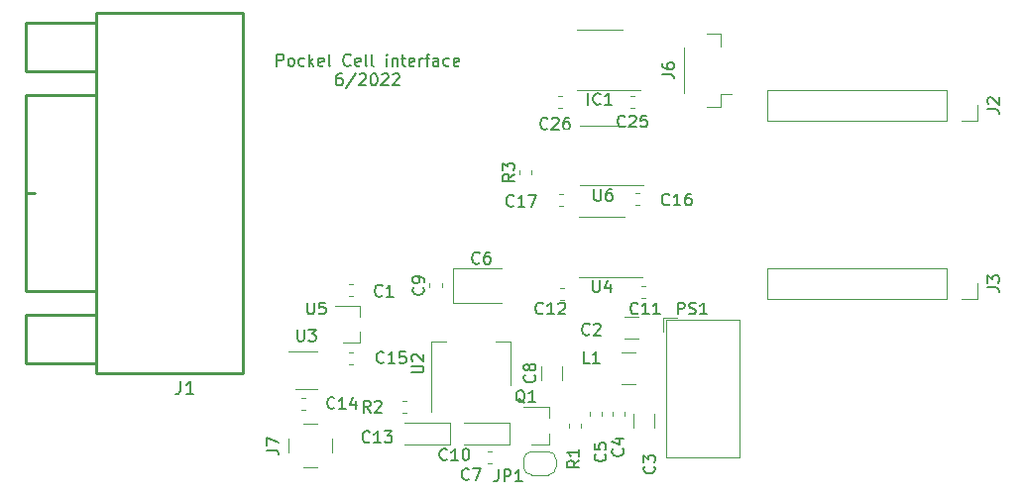
<source format=gto>
G04 #@! TF.GenerationSoftware,KiCad,Pcbnew,(5.1.5-0)*
G04 #@! TF.CreationDate,2022-06-25T14:07:13-06:00*
G04 #@! TF.ProjectId,DAC_pockel,4441435f-706f-4636-9b65-6c2e6b696361,rev?*
G04 #@! TF.SameCoordinates,Original*
G04 #@! TF.FileFunction,Legend,Top*
G04 #@! TF.FilePolarity,Positive*
%FSLAX46Y46*%
G04 Gerber Fmt 4.6, Leading zero omitted, Abs format (unit mm)*
G04 Created by KiCad (PCBNEW (5.1.5-0)) date 2022-06-25 14:07:13*
%MOMM*%
%LPD*%
G04 APERTURE LIST*
%ADD10C,0.150000*%
%ADD11C,0.254000*%
%ADD12C,0.120000*%
%ADD13C,0.152000*%
%ADD14C,5.102000*%
%ADD15C,1.677000*%
%ADD16R,1.677000X1.677000*%
%ADD17C,0.100000*%
%ADD18O,1.802000X1.802000*%
%ADD19R,1.802000X1.802000*%
%ADD20R,1.002000X0.902000*%
%ADD21R,1.162000X0.752000*%
%ADD22R,1.602000X2.102000*%
%ADD23R,3.902000X2.102000*%
%ADD24R,1.902000X1.502000*%
%ADD25O,1.902000X1.502000*%
%ADD26C,1.342000*%
G04 APERTURE END LIST*
D10*
X103538095Y-57627380D02*
X103538095Y-56627380D01*
X103919047Y-56627380D01*
X104014285Y-56675000D01*
X104061904Y-56722619D01*
X104109523Y-56817857D01*
X104109523Y-56960714D01*
X104061904Y-57055952D01*
X104014285Y-57103571D01*
X103919047Y-57151190D01*
X103538095Y-57151190D01*
X104680952Y-57627380D02*
X104585714Y-57579761D01*
X104538095Y-57532142D01*
X104490476Y-57436904D01*
X104490476Y-57151190D01*
X104538095Y-57055952D01*
X104585714Y-57008333D01*
X104680952Y-56960714D01*
X104823809Y-56960714D01*
X104919047Y-57008333D01*
X104966666Y-57055952D01*
X105014285Y-57151190D01*
X105014285Y-57436904D01*
X104966666Y-57532142D01*
X104919047Y-57579761D01*
X104823809Y-57627380D01*
X104680952Y-57627380D01*
X105871428Y-57579761D02*
X105776190Y-57627380D01*
X105585714Y-57627380D01*
X105490476Y-57579761D01*
X105442857Y-57532142D01*
X105395238Y-57436904D01*
X105395238Y-57151190D01*
X105442857Y-57055952D01*
X105490476Y-57008333D01*
X105585714Y-56960714D01*
X105776190Y-56960714D01*
X105871428Y-57008333D01*
X106300000Y-57627380D02*
X106300000Y-56627380D01*
X106395238Y-57246428D02*
X106680952Y-57627380D01*
X106680952Y-56960714D02*
X106300000Y-57341666D01*
X107490476Y-57579761D02*
X107395238Y-57627380D01*
X107204761Y-57627380D01*
X107109523Y-57579761D01*
X107061904Y-57484523D01*
X107061904Y-57103571D01*
X107109523Y-57008333D01*
X107204761Y-56960714D01*
X107395238Y-56960714D01*
X107490476Y-57008333D01*
X107538095Y-57103571D01*
X107538095Y-57198809D01*
X107061904Y-57294047D01*
X108109523Y-57627380D02*
X108014285Y-57579761D01*
X107966666Y-57484523D01*
X107966666Y-56627380D01*
X109823809Y-57532142D02*
X109776190Y-57579761D01*
X109633333Y-57627380D01*
X109538095Y-57627380D01*
X109395238Y-57579761D01*
X109300000Y-57484523D01*
X109252380Y-57389285D01*
X109204761Y-57198809D01*
X109204761Y-57055952D01*
X109252380Y-56865476D01*
X109300000Y-56770238D01*
X109395238Y-56675000D01*
X109538095Y-56627380D01*
X109633333Y-56627380D01*
X109776190Y-56675000D01*
X109823809Y-56722619D01*
X110633333Y-57579761D02*
X110538095Y-57627380D01*
X110347619Y-57627380D01*
X110252380Y-57579761D01*
X110204761Y-57484523D01*
X110204761Y-57103571D01*
X110252380Y-57008333D01*
X110347619Y-56960714D01*
X110538095Y-56960714D01*
X110633333Y-57008333D01*
X110680952Y-57103571D01*
X110680952Y-57198809D01*
X110204761Y-57294047D01*
X111252380Y-57627380D02*
X111157142Y-57579761D01*
X111109523Y-57484523D01*
X111109523Y-56627380D01*
X111776190Y-57627380D02*
X111680952Y-57579761D01*
X111633333Y-57484523D01*
X111633333Y-56627380D01*
X112919047Y-57627380D02*
X112919047Y-56960714D01*
X112919047Y-56627380D02*
X112871428Y-56675000D01*
X112919047Y-56722619D01*
X112966666Y-56675000D01*
X112919047Y-56627380D01*
X112919047Y-56722619D01*
X113395238Y-56960714D02*
X113395238Y-57627380D01*
X113395238Y-57055952D02*
X113442857Y-57008333D01*
X113538095Y-56960714D01*
X113680952Y-56960714D01*
X113776190Y-57008333D01*
X113823809Y-57103571D01*
X113823809Y-57627380D01*
X114157142Y-56960714D02*
X114538095Y-56960714D01*
X114300000Y-56627380D02*
X114300000Y-57484523D01*
X114347619Y-57579761D01*
X114442857Y-57627380D01*
X114538095Y-57627380D01*
X115252380Y-57579761D02*
X115157142Y-57627380D01*
X114966666Y-57627380D01*
X114871428Y-57579761D01*
X114823809Y-57484523D01*
X114823809Y-57103571D01*
X114871428Y-57008333D01*
X114966666Y-56960714D01*
X115157142Y-56960714D01*
X115252380Y-57008333D01*
X115300000Y-57103571D01*
X115300000Y-57198809D01*
X114823809Y-57294047D01*
X115728571Y-57627380D02*
X115728571Y-56960714D01*
X115728571Y-57151190D02*
X115776190Y-57055952D01*
X115823809Y-57008333D01*
X115919047Y-56960714D01*
X116014285Y-56960714D01*
X116204761Y-56960714D02*
X116585714Y-56960714D01*
X116347619Y-57627380D02*
X116347619Y-56770238D01*
X116395238Y-56675000D01*
X116490476Y-56627380D01*
X116585714Y-56627380D01*
X117347619Y-57627380D02*
X117347619Y-57103571D01*
X117300000Y-57008333D01*
X117204761Y-56960714D01*
X117014285Y-56960714D01*
X116919047Y-57008333D01*
X117347619Y-57579761D02*
X117252380Y-57627380D01*
X117014285Y-57627380D01*
X116919047Y-57579761D01*
X116871428Y-57484523D01*
X116871428Y-57389285D01*
X116919047Y-57294047D01*
X117014285Y-57246428D01*
X117252380Y-57246428D01*
X117347619Y-57198809D01*
X118252380Y-57579761D02*
X118157142Y-57627380D01*
X117966666Y-57627380D01*
X117871428Y-57579761D01*
X117823809Y-57532142D01*
X117776190Y-57436904D01*
X117776190Y-57151190D01*
X117823809Y-57055952D01*
X117871428Y-57008333D01*
X117966666Y-56960714D01*
X118157142Y-56960714D01*
X118252380Y-57008333D01*
X119061904Y-57579761D02*
X118966666Y-57627380D01*
X118776190Y-57627380D01*
X118680952Y-57579761D01*
X118633333Y-57484523D01*
X118633333Y-57103571D01*
X118680952Y-57008333D01*
X118776190Y-56960714D01*
X118966666Y-56960714D01*
X119061904Y-57008333D01*
X119109523Y-57103571D01*
X119109523Y-57198809D01*
X118633333Y-57294047D01*
X109061904Y-58277380D02*
X108871428Y-58277380D01*
X108776190Y-58325000D01*
X108728571Y-58372619D01*
X108633333Y-58515476D01*
X108585714Y-58705952D01*
X108585714Y-59086904D01*
X108633333Y-59182142D01*
X108680952Y-59229761D01*
X108776190Y-59277380D01*
X108966666Y-59277380D01*
X109061904Y-59229761D01*
X109109523Y-59182142D01*
X109157142Y-59086904D01*
X109157142Y-58848809D01*
X109109523Y-58753571D01*
X109061904Y-58705952D01*
X108966666Y-58658333D01*
X108776190Y-58658333D01*
X108680952Y-58705952D01*
X108633333Y-58753571D01*
X108585714Y-58848809D01*
X110300000Y-58229761D02*
X109442857Y-59515476D01*
X110585714Y-58372619D02*
X110633333Y-58325000D01*
X110728571Y-58277380D01*
X110966666Y-58277380D01*
X111061904Y-58325000D01*
X111109523Y-58372619D01*
X111157142Y-58467857D01*
X111157142Y-58563095D01*
X111109523Y-58705952D01*
X110538095Y-59277380D01*
X111157142Y-59277380D01*
X111776190Y-58277380D02*
X111871428Y-58277380D01*
X111966666Y-58325000D01*
X112014285Y-58372619D01*
X112061904Y-58467857D01*
X112109523Y-58658333D01*
X112109523Y-58896428D01*
X112061904Y-59086904D01*
X112014285Y-59182142D01*
X111966666Y-59229761D01*
X111871428Y-59277380D01*
X111776190Y-59277380D01*
X111680952Y-59229761D01*
X111633333Y-59182142D01*
X111585714Y-59086904D01*
X111538095Y-58896428D01*
X111538095Y-58658333D01*
X111585714Y-58467857D01*
X111633333Y-58372619D01*
X111680952Y-58325000D01*
X111776190Y-58277380D01*
X112490476Y-58372619D02*
X112538095Y-58325000D01*
X112633333Y-58277380D01*
X112871428Y-58277380D01*
X112966666Y-58325000D01*
X113014285Y-58372619D01*
X113061904Y-58467857D01*
X113061904Y-58563095D01*
X113014285Y-58705952D01*
X112442857Y-59277380D01*
X113061904Y-59277380D01*
X113442857Y-58372619D02*
X113490476Y-58325000D01*
X113585714Y-58277380D01*
X113823809Y-58277380D01*
X113919047Y-58325000D01*
X113966666Y-58372619D01*
X114014285Y-58467857D01*
X114014285Y-58563095D01*
X113966666Y-58705952D01*
X113395238Y-59277380D01*
X114014285Y-59277380D01*
D11*
X88100000Y-53930000D02*
X82100000Y-53930000D01*
X82100000Y-58070000D02*
X88100000Y-58070000D01*
X82100000Y-53960000D02*
X82100000Y-58070000D01*
X82100000Y-83070000D02*
X82100000Y-78960000D01*
X88100000Y-83070000D02*
X82100000Y-83070000D01*
X88100000Y-78930000D02*
X82100000Y-78930000D01*
X82100000Y-60120000D02*
X88100000Y-60120000D01*
X82100000Y-76870000D02*
X82100000Y-60120000D01*
X88100000Y-76870000D02*
X82100000Y-76870000D01*
X82820000Y-68495000D02*
X82120000Y-68495000D01*
X88100000Y-83900000D02*
X88100000Y-53100000D01*
X100600000Y-83900000D02*
X88100000Y-83900000D01*
X100600000Y-53100000D02*
X100600000Y-83900000D01*
X88100000Y-53100000D02*
X100600000Y-53100000D01*
D12*
X138290000Y-59940000D02*
X138290000Y-56060000D01*
X141410000Y-54890000D02*
X141410000Y-55940000D01*
X140260000Y-54890000D02*
X141410000Y-54890000D01*
X141410000Y-60060000D02*
X142400000Y-60060000D01*
X141410000Y-61110000D02*
X141410000Y-60060000D01*
X140260000Y-61110000D02*
X141410000Y-61110000D01*
X125310000Y-66871267D02*
X125310000Y-66528733D01*
X124290000Y-66871267D02*
X124290000Y-66528733D01*
X134128733Y-69510000D02*
X134471267Y-69510000D01*
X134128733Y-68490000D02*
X134471267Y-68490000D01*
X131400000Y-67860000D02*
X134850000Y-67860000D01*
X131400000Y-67860000D02*
X129450000Y-67860000D01*
X131400000Y-62740000D02*
X133350000Y-62740000D01*
X131400000Y-62740000D02*
X129450000Y-62740000D01*
X163330000Y-76220000D02*
X163330000Y-77550000D01*
X163330000Y-77550000D02*
X162000000Y-77550000D01*
X160730000Y-77550000D02*
X145430000Y-77550000D01*
X145430000Y-74890000D02*
X145430000Y-77550000D01*
X160730000Y-74890000D02*
X145430000Y-74890000D01*
X160730000Y-74890000D02*
X160730000Y-77550000D01*
X163330000Y-60980000D02*
X163330000Y-62310000D01*
X163330000Y-62310000D02*
X162000000Y-62310000D01*
X160730000Y-62310000D02*
X145430000Y-62310000D01*
X145430000Y-59650000D02*
X145430000Y-62310000D01*
X160730000Y-59650000D02*
X145430000Y-59650000D01*
X160730000Y-59650000D02*
X160730000Y-62310000D01*
X131100000Y-59660000D02*
X134550000Y-59660000D01*
X131100000Y-59660000D02*
X129150000Y-59660000D01*
X131100000Y-54540000D02*
X133050000Y-54540000D01*
X131100000Y-54540000D02*
X129150000Y-54540000D01*
X127628733Y-69610000D02*
X127971267Y-69610000D01*
X127628733Y-68590000D02*
X127971267Y-68590000D01*
X110660000Y-81280000D02*
X109200000Y-81280000D01*
X110660000Y-78120000D02*
X108500000Y-78120000D01*
X110660000Y-78120000D02*
X110660000Y-79050000D01*
X110660000Y-81280000D02*
X110660000Y-80350000D01*
X106950000Y-82010000D02*
X104500000Y-82010000D01*
X105150000Y-85230000D02*
X106950000Y-85230000D01*
X109728733Y-83110000D02*
X110071267Y-83110000D01*
X109728733Y-82090000D02*
X110071267Y-82090000D01*
X105628733Y-87010000D02*
X105971267Y-87010000D01*
X105628733Y-85990000D02*
X105971267Y-85990000D01*
X117610000Y-76571267D02*
X117610000Y-76228733D01*
X116590000Y-76571267D02*
X116590000Y-76228733D01*
X118540000Y-77910000D02*
X122750000Y-77910000D01*
X118540000Y-74890000D02*
X118540000Y-77910000D01*
X122750000Y-74890000D02*
X118540000Y-74890000D01*
X116690000Y-87200000D02*
X116690000Y-81190000D01*
X123510000Y-84950000D02*
X123510000Y-81190000D01*
X116690000Y-81190000D02*
X117950000Y-81190000D01*
X123510000Y-81190000D02*
X122250000Y-81190000D01*
X114571267Y-87310000D02*
X114228733Y-87310000D01*
X114571267Y-86290000D02*
X114228733Y-86290000D01*
X118310000Y-88165000D02*
X114400000Y-88165000D01*
X118310000Y-90035000D02*
X118310000Y-88165000D01*
X114400000Y-90035000D02*
X118310000Y-90035000D01*
X123410000Y-88165000D02*
X119500000Y-88165000D01*
X123410000Y-90035000D02*
X123410000Y-88165000D01*
X119500000Y-90035000D02*
X123410000Y-90035000D01*
X127910000Y-84502064D02*
X127910000Y-83297936D01*
X126090000Y-84502064D02*
X126090000Y-83297936D01*
X131300000Y-75660000D02*
X134750000Y-75660000D01*
X131300000Y-75660000D02*
X129350000Y-75660000D01*
X131300000Y-70540000D02*
X133250000Y-70540000D01*
X131300000Y-70540000D02*
X129350000Y-70540000D01*
X127728733Y-77610000D02*
X128071267Y-77610000D01*
X127728733Y-76590000D02*
X128071267Y-76590000D01*
X134628733Y-77510000D02*
X134971267Y-77510000D01*
X134628733Y-76490000D02*
X134971267Y-76490000D01*
X127528733Y-61210000D02*
X127871267Y-61210000D01*
X127528733Y-60190000D02*
X127871267Y-60190000D01*
X133728733Y-61210000D02*
X134071267Y-61210000D01*
X133728733Y-60190000D02*
X134071267Y-60190000D01*
X129510000Y-88571267D02*
X129510000Y-88228733D01*
X128490000Y-88571267D02*
X128490000Y-88228733D01*
X126760000Y-89980000D02*
X125300000Y-89980000D01*
X126760000Y-86820000D02*
X124600000Y-86820000D01*
X126760000Y-86820000D02*
X126760000Y-87750000D01*
X126760000Y-89980000D02*
X126760000Y-89050000D01*
X136550000Y-79130000D02*
X136550000Y-80330000D01*
X137750000Y-79130000D02*
X136550000Y-79130000D01*
X143090000Y-91100000D02*
X136750000Y-91100000D01*
X136750000Y-79330000D02*
X136750000Y-91100000D01*
X143090000Y-79330000D02*
X136750000Y-79330000D01*
X143090000Y-79330000D02*
X143090000Y-91100000D01*
X134202064Y-82140000D02*
X132997936Y-82140000D01*
X134202064Y-84860000D02*
X132997936Y-84860000D01*
X126700000Y-92600000D02*
X125300000Y-92600000D01*
X124600000Y-91900000D02*
X124600000Y-91300000D01*
X125300000Y-90600000D02*
X126700000Y-90600000D01*
X127400000Y-91300000D02*
X127400000Y-91900000D01*
X127400000Y-91900000D02*
G75*
G02X126700000Y-92600000I-700000J0D01*
G01*
X126700000Y-90600000D02*
G75*
G02X127400000Y-91300000I0J-700000D01*
G01*
X124600000Y-91300000D02*
G75*
G02X125300000Y-90600000I700000J0D01*
G01*
X125300000Y-92600000D02*
G75*
G02X124600000Y-91900000I0J700000D01*
G01*
X108270000Y-89480000D02*
X108270000Y-90720000D01*
X104530000Y-89480000D02*
X104530000Y-90720000D01*
X107020000Y-91970000D02*
X105780000Y-91970000D01*
X107020000Y-88230000D02*
X105780000Y-88230000D01*
X121871267Y-90590000D02*
X121528733Y-90590000D01*
X121871267Y-91610000D02*
X121528733Y-91610000D01*
X130290000Y-87203733D02*
X130290000Y-87546267D01*
X131310000Y-87203733D02*
X131310000Y-87546267D01*
X132190000Y-87228733D02*
X132190000Y-87571267D01*
X133210000Y-87228733D02*
X133210000Y-87571267D01*
X135810000Y-88602064D02*
X135810000Y-87397936D01*
X133990000Y-88602064D02*
X133990000Y-87397936D01*
X133197936Y-80910000D02*
X134402064Y-80910000D01*
X133197936Y-79090000D02*
X134402064Y-79090000D01*
X110071267Y-76290000D02*
X109728733Y-76290000D01*
X110071267Y-77310000D02*
X109728733Y-77310000D01*
D13*
X95297514Y-84574071D02*
X95297514Y-85390500D01*
X95243085Y-85553785D01*
X95134228Y-85662642D01*
X94970942Y-85717071D01*
X94862085Y-85717071D01*
X96440514Y-85717071D02*
X95787371Y-85717071D01*
X96113942Y-85717071D02*
X96113942Y-84574071D01*
X96005085Y-84737357D01*
X95896228Y-84846214D01*
X95787371Y-84900642D01*
D10*
X136452380Y-58333333D02*
X137166666Y-58333333D01*
X137309523Y-58380952D01*
X137404761Y-58476190D01*
X137452380Y-58619047D01*
X137452380Y-58714285D01*
X136452380Y-57428571D02*
X136452380Y-57619047D01*
X136500000Y-57714285D01*
X136547619Y-57761904D01*
X136690476Y-57857142D01*
X136880952Y-57904761D01*
X137261904Y-57904761D01*
X137357142Y-57857142D01*
X137404761Y-57809523D01*
X137452380Y-57714285D01*
X137452380Y-57523809D01*
X137404761Y-57428571D01*
X137357142Y-57380952D01*
X137261904Y-57333333D01*
X137023809Y-57333333D01*
X136928571Y-57380952D01*
X136880952Y-57428571D01*
X136833333Y-57523809D01*
X136833333Y-57714285D01*
X136880952Y-57809523D01*
X136928571Y-57857142D01*
X137023809Y-57904761D01*
X123822380Y-66866666D02*
X123346190Y-67200000D01*
X123822380Y-67438095D02*
X122822380Y-67438095D01*
X122822380Y-67057142D01*
X122870000Y-66961904D01*
X122917619Y-66914285D01*
X123012857Y-66866666D01*
X123155714Y-66866666D01*
X123250952Y-66914285D01*
X123298571Y-66961904D01*
X123346190Y-67057142D01*
X123346190Y-67438095D01*
X122822380Y-66533333D02*
X122822380Y-65914285D01*
X123203333Y-66247619D01*
X123203333Y-66104761D01*
X123250952Y-66009523D01*
X123298571Y-65961904D01*
X123393809Y-65914285D01*
X123631904Y-65914285D01*
X123727142Y-65961904D01*
X123774761Y-66009523D01*
X123822380Y-66104761D01*
X123822380Y-66390476D01*
X123774761Y-66485714D01*
X123727142Y-66533333D01*
X137057142Y-69457142D02*
X137009523Y-69504761D01*
X136866666Y-69552380D01*
X136771428Y-69552380D01*
X136628571Y-69504761D01*
X136533333Y-69409523D01*
X136485714Y-69314285D01*
X136438095Y-69123809D01*
X136438095Y-68980952D01*
X136485714Y-68790476D01*
X136533333Y-68695238D01*
X136628571Y-68600000D01*
X136771428Y-68552380D01*
X136866666Y-68552380D01*
X137009523Y-68600000D01*
X137057142Y-68647619D01*
X138009523Y-69552380D02*
X137438095Y-69552380D01*
X137723809Y-69552380D02*
X137723809Y-68552380D01*
X137628571Y-68695238D01*
X137533333Y-68790476D01*
X137438095Y-68838095D01*
X138866666Y-68552380D02*
X138676190Y-68552380D01*
X138580952Y-68600000D01*
X138533333Y-68647619D01*
X138438095Y-68790476D01*
X138390476Y-68980952D01*
X138390476Y-69361904D01*
X138438095Y-69457142D01*
X138485714Y-69504761D01*
X138580952Y-69552380D01*
X138771428Y-69552380D01*
X138866666Y-69504761D01*
X138914285Y-69457142D01*
X138961904Y-69361904D01*
X138961904Y-69123809D01*
X138914285Y-69028571D01*
X138866666Y-68980952D01*
X138771428Y-68933333D01*
X138580952Y-68933333D01*
X138485714Y-68980952D01*
X138438095Y-69028571D01*
X138390476Y-69123809D01*
X130638095Y-68152380D02*
X130638095Y-68961904D01*
X130685714Y-69057142D01*
X130733333Y-69104761D01*
X130828571Y-69152380D01*
X131019047Y-69152380D01*
X131114285Y-69104761D01*
X131161904Y-69057142D01*
X131209523Y-68961904D01*
X131209523Y-68152380D01*
X132114285Y-68152380D02*
X131923809Y-68152380D01*
X131828571Y-68200000D01*
X131780952Y-68247619D01*
X131685714Y-68390476D01*
X131638095Y-68580952D01*
X131638095Y-68961904D01*
X131685714Y-69057142D01*
X131733333Y-69104761D01*
X131828571Y-69152380D01*
X132019047Y-69152380D01*
X132114285Y-69104761D01*
X132161904Y-69057142D01*
X132209523Y-68961904D01*
X132209523Y-68723809D01*
X132161904Y-68628571D01*
X132114285Y-68580952D01*
X132019047Y-68533333D01*
X131828571Y-68533333D01*
X131733333Y-68580952D01*
X131685714Y-68628571D01*
X131638095Y-68723809D01*
X164222380Y-76553333D02*
X164936666Y-76553333D01*
X165079523Y-76600952D01*
X165174761Y-76696190D01*
X165222380Y-76839047D01*
X165222380Y-76934285D01*
X164222380Y-76172380D02*
X164222380Y-75553333D01*
X164603333Y-75886666D01*
X164603333Y-75743809D01*
X164650952Y-75648571D01*
X164698571Y-75600952D01*
X164793809Y-75553333D01*
X165031904Y-75553333D01*
X165127142Y-75600952D01*
X165174761Y-75648571D01*
X165222380Y-75743809D01*
X165222380Y-76029523D01*
X165174761Y-76124761D01*
X165127142Y-76172380D01*
X164222380Y-61313333D02*
X164936666Y-61313333D01*
X165079523Y-61360952D01*
X165174761Y-61456190D01*
X165222380Y-61599047D01*
X165222380Y-61694285D01*
X164317619Y-60884761D02*
X164270000Y-60837142D01*
X164222380Y-60741904D01*
X164222380Y-60503809D01*
X164270000Y-60408571D01*
X164317619Y-60360952D01*
X164412857Y-60313333D01*
X164508095Y-60313333D01*
X164650952Y-60360952D01*
X165222380Y-60932380D01*
X165222380Y-60313333D01*
X130123809Y-60952380D02*
X130123809Y-59952380D01*
X131171428Y-60857142D02*
X131123809Y-60904761D01*
X130980952Y-60952380D01*
X130885714Y-60952380D01*
X130742857Y-60904761D01*
X130647619Y-60809523D01*
X130600000Y-60714285D01*
X130552380Y-60523809D01*
X130552380Y-60380952D01*
X130600000Y-60190476D01*
X130647619Y-60095238D01*
X130742857Y-60000000D01*
X130885714Y-59952380D01*
X130980952Y-59952380D01*
X131123809Y-60000000D01*
X131171428Y-60047619D01*
X132123809Y-60952380D02*
X131552380Y-60952380D01*
X131838095Y-60952380D02*
X131838095Y-59952380D01*
X131742857Y-60095238D01*
X131647619Y-60190476D01*
X131552380Y-60238095D01*
X123757142Y-69557142D02*
X123709523Y-69604761D01*
X123566666Y-69652380D01*
X123471428Y-69652380D01*
X123328571Y-69604761D01*
X123233333Y-69509523D01*
X123185714Y-69414285D01*
X123138095Y-69223809D01*
X123138095Y-69080952D01*
X123185714Y-68890476D01*
X123233333Y-68795238D01*
X123328571Y-68700000D01*
X123471428Y-68652380D01*
X123566666Y-68652380D01*
X123709523Y-68700000D01*
X123757142Y-68747619D01*
X124709523Y-69652380D02*
X124138095Y-69652380D01*
X124423809Y-69652380D02*
X124423809Y-68652380D01*
X124328571Y-68795238D01*
X124233333Y-68890476D01*
X124138095Y-68938095D01*
X125042857Y-68652380D02*
X125709523Y-68652380D01*
X125280952Y-69652380D01*
X106138095Y-77852380D02*
X106138095Y-78661904D01*
X106185714Y-78757142D01*
X106233333Y-78804761D01*
X106328571Y-78852380D01*
X106519047Y-78852380D01*
X106614285Y-78804761D01*
X106661904Y-78757142D01*
X106709523Y-78661904D01*
X106709523Y-77852380D01*
X107661904Y-77852380D02*
X107185714Y-77852380D01*
X107138095Y-78328571D01*
X107185714Y-78280952D01*
X107280952Y-78233333D01*
X107519047Y-78233333D01*
X107614285Y-78280952D01*
X107661904Y-78328571D01*
X107709523Y-78423809D01*
X107709523Y-78661904D01*
X107661904Y-78757142D01*
X107614285Y-78804761D01*
X107519047Y-78852380D01*
X107280952Y-78852380D01*
X107185714Y-78804761D01*
X107138095Y-78757142D01*
X105288095Y-80172380D02*
X105288095Y-80981904D01*
X105335714Y-81077142D01*
X105383333Y-81124761D01*
X105478571Y-81172380D01*
X105669047Y-81172380D01*
X105764285Y-81124761D01*
X105811904Y-81077142D01*
X105859523Y-80981904D01*
X105859523Y-80172380D01*
X106240476Y-80172380D02*
X106859523Y-80172380D01*
X106526190Y-80553333D01*
X106669047Y-80553333D01*
X106764285Y-80600952D01*
X106811904Y-80648571D01*
X106859523Y-80743809D01*
X106859523Y-80981904D01*
X106811904Y-81077142D01*
X106764285Y-81124761D01*
X106669047Y-81172380D01*
X106383333Y-81172380D01*
X106288095Y-81124761D01*
X106240476Y-81077142D01*
X112657142Y-82957142D02*
X112609523Y-83004761D01*
X112466666Y-83052380D01*
X112371428Y-83052380D01*
X112228571Y-83004761D01*
X112133333Y-82909523D01*
X112085714Y-82814285D01*
X112038095Y-82623809D01*
X112038095Y-82480952D01*
X112085714Y-82290476D01*
X112133333Y-82195238D01*
X112228571Y-82100000D01*
X112371428Y-82052380D01*
X112466666Y-82052380D01*
X112609523Y-82100000D01*
X112657142Y-82147619D01*
X113609523Y-83052380D02*
X113038095Y-83052380D01*
X113323809Y-83052380D02*
X113323809Y-82052380D01*
X113228571Y-82195238D01*
X113133333Y-82290476D01*
X113038095Y-82338095D01*
X114514285Y-82052380D02*
X114038095Y-82052380D01*
X113990476Y-82528571D01*
X114038095Y-82480952D01*
X114133333Y-82433333D01*
X114371428Y-82433333D01*
X114466666Y-82480952D01*
X114514285Y-82528571D01*
X114561904Y-82623809D01*
X114561904Y-82861904D01*
X114514285Y-82957142D01*
X114466666Y-83004761D01*
X114371428Y-83052380D01*
X114133333Y-83052380D01*
X114038095Y-83004761D01*
X113990476Y-82957142D01*
X108457142Y-86857142D02*
X108409523Y-86904761D01*
X108266666Y-86952380D01*
X108171428Y-86952380D01*
X108028571Y-86904761D01*
X107933333Y-86809523D01*
X107885714Y-86714285D01*
X107838095Y-86523809D01*
X107838095Y-86380952D01*
X107885714Y-86190476D01*
X107933333Y-86095238D01*
X108028571Y-86000000D01*
X108171428Y-85952380D01*
X108266666Y-85952380D01*
X108409523Y-86000000D01*
X108457142Y-86047619D01*
X109409523Y-86952380D02*
X108838095Y-86952380D01*
X109123809Y-86952380D02*
X109123809Y-85952380D01*
X109028571Y-86095238D01*
X108933333Y-86190476D01*
X108838095Y-86238095D01*
X110266666Y-86285714D02*
X110266666Y-86952380D01*
X110028571Y-85904761D02*
X109790476Y-86619047D01*
X110409523Y-86619047D01*
X116027142Y-76566666D02*
X116074761Y-76614285D01*
X116122380Y-76757142D01*
X116122380Y-76852380D01*
X116074761Y-76995238D01*
X115979523Y-77090476D01*
X115884285Y-77138095D01*
X115693809Y-77185714D01*
X115550952Y-77185714D01*
X115360476Y-77138095D01*
X115265238Y-77090476D01*
X115170000Y-76995238D01*
X115122380Y-76852380D01*
X115122380Y-76757142D01*
X115170000Y-76614285D01*
X115217619Y-76566666D01*
X116122380Y-76090476D02*
X116122380Y-75900000D01*
X116074761Y-75804761D01*
X116027142Y-75757142D01*
X115884285Y-75661904D01*
X115693809Y-75614285D01*
X115312857Y-75614285D01*
X115217619Y-75661904D01*
X115170000Y-75709523D01*
X115122380Y-75804761D01*
X115122380Y-75995238D01*
X115170000Y-76090476D01*
X115217619Y-76138095D01*
X115312857Y-76185714D01*
X115550952Y-76185714D01*
X115646190Y-76138095D01*
X115693809Y-76090476D01*
X115741428Y-75995238D01*
X115741428Y-75804761D01*
X115693809Y-75709523D01*
X115646190Y-75661904D01*
X115550952Y-75614285D01*
X120833333Y-74457142D02*
X120785714Y-74504761D01*
X120642857Y-74552380D01*
X120547619Y-74552380D01*
X120404761Y-74504761D01*
X120309523Y-74409523D01*
X120261904Y-74314285D01*
X120214285Y-74123809D01*
X120214285Y-73980952D01*
X120261904Y-73790476D01*
X120309523Y-73695238D01*
X120404761Y-73600000D01*
X120547619Y-73552380D01*
X120642857Y-73552380D01*
X120785714Y-73600000D01*
X120833333Y-73647619D01*
X121690476Y-73552380D02*
X121500000Y-73552380D01*
X121404761Y-73600000D01*
X121357142Y-73647619D01*
X121261904Y-73790476D01*
X121214285Y-73980952D01*
X121214285Y-74361904D01*
X121261904Y-74457142D01*
X121309523Y-74504761D01*
X121404761Y-74552380D01*
X121595238Y-74552380D01*
X121690476Y-74504761D01*
X121738095Y-74457142D01*
X121785714Y-74361904D01*
X121785714Y-74123809D01*
X121738095Y-74028571D01*
X121690476Y-73980952D01*
X121595238Y-73933333D01*
X121404761Y-73933333D01*
X121309523Y-73980952D01*
X121261904Y-74028571D01*
X121214285Y-74123809D01*
X115052380Y-83861904D02*
X115861904Y-83861904D01*
X115957142Y-83814285D01*
X116004761Y-83766666D01*
X116052380Y-83671428D01*
X116052380Y-83480952D01*
X116004761Y-83385714D01*
X115957142Y-83338095D01*
X115861904Y-83290476D01*
X115052380Y-83290476D01*
X115147619Y-82861904D02*
X115100000Y-82814285D01*
X115052380Y-82719047D01*
X115052380Y-82480952D01*
X115100000Y-82385714D01*
X115147619Y-82338095D01*
X115242857Y-82290476D01*
X115338095Y-82290476D01*
X115480952Y-82338095D01*
X116052380Y-82909523D01*
X116052380Y-82290476D01*
X111533333Y-87252380D02*
X111200000Y-86776190D01*
X110961904Y-87252380D02*
X110961904Y-86252380D01*
X111342857Y-86252380D01*
X111438095Y-86300000D01*
X111485714Y-86347619D01*
X111533333Y-86442857D01*
X111533333Y-86585714D01*
X111485714Y-86680952D01*
X111438095Y-86728571D01*
X111342857Y-86776190D01*
X110961904Y-86776190D01*
X111914285Y-86347619D02*
X111961904Y-86300000D01*
X112057142Y-86252380D01*
X112295238Y-86252380D01*
X112390476Y-86300000D01*
X112438095Y-86347619D01*
X112485714Y-86442857D01*
X112485714Y-86538095D01*
X112438095Y-86680952D01*
X111866666Y-87252380D01*
X112485714Y-87252380D01*
X111457142Y-89757142D02*
X111409523Y-89804761D01*
X111266666Y-89852380D01*
X111171428Y-89852380D01*
X111028571Y-89804761D01*
X110933333Y-89709523D01*
X110885714Y-89614285D01*
X110838095Y-89423809D01*
X110838095Y-89280952D01*
X110885714Y-89090476D01*
X110933333Y-88995238D01*
X111028571Y-88900000D01*
X111171428Y-88852380D01*
X111266666Y-88852380D01*
X111409523Y-88900000D01*
X111457142Y-88947619D01*
X112409523Y-89852380D02*
X111838095Y-89852380D01*
X112123809Y-89852380D02*
X112123809Y-88852380D01*
X112028571Y-88995238D01*
X111933333Y-89090476D01*
X111838095Y-89138095D01*
X112742857Y-88852380D02*
X113361904Y-88852380D01*
X113028571Y-89233333D01*
X113171428Y-89233333D01*
X113266666Y-89280952D01*
X113314285Y-89328571D01*
X113361904Y-89423809D01*
X113361904Y-89661904D01*
X113314285Y-89757142D01*
X113266666Y-89804761D01*
X113171428Y-89852380D01*
X112885714Y-89852380D01*
X112790476Y-89804761D01*
X112742857Y-89757142D01*
X118057142Y-91257142D02*
X118009523Y-91304761D01*
X117866666Y-91352380D01*
X117771428Y-91352380D01*
X117628571Y-91304761D01*
X117533333Y-91209523D01*
X117485714Y-91114285D01*
X117438095Y-90923809D01*
X117438095Y-90780952D01*
X117485714Y-90590476D01*
X117533333Y-90495238D01*
X117628571Y-90400000D01*
X117771428Y-90352380D01*
X117866666Y-90352380D01*
X118009523Y-90400000D01*
X118057142Y-90447619D01*
X119009523Y-91352380D02*
X118438095Y-91352380D01*
X118723809Y-91352380D02*
X118723809Y-90352380D01*
X118628571Y-90495238D01*
X118533333Y-90590476D01*
X118438095Y-90638095D01*
X119628571Y-90352380D02*
X119723809Y-90352380D01*
X119819047Y-90400000D01*
X119866666Y-90447619D01*
X119914285Y-90542857D01*
X119961904Y-90733333D01*
X119961904Y-90971428D01*
X119914285Y-91161904D01*
X119866666Y-91257142D01*
X119819047Y-91304761D01*
X119723809Y-91352380D01*
X119628571Y-91352380D01*
X119533333Y-91304761D01*
X119485714Y-91257142D01*
X119438095Y-91161904D01*
X119390476Y-90971428D01*
X119390476Y-90733333D01*
X119438095Y-90542857D01*
X119485714Y-90447619D01*
X119533333Y-90400000D01*
X119628571Y-90352380D01*
X125537142Y-84066666D02*
X125584761Y-84114285D01*
X125632380Y-84257142D01*
X125632380Y-84352380D01*
X125584761Y-84495238D01*
X125489523Y-84590476D01*
X125394285Y-84638095D01*
X125203809Y-84685714D01*
X125060952Y-84685714D01*
X124870476Y-84638095D01*
X124775238Y-84590476D01*
X124680000Y-84495238D01*
X124632380Y-84352380D01*
X124632380Y-84257142D01*
X124680000Y-84114285D01*
X124727619Y-84066666D01*
X125060952Y-83495238D02*
X125013333Y-83590476D01*
X124965714Y-83638095D01*
X124870476Y-83685714D01*
X124822857Y-83685714D01*
X124727619Y-83638095D01*
X124680000Y-83590476D01*
X124632380Y-83495238D01*
X124632380Y-83304761D01*
X124680000Y-83209523D01*
X124727619Y-83161904D01*
X124822857Y-83114285D01*
X124870476Y-83114285D01*
X124965714Y-83161904D01*
X125013333Y-83209523D01*
X125060952Y-83304761D01*
X125060952Y-83495238D01*
X125108571Y-83590476D01*
X125156190Y-83638095D01*
X125251428Y-83685714D01*
X125441904Y-83685714D01*
X125537142Y-83638095D01*
X125584761Y-83590476D01*
X125632380Y-83495238D01*
X125632380Y-83304761D01*
X125584761Y-83209523D01*
X125537142Y-83161904D01*
X125441904Y-83114285D01*
X125251428Y-83114285D01*
X125156190Y-83161904D01*
X125108571Y-83209523D01*
X125060952Y-83304761D01*
X130538095Y-75952380D02*
X130538095Y-76761904D01*
X130585714Y-76857142D01*
X130633333Y-76904761D01*
X130728571Y-76952380D01*
X130919047Y-76952380D01*
X131014285Y-76904761D01*
X131061904Y-76857142D01*
X131109523Y-76761904D01*
X131109523Y-75952380D01*
X132014285Y-76285714D02*
X132014285Y-76952380D01*
X131776190Y-75904761D02*
X131538095Y-76619047D01*
X132157142Y-76619047D01*
X126257142Y-78757142D02*
X126209523Y-78804761D01*
X126066666Y-78852380D01*
X125971428Y-78852380D01*
X125828571Y-78804761D01*
X125733333Y-78709523D01*
X125685714Y-78614285D01*
X125638095Y-78423809D01*
X125638095Y-78280952D01*
X125685714Y-78090476D01*
X125733333Y-77995238D01*
X125828571Y-77900000D01*
X125971428Y-77852380D01*
X126066666Y-77852380D01*
X126209523Y-77900000D01*
X126257142Y-77947619D01*
X127209523Y-78852380D02*
X126638095Y-78852380D01*
X126923809Y-78852380D02*
X126923809Y-77852380D01*
X126828571Y-77995238D01*
X126733333Y-78090476D01*
X126638095Y-78138095D01*
X127590476Y-77947619D02*
X127638095Y-77900000D01*
X127733333Y-77852380D01*
X127971428Y-77852380D01*
X128066666Y-77900000D01*
X128114285Y-77947619D01*
X128161904Y-78042857D01*
X128161904Y-78138095D01*
X128114285Y-78280952D01*
X127542857Y-78852380D01*
X128161904Y-78852380D01*
X134357142Y-78757142D02*
X134309523Y-78804761D01*
X134166666Y-78852380D01*
X134071428Y-78852380D01*
X133928571Y-78804761D01*
X133833333Y-78709523D01*
X133785714Y-78614285D01*
X133738095Y-78423809D01*
X133738095Y-78280952D01*
X133785714Y-78090476D01*
X133833333Y-77995238D01*
X133928571Y-77900000D01*
X134071428Y-77852380D01*
X134166666Y-77852380D01*
X134309523Y-77900000D01*
X134357142Y-77947619D01*
X135309523Y-78852380D02*
X134738095Y-78852380D01*
X135023809Y-78852380D02*
X135023809Y-77852380D01*
X134928571Y-77995238D01*
X134833333Y-78090476D01*
X134738095Y-78138095D01*
X136261904Y-78852380D02*
X135690476Y-78852380D01*
X135976190Y-78852380D02*
X135976190Y-77852380D01*
X135880952Y-77995238D01*
X135785714Y-78090476D01*
X135690476Y-78138095D01*
X126657142Y-62957142D02*
X126609523Y-63004761D01*
X126466666Y-63052380D01*
X126371428Y-63052380D01*
X126228571Y-63004761D01*
X126133333Y-62909523D01*
X126085714Y-62814285D01*
X126038095Y-62623809D01*
X126038095Y-62480952D01*
X126085714Y-62290476D01*
X126133333Y-62195238D01*
X126228571Y-62100000D01*
X126371428Y-62052380D01*
X126466666Y-62052380D01*
X126609523Y-62100000D01*
X126657142Y-62147619D01*
X127038095Y-62147619D02*
X127085714Y-62100000D01*
X127180952Y-62052380D01*
X127419047Y-62052380D01*
X127514285Y-62100000D01*
X127561904Y-62147619D01*
X127609523Y-62242857D01*
X127609523Y-62338095D01*
X127561904Y-62480952D01*
X126990476Y-63052380D01*
X127609523Y-63052380D01*
X128466666Y-62052380D02*
X128276190Y-62052380D01*
X128180952Y-62100000D01*
X128133333Y-62147619D01*
X128038095Y-62290476D01*
X127990476Y-62480952D01*
X127990476Y-62861904D01*
X128038095Y-62957142D01*
X128085714Y-63004761D01*
X128180952Y-63052380D01*
X128371428Y-63052380D01*
X128466666Y-63004761D01*
X128514285Y-62957142D01*
X128561904Y-62861904D01*
X128561904Y-62623809D01*
X128514285Y-62528571D01*
X128466666Y-62480952D01*
X128371428Y-62433333D01*
X128180952Y-62433333D01*
X128085714Y-62480952D01*
X128038095Y-62528571D01*
X127990476Y-62623809D01*
X133257142Y-62757142D02*
X133209523Y-62804761D01*
X133066666Y-62852380D01*
X132971428Y-62852380D01*
X132828571Y-62804761D01*
X132733333Y-62709523D01*
X132685714Y-62614285D01*
X132638095Y-62423809D01*
X132638095Y-62280952D01*
X132685714Y-62090476D01*
X132733333Y-61995238D01*
X132828571Y-61900000D01*
X132971428Y-61852380D01*
X133066666Y-61852380D01*
X133209523Y-61900000D01*
X133257142Y-61947619D01*
X133638095Y-61947619D02*
X133685714Y-61900000D01*
X133780952Y-61852380D01*
X134019047Y-61852380D01*
X134114285Y-61900000D01*
X134161904Y-61947619D01*
X134209523Y-62042857D01*
X134209523Y-62138095D01*
X134161904Y-62280952D01*
X133590476Y-62852380D01*
X134209523Y-62852380D01*
X135114285Y-61852380D02*
X134638095Y-61852380D01*
X134590476Y-62328571D01*
X134638095Y-62280952D01*
X134733333Y-62233333D01*
X134971428Y-62233333D01*
X135066666Y-62280952D01*
X135114285Y-62328571D01*
X135161904Y-62423809D01*
X135161904Y-62661904D01*
X135114285Y-62757142D01*
X135066666Y-62804761D01*
X134971428Y-62852380D01*
X134733333Y-62852380D01*
X134638095Y-62804761D01*
X134590476Y-62757142D01*
X129352380Y-91366666D02*
X128876190Y-91700000D01*
X129352380Y-91938095D02*
X128352380Y-91938095D01*
X128352380Y-91557142D01*
X128400000Y-91461904D01*
X128447619Y-91414285D01*
X128542857Y-91366666D01*
X128685714Y-91366666D01*
X128780952Y-91414285D01*
X128828571Y-91461904D01*
X128876190Y-91557142D01*
X128876190Y-91938095D01*
X129352380Y-90414285D02*
X129352380Y-90985714D01*
X129352380Y-90700000D02*
X128352380Y-90700000D01*
X128495238Y-90795238D01*
X128590476Y-90890476D01*
X128638095Y-90985714D01*
X124704761Y-86447619D02*
X124609523Y-86400000D01*
X124514285Y-86304761D01*
X124371428Y-86161904D01*
X124276190Y-86114285D01*
X124180952Y-86114285D01*
X124228571Y-86352380D02*
X124133333Y-86304761D01*
X124038095Y-86209523D01*
X123990476Y-86019047D01*
X123990476Y-85685714D01*
X124038095Y-85495238D01*
X124133333Y-85400000D01*
X124228571Y-85352380D01*
X124419047Y-85352380D01*
X124514285Y-85400000D01*
X124609523Y-85495238D01*
X124657142Y-85685714D01*
X124657142Y-86019047D01*
X124609523Y-86209523D01*
X124514285Y-86304761D01*
X124419047Y-86352380D01*
X124228571Y-86352380D01*
X125609523Y-86352380D02*
X125038095Y-86352380D01*
X125323809Y-86352380D02*
X125323809Y-85352380D01*
X125228571Y-85495238D01*
X125133333Y-85590476D01*
X125038095Y-85638095D01*
X137785714Y-78852380D02*
X137785714Y-77852380D01*
X138166666Y-77852380D01*
X138261904Y-77900000D01*
X138309523Y-77947619D01*
X138357142Y-78042857D01*
X138357142Y-78185714D01*
X138309523Y-78280952D01*
X138261904Y-78328571D01*
X138166666Y-78376190D01*
X137785714Y-78376190D01*
X138738095Y-78804761D02*
X138880952Y-78852380D01*
X139119047Y-78852380D01*
X139214285Y-78804761D01*
X139261904Y-78757142D01*
X139309523Y-78661904D01*
X139309523Y-78566666D01*
X139261904Y-78471428D01*
X139214285Y-78423809D01*
X139119047Y-78376190D01*
X138928571Y-78328571D01*
X138833333Y-78280952D01*
X138785714Y-78233333D01*
X138738095Y-78138095D01*
X138738095Y-78042857D01*
X138785714Y-77947619D01*
X138833333Y-77900000D01*
X138928571Y-77852380D01*
X139166666Y-77852380D01*
X139309523Y-77900000D01*
X140261904Y-78852380D02*
X139690476Y-78852380D01*
X139976190Y-78852380D02*
X139976190Y-77852380D01*
X139880952Y-77995238D01*
X139785714Y-78090476D01*
X139690476Y-78138095D01*
X130233333Y-83052380D02*
X129757142Y-83052380D01*
X129757142Y-82052380D01*
X131090476Y-83052380D02*
X130519047Y-83052380D01*
X130804761Y-83052380D02*
X130804761Y-82052380D01*
X130709523Y-82195238D01*
X130614285Y-82290476D01*
X130519047Y-82338095D01*
X122466666Y-92152380D02*
X122466666Y-92866666D01*
X122419047Y-93009523D01*
X122323809Y-93104761D01*
X122180952Y-93152380D01*
X122085714Y-93152380D01*
X122942857Y-93152380D02*
X122942857Y-92152380D01*
X123323809Y-92152380D01*
X123419047Y-92200000D01*
X123466666Y-92247619D01*
X123514285Y-92342857D01*
X123514285Y-92485714D01*
X123466666Y-92580952D01*
X123419047Y-92628571D01*
X123323809Y-92676190D01*
X122942857Y-92676190D01*
X124466666Y-93152380D02*
X123895238Y-93152380D01*
X124180952Y-93152380D02*
X124180952Y-92152380D01*
X124085714Y-92295238D01*
X123990476Y-92390476D01*
X123895238Y-92438095D01*
X102652380Y-90473333D02*
X103366666Y-90473333D01*
X103509523Y-90520952D01*
X103604761Y-90616190D01*
X103652380Y-90759047D01*
X103652380Y-90854285D01*
X102652380Y-90092380D02*
X102652380Y-89425714D01*
X103652380Y-89854285D01*
X119933333Y-92957142D02*
X119885714Y-93004761D01*
X119742857Y-93052380D01*
X119647619Y-93052380D01*
X119504761Y-93004761D01*
X119409523Y-92909523D01*
X119361904Y-92814285D01*
X119314285Y-92623809D01*
X119314285Y-92480952D01*
X119361904Y-92290476D01*
X119409523Y-92195238D01*
X119504761Y-92100000D01*
X119647619Y-92052380D01*
X119742857Y-92052380D01*
X119885714Y-92100000D01*
X119933333Y-92147619D01*
X120266666Y-92052380D02*
X120933333Y-92052380D01*
X120504761Y-93052380D01*
X131557142Y-90816666D02*
X131604761Y-90864285D01*
X131652380Y-91007142D01*
X131652380Y-91102380D01*
X131604761Y-91245238D01*
X131509523Y-91340476D01*
X131414285Y-91388095D01*
X131223809Y-91435714D01*
X131080952Y-91435714D01*
X130890476Y-91388095D01*
X130795238Y-91340476D01*
X130700000Y-91245238D01*
X130652380Y-91102380D01*
X130652380Y-91007142D01*
X130700000Y-90864285D01*
X130747619Y-90816666D01*
X130652380Y-89911904D02*
X130652380Y-90388095D01*
X131128571Y-90435714D01*
X131080952Y-90388095D01*
X131033333Y-90292857D01*
X131033333Y-90054761D01*
X131080952Y-89959523D01*
X131128571Y-89911904D01*
X131223809Y-89864285D01*
X131461904Y-89864285D01*
X131557142Y-89911904D01*
X131604761Y-89959523D01*
X131652380Y-90054761D01*
X131652380Y-90292857D01*
X131604761Y-90388095D01*
X131557142Y-90435714D01*
X133057142Y-90366666D02*
X133104761Y-90414285D01*
X133152380Y-90557142D01*
X133152380Y-90652380D01*
X133104761Y-90795238D01*
X133009523Y-90890476D01*
X132914285Y-90938095D01*
X132723809Y-90985714D01*
X132580952Y-90985714D01*
X132390476Y-90938095D01*
X132295238Y-90890476D01*
X132200000Y-90795238D01*
X132152380Y-90652380D01*
X132152380Y-90557142D01*
X132200000Y-90414285D01*
X132247619Y-90366666D01*
X132485714Y-89509523D02*
X133152380Y-89509523D01*
X132104761Y-89747619D02*
X132819047Y-89985714D01*
X132819047Y-89366666D01*
X135757142Y-91866666D02*
X135804761Y-91914285D01*
X135852380Y-92057142D01*
X135852380Y-92152380D01*
X135804761Y-92295238D01*
X135709523Y-92390476D01*
X135614285Y-92438095D01*
X135423809Y-92485714D01*
X135280952Y-92485714D01*
X135090476Y-92438095D01*
X134995238Y-92390476D01*
X134900000Y-92295238D01*
X134852380Y-92152380D01*
X134852380Y-92057142D01*
X134900000Y-91914285D01*
X134947619Y-91866666D01*
X134852380Y-91533333D02*
X134852380Y-90914285D01*
X135233333Y-91247619D01*
X135233333Y-91104761D01*
X135280952Y-91009523D01*
X135328571Y-90961904D01*
X135423809Y-90914285D01*
X135661904Y-90914285D01*
X135757142Y-90961904D01*
X135804761Y-91009523D01*
X135852380Y-91104761D01*
X135852380Y-91390476D01*
X135804761Y-91485714D01*
X135757142Y-91533333D01*
X130233333Y-80557142D02*
X130185714Y-80604761D01*
X130042857Y-80652380D01*
X129947619Y-80652380D01*
X129804761Y-80604761D01*
X129709523Y-80509523D01*
X129661904Y-80414285D01*
X129614285Y-80223809D01*
X129614285Y-80080952D01*
X129661904Y-79890476D01*
X129709523Y-79795238D01*
X129804761Y-79700000D01*
X129947619Y-79652380D01*
X130042857Y-79652380D01*
X130185714Y-79700000D01*
X130233333Y-79747619D01*
X130614285Y-79747619D02*
X130661904Y-79700000D01*
X130757142Y-79652380D01*
X130995238Y-79652380D01*
X131090476Y-79700000D01*
X131138095Y-79747619D01*
X131185714Y-79842857D01*
X131185714Y-79938095D01*
X131138095Y-80080952D01*
X130566666Y-80652380D01*
X131185714Y-80652380D01*
X112533333Y-77257142D02*
X112485714Y-77304761D01*
X112342857Y-77352380D01*
X112247619Y-77352380D01*
X112104761Y-77304761D01*
X112009523Y-77209523D01*
X111961904Y-77114285D01*
X111914285Y-76923809D01*
X111914285Y-76780952D01*
X111961904Y-76590476D01*
X112009523Y-76495238D01*
X112104761Y-76400000D01*
X112247619Y-76352380D01*
X112342857Y-76352380D01*
X112485714Y-76400000D01*
X112533333Y-76447619D01*
X113485714Y-77352380D02*
X112914285Y-77352380D01*
X113200000Y-77352380D02*
X113200000Y-76352380D01*
X113104761Y-76495238D01*
X113009523Y-76590476D01*
X112914285Y-76638095D01*
%LPC*%
D14*
X97600000Y-81000000D03*
D15*
X96180000Y-64360000D03*
X96180000Y-67120000D03*
X96180000Y-69880000D03*
X96180000Y-72640000D03*
X99020000Y-62980000D03*
X99020000Y-65740000D03*
X99020000Y-71260000D03*
D16*
X99020000Y-74020000D03*
D14*
X97600000Y-56000000D03*
D15*
X99020000Y-68500000D03*
D17*
G36*
X139806338Y-54550306D02*
G01*
X139832669Y-54554212D01*
X139858490Y-54560680D01*
X139883553Y-54569648D01*
X139907617Y-54581029D01*
X139930449Y-54594714D01*
X139951830Y-54610571D01*
X139971553Y-54628447D01*
X139989429Y-54648170D01*
X140005286Y-54669551D01*
X140018971Y-54692383D01*
X140030352Y-54716447D01*
X140039320Y-54741510D01*
X140045788Y-54767331D01*
X140049694Y-54793662D01*
X140051000Y-54820249D01*
X140051000Y-55579751D01*
X140049694Y-55606338D01*
X140045788Y-55632669D01*
X140039320Y-55658490D01*
X140030352Y-55683553D01*
X140018971Y-55707617D01*
X140005286Y-55730449D01*
X139989429Y-55751830D01*
X139971553Y-55771553D01*
X139951830Y-55789429D01*
X139930449Y-55805286D01*
X139907617Y-55818971D01*
X139883553Y-55830352D01*
X139858490Y-55839320D01*
X139832669Y-55845788D01*
X139806338Y-55849694D01*
X139779751Y-55851000D01*
X138420249Y-55851000D01*
X138393662Y-55849694D01*
X138367331Y-55845788D01*
X138341510Y-55839320D01*
X138316447Y-55830352D01*
X138292383Y-55818971D01*
X138269551Y-55805286D01*
X138248170Y-55789429D01*
X138228447Y-55771553D01*
X138210571Y-55751830D01*
X138194714Y-55730449D01*
X138181029Y-55707617D01*
X138169648Y-55683553D01*
X138160680Y-55658490D01*
X138154212Y-55632669D01*
X138150306Y-55606338D01*
X138149000Y-55579751D01*
X138149000Y-54820249D01*
X138150306Y-54793662D01*
X138154212Y-54767331D01*
X138160680Y-54741510D01*
X138169648Y-54716447D01*
X138181029Y-54692383D01*
X138194714Y-54669551D01*
X138210571Y-54648170D01*
X138228447Y-54628447D01*
X138248170Y-54610571D01*
X138269551Y-54594714D01*
X138292383Y-54581029D01*
X138316447Y-54569648D01*
X138341510Y-54560680D01*
X138367331Y-54554212D01*
X138393662Y-54550306D01*
X138420249Y-54549000D01*
X139779751Y-54549000D01*
X139806338Y-54550306D01*
G37*
G36*
X139806338Y-60150306D02*
G01*
X139832669Y-60154212D01*
X139858490Y-60160680D01*
X139883553Y-60169648D01*
X139907617Y-60181029D01*
X139930449Y-60194714D01*
X139951830Y-60210571D01*
X139971553Y-60228447D01*
X139989429Y-60248170D01*
X140005286Y-60269551D01*
X140018971Y-60292383D01*
X140030352Y-60316447D01*
X140039320Y-60341510D01*
X140045788Y-60367331D01*
X140049694Y-60393662D01*
X140051000Y-60420249D01*
X140051000Y-61179751D01*
X140049694Y-61206338D01*
X140045788Y-61232669D01*
X140039320Y-61258490D01*
X140030352Y-61283553D01*
X140018971Y-61307617D01*
X140005286Y-61330449D01*
X139989429Y-61351830D01*
X139971553Y-61371553D01*
X139951830Y-61389429D01*
X139930449Y-61405286D01*
X139907617Y-61418971D01*
X139883553Y-61430352D01*
X139858490Y-61439320D01*
X139832669Y-61445788D01*
X139806338Y-61449694D01*
X139779751Y-61451000D01*
X138420249Y-61451000D01*
X138393662Y-61449694D01*
X138367331Y-61445788D01*
X138341510Y-61439320D01*
X138316447Y-61430352D01*
X138292383Y-61418971D01*
X138269551Y-61405286D01*
X138248170Y-61389429D01*
X138228447Y-61371553D01*
X138210571Y-61351830D01*
X138194714Y-61330449D01*
X138181029Y-61307617D01*
X138169648Y-61283553D01*
X138160680Y-61258490D01*
X138154212Y-61232669D01*
X138150306Y-61206338D01*
X138149000Y-61179751D01*
X138149000Y-60420249D01*
X138150306Y-60393662D01*
X138154212Y-60367331D01*
X138160680Y-60341510D01*
X138169648Y-60316447D01*
X138181029Y-60292383D01*
X138194714Y-60269551D01*
X138210571Y-60248170D01*
X138228447Y-60228447D01*
X138248170Y-60210571D01*
X138269551Y-60194714D01*
X138292383Y-60181029D01*
X138316447Y-60169648D01*
X138341510Y-60160680D01*
X138367331Y-60154212D01*
X138393662Y-60150306D01*
X138420249Y-60149000D01*
X139779751Y-60149000D01*
X139806338Y-60150306D01*
G37*
G36*
X142292702Y-56149845D02*
G01*
X142309738Y-56152372D01*
X142326445Y-56156557D01*
X142342661Y-56162359D01*
X142358230Y-56169723D01*
X142373003Y-56178577D01*
X142386836Y-56188837D01*
X142399597Y-56200403D01*
X142411163Y-56213164D01*
X142421423Y-56226997D01*
X142430277Y-56241770D01*
X142437641Y-56257339D01*
X142443443Y-56273555D01*
X142447628Y-56290262D01*
X142450155Y-56307298D01*
X142451000Y-56324500D01*
X142451000Y-56675500D01*
X142450155Y-56692702D01*
X142447628Y-56709738D01*
X142443443Y-56726445D01*
X142437641Y-56742661D01*
X142430277Y-56758230D01*
X142421423Y-56773003D01*
X142411163Y-56786836D01*
X142399597Y-56799597D01*
X142386836Y-56811163D01*
X142373003Y-56821423D01*
X142358230Y-56830277D01*
X142342661Y-56837641D01*
X142326445Y-56843443D01*
X142309738Y-56847628D01*
X142292702Y-56850155D01*
X142275500Y-56851000D01*
X140974500Y-56851000D01*
X140957298Y-56850155D01*
X140940262Y-56847628D01*
X140923555Y-56843443D01*
X140907339Y-56837641D01*
X140891770Y-56830277D01*
X140876997Y-56821423D01*
X140863164Y-56811163D01*
X140850403Y-56799597D01*
X140838837Y-56786836D01*
X140828577Y-56773003D01*
X140819723Y-56758230D01*
X140812359Y-56742661D01*
X140806557Y-56726445D01*
X140802372Y-56709738D01*
X140799845Y-56692702D01*
X140799000Y-56675500D01*
X140799000Y-56324500D01*
X140799845Y-56307298D01*
X140802372Y-56290262D01*
X140806557Y-56273555D01*
X140812359Y-56257339D01*
X140819723Y-56241770D01*
X140828577Y-56226997D01*
X140838837Y-56213164D01*
X140850403Y-56200403D01*
X140863164Y-56188837D01*
X140876997Y-56178577D01*
X140891770Y-56169723D01*
X140907339Y-56162359D01*
X140923555Y-56156557D01*
X140940262Y-56152372D01*
X140957298Y-56149845D01*
X140974500Y-56149000D01*
X142275500Y-56149000D01*
X142292702Y-56149845D01*
G37*
G36*
X142292702Y-57149845D02*
G01*
X142309738Y-57152372D01*
X142326445Y-57156557D01*
X142342661Y-57162359D01*
X142358230Y-57169723D01*
X142373003Y-57178577D01*
X142386836Y-57188837D01*
X142399597Y-57200403D01*
X142411163Y-57213164D01*
X142421423Y-57226997D01*
X142430277Y-57241770D01*
X142437641Y-57257339D01*
X142443443Y-57273555D01*
X142447628Y-57290262D01*
X142450155Y-57307298D01*
X142451000Y-57324500D01*
X142451000Y-57675500D01*
X142450155Y-57692702D01*
X142447628Y-57709738D01*
X142443443Y-57726445D01*
X142437641Y-57742661D01*
X142430277Y-57758230D01*
X142421423Y-57773003D01*
X142411163Y-57786836D01*
X142399597Y-57799597D01*
X142386836Y-57811163D01*
X142373003Y-57821423D01*
X142358230Y-57830277D01*
X142342661Y-57837641D01*
X142326445Y-57843443D01*
X142309738Y-57847628D01*
X142292702Y-57850155D01*
X142275500Y-57851000D01*
X140974500Y-57851000D01*
X140957298Y-57850155D01*
X140940262Y-57847628D01*
X140923555Y-57843443D01*
X140907339Y-57837641D01*
X140891770Y-57830277D01*
X140876997Y-57821423D01*
X140863164Y-57811163D01*
X140850403Y-57799597D01*
X140838837Y-57786836D01*
X140828577Y-57773003D01*
X140819723Y-57758230D01*
X140812359Y-57742661D01*
X140806557Y-57726445D01*
X140802372Y-57709738D01*
X140799845Y-57692702D01*
X140799000Y-57675500D01*
X140799000Y-57324500D01*
X140799845Y-57307298D01*
X140802372Y-57290262D01*
X140806557Y-57273555D01*
X140812359Y-57257339D01*
X140819723Y-57241770D01*
X140828577Y-57226997D01*
X140838837Y-57213164D01*
X140850403Y-57200403D01*
X140863164Y-57188837D01*
X140876997Y-57178577D01*
X140891770Y-57169723D01*
X140907339Y-57162359D01*
X140923555Y-57156557D01*
X140940262Y-57152372D01*
X140957298Y-57149845D01*
X140974500Y-57149000D01*
X142275500Y-57149000D01*
X142292702Y-57149845D01*
G37*
G36*
X142292702Y-58149845D02*
G01*
X142309738Y-58152372D01*
X142326445Y-58156557D01*
X142342661Y-58162359D01*
X142358230Y-58169723D01*
X142373003Y-58178577D01*
X142386836Y-58188837D01*
X142399597Y-58200403D01*
X142411163Y-58213164D01*
X142421423Y-58226997D01*
X142430277Y-58241770D01*
X142437641Y-58257339D01*
X142443443Y-58273555D01*
X142447628Y-58290262D01*
X142450155Y-58307298D01*
X142451000Y-58324500D01*
X142451000Y-58675500D01*
X142450155Y-58692702D01*
X142447628Y-58709738D01*
X142443443Y-58726445D01*
X142437641Y-58742661D01*
X142430277Y-58758230D01*
X142421423Y-58773003D01*
X142411163Y-58786836D01*
X142399597Y-58799597D01*
X142386836Y-58811163D01*
X142373003Y-58821423D01*
X142358230Y-58830277D01*
X142342661Y-58837641D01*
X142326445Y-58843443D01*
X142309738Y-58847628D01*
X142292702Y-58850155D01*
X142275500Y-58851000D01*
X140974500Y-58851000D01*
X140957298Y-58850155D01*
X140940262Y-58847628D01*
X140923555Y-58843443D01*
X140907339Y-58837641D01*
X140891770Y-58830277D01*
X140876997Y-58821423D01*
X140863164Y-58811163D01*
X140850403Y-58799597D01*
X140838837Y-58786836D01*
X140828577Y-58773003D01*
X140819723Y-58758230D01*
X140812359Y-58742661D01*
X140806557Y-58726445D01*
X140802372Y-58709738D01*
X140799845Y-58692702D01*
X140799000Y-58675500D01*
X140799000Y-58324500D01*
X140799845Y-58307298D01*
X140802372Y-58290262D01*
X140806557Y-58273555D01*
X140812359Y-58257339D01*
X140819723Y-58241770D01*
X140828577Y-58226997D01*
X140838837Y-58213164D01*
X140850403Y-58200403D01*
X140863164Y-58188837D01*
X140876997Y-58178577D01*
X140891770Y-58169723D01*
X140907339Y-58162359D01*
X140923555Y-58156557D01*
X140940262Y-58152372D01*
X140957298Y-58149845D01*
X140974500Y-58149000D01*
X142275500Y-58149000D01*
X142292702Y-58149845D01*
G37*
G36*
X142292702Y-59149845D02*
G01*
X142309738Y-59152372D01*
X142326445Y-59156557D01*
X142342661Y-59162359D01*
X142358230Y-59169723D01*
X142373003Y-59178577D01*
X142386836Y-59188837D01*
X142399597Y-59200403D01*
X142411163Y-59213164D01*
X142421423Y-59226997D01*
X142430277Y-59241770D01*
X142437641Y-59257339D01*
X142443443Y-59273555D01*
X142447628Y-59290262D01*
X142450155Y-59307298D01*
X142451000Y-59324500D01*
X142451000Y-59675500D01*
X142450155Y-59692702D01*
X142447628Y-59709738D01*
X142443443Y-59726445D01*
X142437641Y-59742661D01*
X142430277Y-59758230D01*
X142421423Y-59773003D01*
X142411163Y-59786836D01*
X142399597Y-59799597D01*
X142386836Y-59811163D01*
X142373003Y-59821423D01*
X142358230Y-59830277D01*
X142342661Y-59837641D01*
X142326445Y-59843443D01*
X142309738Y-59847628D01*
X142292702Y-59850155D01*
X142275500Y-59851000D01*
X140974500Y-59851000D01*
X140957298Y-59850155D01*
X140940262Y-59847628D01*
X140923555Y-59843443D01*
X140907339Y-59837641D01*
X140891770Y-59830277D01*
X140876997Y-59821423D01*
X140863164Y-59811163D01*
X140850403Y-59799597D01*
X140838837Y-59786836D01*
X140828577Y-59773003D01*
X140819723Y-59758230D01*
X140812359Y-59742661D01*
X140806557Y-59726445D01*
X140802372Y-59709738D01*
X140799845Y-59692702D01*
X140799000Y-59675500D01*
X140799000Y-59324500D01*
X140799845Y-59307298D01*
X140802372Y-59290262D01*
X140806557Y-59273555D01*
X140812359Y-59257339D01*
X140819723Y-59241770D01*
X140828577Y-59226997D01*
X140838837Y-59213164D01*
X140850403Y-59200403D01*
X140863164Y-59188837D01*
X140876997Y-59178577D01*
X140891770Y-59169723D01*
X140907339Y-59162359D01*
X140923555Y-59156557D01*
X140940262Y-59152372D01*
X140957298Y-59149845D01*
X140974500Y-59149000D01*
X142275500Y-59149000D01*
X142292702Y-59149845D01*
G37*
G36*
X125088779Y-65250266D02*
G01*
X125114309Y-65254053D01*
X125139345Y-65260325D01*
X125163646Y-65269020D01*
X125186977Y-65280055D01*
X125209115Y-65293323D01*
X125229845Y-65308698D01*
X125248969Y-65326031D01*
X125266302Y-65345155D01*
X125281677Y-65365885D01*
X125294945Y-65388023D01*
X125305980Y-65411354D01*
X125314675Y-65435655D01*
X125320947Y-65460691D01*
X125324734Y-65486221D01*
X125326000Y-65512000D01*
X125326000Y-66138000D01*
X125324734Y-66163779D01*
X125320947Y-66189309D01*
X125314675Y-66214345D01*
X125305980Y-66238646D01*
X125294945Y-66261977D01*
X125281677Y-66284115D01*
X125266302Y-66304845D01*
X125248969Y-66323969D01*
X125229845Y-66341302D01*
X125209115Y-66356677D01*
X125186977Y-66369945D01*
X125163646Y-66380980D01*
X125139345Y-66389675D01*
X125114309Y-66395947D01*
X125088779Y-66399734D01*
X125063000Y-66401000D01*
X124537000Y-66401000D01*
X124511221Y-66399734D01*
X124485691Y-66395947D01*
X124460655Y-66389675D01*
X124436354Y-66380980D01*
X124413023Y-66369945D01*
X124390885Y-66356677D01*
X124370155Y-66341302D01*
X124351031Y-66323969D01*
X124333698Y-66304845D01*
X124318323Y-66284115D01*
X124305055Y-66261977D01*
X124294020Y-66238646D01*
X124285325Y-66214345D01*
X124279053Y-66189309D01*
X124275266Y-66163779D01*
X124274000Y-66138000D01*
X124274000Y-65512000D01*
X124275266Y-65486221D01*
X124279053Y-65460691D01*
X124285325Y-65435655D01*
X124294020Y-65411354D01*
X124305055Y-65388023D01*
X124318323Y-65365885D01*
X124333698Y-65345155D01*
X124351031Y-65326031D01*
X124370155Y-65308698D01*
X124390885Y-65293323D01*
X124413023Y-65280055D01*
X124436354Y-65269020D01*
X124460655Y-65260325D01*
X124485691Y-65254053D01*
X124511221Y-65250266D01*
X124537000Y-65249000D01*
X125063000Y-65249000D01*
X125088779Y-65250266D01*
G37*
G36*
X125088779Y-67000266D02*
G01*
X125114309Y-67004053D01*
X125139345Y-67010325D01*
X125163646Y-67019020D01*
X125186977Y-67030055D01*
X125209115Y-67043323D01*
X125229845Y-67058698D01*
X125248969Y-67076031D01*
X125266302Y-67095155D01*
X125281677Y-67115885D01*
X125294945Y-67138023D01*
X125305980Y-67161354D01*
X125314675Y-67185655D01*
X125320947Y-67210691D01*
X125324734Y-67236221D01*
X125326000Y-67262000D01*
X125326000Y-67888000D01*
X125324734Y-67913779D01*
X125320947Y-67939309D01*
X125314675Y-67964345D01*
X125305980Y-67988646D01*
X125294945Y-68011977D01*
X125281677Y-68034115D01*
X125266302Y-68054845D01*
X125248969Y-68073969D01*
X125229845Y-68091302D01*
X125209115Y-68106677D01*
X125186977Y-68119945D01*
X125163646Y-68130980D01*
X125139345Y-68139675D01*
X125114309Y-68145947D01*
X125088779Y-68149734D01*
X125063000Y-68151000D01*
X124537000Y-68151000D01*
X124511221Y-68149734D01*
X124485691Y-68145947D01*
X124460655Y-68139675D01*
X124436354Y-68130980D01*
X124413023Y-68119945D01*
X124390885Y-68106677D01*
X124370155Y-68091302D01*
X124351031Y-68073969D01*
X124333698Y-68054845D01*
X124318323Y-68034115D01*
X124305055Y-68011977D01*
X124294020Y-67988646D01*
X124285325Y-67964345D01*
X124279053Y-67939309D01*
X124275266Y-67913779D01*
X124274000Y-67888000D01*
X124274000Y-67262000D01*
X124275266Y-67236221D01*
X124279053Y-67210691D01*
X124285325Y-67185655D01*
X124294020Y-67161354D01*
X124305055Y-67138023D01*
X124318323Y-67115885D01*
X124333698Y-67095155D01*
X124351031Y-67076031D01*
X124370155Y-67058698D01*
X124390885Y-67043323D01*
X124413023Y-67030055D01*
X124436354Y-67019020D01*
X124460655Y-67010325D01*
X124485691Y-67004053D01*
X124511221Y-67000266D01*
X124537000Y-66999000D01*
X125063000Y-66999000D01*
X125088779Y-67000266D01*
G37*
G36*
X135513779Y-68475266D02*
G01*
X135539309Y-68479053D01*
X135564345Y-68485325D01*
X135588646Y-68494020D01*
X135611977Y-68505055D01*
X135634115Y-68518323D01*
X135654845Y-68533698D01*
X135673969Y-68551031D01*
X135691302Y-68570155D01*
X135706677Y-68590885D01*
X135719945Y-68613023D01*
X135730980Y-68636354D01*
X135739675Y-68660655D01*
X135745947Y-68685691D01*
X135749734Y-68711221D01*
X135751000Y-68737000D01*
X135751000Y-69263000D01*
X135749734Y-69288779D01*
X135745947Y-69314309D01*
X135739675Y-69339345D01*
X135730980Y-69363646D01*
X135719945Y-69386977D01*
X135706677Y-69409115D01*
X135691302Y-69429845D01*
X135673969Y-69448969D01*
X135654845Y-69466302D01*
X135634115Y-69481677D01*
X135611977Y-69494945D01*
X135588646Y-69505980D01*
X135564345Y-69514675D01*
X135539309Y-69520947D01*
X135513779Y-69524734D01*
X135488000Y-69526000D01*
X134862000Y-69526000D01*
X134836221Y-69524734D01*
X134810691Y-69520947D01*
X134785655Y-69514675D01*
X134761354Y-69505980D01*
X134738023Y-69494945D01*
X134715885Y-69481677D01*
X134695155Y-69466302D01*
X134676031Y-69448969D01*
X134658698Y-69429845D01*
X134643323Y-69409115D01*
X134630055Y-69386977D01*
X134619020Y-69363646D01*
X134610325Y-69339345D01*
X134604053Y-69314309D01*
X134600266Y-69288779D01*
X134599000Y-69263000D01*
X134599000Y-68737000D01*
X134600266Y-68711221D01*
X134604053Y-68685691D01*
X134610325Y-68660655D01*
X134619020Y-68636354D01*
X134630055Y-68613023D01*
X134643323Y-68590885D01*
X134658698Y-68570155D01*
X134676031Y-68551031D01*
X134695155Y-68533698D01*
X134715885Y-68518323D01*
X134738023Y-68505055D01*
X134761354Y-68494020D01*
X134785655Y-68485325D01*
X134810691Y-68479053D01*
X134836221Y-68475266D01*
X134862000Y-68474000D01*
X135488000Y-68474000D01*
X135513779Y-68475266D01*
G37*
G36*
X133763779Y-68475266D02*
G01*
X133789309Y-68479053D01*
X133814345Y-68485325D01*
X133838646Y-68494020D01*
X133861977Y-68505055D01*
X133884115Y-68518323D01*
X133904845Y-68533698D01*
X133923969Y-68551031D01*
X133941302Y-68570155D01*
X133956677Y-68590885D01*
X133969945Y-68613023D01*
X133980980Y-68636354D01*
X133989675Y-68660655D01*
X133995947Y-68685691D01*
X133999734Y-68711221D01*
X134001000Y-68737000D01*
X134001000Y-69263000D01*
X133999734Y-69288779D01*
X133995947Y-69314309D01*
X133989675Y-69339345D01*
X133980980Y-69363646D01*
X133969945Y-69386977D01*
X133956677Y-69409115D01*
X133941302Y-69429845D01*
X133923969Y-69448969D01*
X133904845Y-69466302D01*
X133884115Y-69481677D01*
X133861977Y-69494945D01*
X133838646Y-69505980D01*
X133814345Y-69514675D01*
X133789309Y-69520947D01*
X133763779Y-69524734D01*
X133738000Y-69526000D01*
X133112000Y-69526000D01*
X133086221Y-69524734D01*
X133060691Y-69520947D01*
X133035655Y-69514675D01*
X133011354Y-69505980D01*
X132988023Y-69494945D01*
X132965885Y-69481677D01*
X132945155Y-69466302D01*
X132926031Y-69448969D01*
X132908698Y-69429845D01*
X132893323Y-69409115D01*
X132880055Y-69386977D01*
X132869020Y-69363646D01*
X132860325Y-69339345D01*
X132854053Y-69314309D01*
X132850266Y-69288779D01*
X132849000Y-69263000D01*
X132849000Y-68737000D01*
X132850266Y-68711221D01*
X132854053Y-68685691D01*
X132860325Y-68660655D01*
X132869020Y-68636354D01*
X132880055Y-68613023D01*
X132893323Y-68590885D01*
X132908698Y-68570155D01*
X132926031Y-68551031D01*
X132945155Y-68533698D01*
X132965885Y-68518323D01*
X132988023Y-68505055D01*
X133011354Y-68494020D01*
X133035655Y-68485325D01*
X133060691Y-68479053D01*
X133086221Y-68475266D01*
X133112000Y-68474000D01*
X133738000Y-68474000D01*
X133763779Y-68475266D01*
G37*
G36*
X129792702Y-66854845D02*
G01*
X129809738Y-66857372D01*
X129826445Y-66861557D01*
X129842661Y-66867359D01*
X129858230Y-66874723D01*
X129873003Y-66883577D01*
X129886836Y-66893837D01*
X129899597Y-66905403D01*
X129911163Y-66918164D01*
X129921423Y-66931997D01*
X129930277Y-66946770D01*
X129937641Y-66962339D01*
X129943443Y-66978555D01*
X129947628Y-66995262D01*
X129950155Y-67012298D01*
X129951000Y-67029500D01*
X129951000Y-67380500D01*
X129950155Y-67397702D01*
X129947628Y-67414738D01*
X129943443Y-67431445D01*
X129937641Y-67447661D01*
X129930277Y-67463230D01*
X129921423Y-67478003D01*
X129911163Y-67491836D01*
X129899597Y-67504597D01*
X129886836Y-67516163D01*
X129873003Y-67526423D01*
X129858230Y-67535277D01*
X129842661Y-67542641D01*
X129826445Y-67548443D01*
X129809738Y-67552628D01*
X129792702Y-67555155D01*
X129775500Y-67556000D01*
X128074500Y-67556000D01*
X128057298Y-67555155D01*
X128040262Y-67552628D01*
X128023555Y-67548443D01*
X128007339Y-67542641D01*
X127991770Y-67535277D01*
X127976997Y-67526423D01*
X127963164Y-67516163D01*
X127950403Y-67504597D01*
X127938837Y-67491836D01*
X127928577Y-67478003D01*
X127919723Y-67463230D01*
X127912359Y-67447661D01*
X127906557Y-67431445D01*
X127902372Y-67414738D01*
X127899845Y-67397702D01*
X127899000Y-67380500D01*
X127899000Y-67029500D01*
X127899845Y-67012298D01*
X127902372Y-66995262D01*
X127906557Y-66978555D01*
X127912359Y-66962339D01*
X127919723Y-66946770D01*
X127928577Y-66931997D01*
X127938837Y-66918164D01*
X127950403Y-66905403D01*
X127963164Y-66893837D01*
X127976997Y-66883577D01*
X127991770Y-66874723D01*
X128007339Y-66867359D01*
X128023555Y-66861557D01*
X128040262Y-66857372D01*
X128057298Y-66854845D01*
X128074500Y-66854000D01*
X129775500Y-66854000D01*
X129792702Y-66854845D01*
G37*
G36*
X129792702Y-65584845D02*
G01*
X129809738Y-65587372D01*
X129826445Y-65591557D01*
X129842661Y-65597359D01*
X129858230Y-65604723D01*
X129873003Y-65613577D01*
X129886836Y-65623837D01*
X129899597Y-65635403D01*
X129911163Y-65648164D01*
X129921423Y-65661997D01*
X129930277Y-65676770D01*
X129937641Y-65692339D01*
X129943443Y-65708555D01*
X129947628Y-65725262D01*
X129950155Y-65742298D01*
X129951000Y-65759500D01*
X129951000Y-66110500D01*
X129950155Y-66127702D01*
X129947628Y-66144738D01*
X129943443Y-66161445D01*
X129937641Y-66177661D01*
X129930277Y-66193230D01*
X129921423Y-66208003D01*
X129911163Y-66221836D01*
X129899597Y-66234597D01*
X129886836Y-66246163D01*
X129873003Y-66256423D01*
X129858230Y-66265277D01*
X129842661Y-66272641D01*
X129826445Y-66278443D01*
X129809738Y-66282628D01*
X129792702Y-66285155D01*
X129775500Y-66286000D01*
X128074500Y-66286000D01*
X128057298Y-66285155D01*
X128040262Y-66282628D01*
X128023555Y-66278443D01*
X128007339Y-66272641D01*
X127991770Y-66265277D01*
X127976997Y-66256423D01*
X127963164Y-66246163D01*
X127950403Y-66234597D01*
X127938837Y-66221836D01*
X127928577Y-66208003D01*
X127919723Y-66193230D01*
X127912359Y-66177661D01*
X127906557Y-66161445D01*
X127902372Y-66144738D01*
X127899845Y-66127702D01*
X127899000Y-66110500D01*
X127899000Y-65759500D01*
X127899845Y-65742298D01*
X127902372Y-65725262D01*
X127906557Y-65708555D01*
X127912359Y-65692339D01*
X127919723Y-65676770D01*
X127928577Y-65661997D01*
X127938837Y-65648164D01*
X127950403Y-65635403D01*
X127963164Y-65623837D01*
X127976997Y-65613577D01*
X127991770Y-65604723D01*
X128007339Y-65597359D01*
X128023555Y-65591557D01*
X128040262Y-65587372D01*
X128057298Y-65584845D01*
X128074500Y-65584000D01*
X129775500Y-65584000D01*
X129792702Y-65584845D01*
G37*
G36*
X129792702Y-64314845D02*
G01*
X129809738Y-64317372D01*
X129826445Y-64321557D01*
X129842661Y-64327359D01*
X129858230Y-64334723D01*
X129873003Y-64343577D01*
X129886836Y-64353837D01*
X129899597Y-64365403D01*
X129911163Y-64378164D01*
X129921423Y-64391997D01*
X129930277Y-64406770D01*
X129937641Y-64422339D01*
X129943443Y-64438555D01*
X129947628Y-64455262D01*
X129950155Y-64472298D01*
X129951000Y-64489500D01*
X129951000Y-64840500D01*
X129950155Y-64857702D01*
X129947628Y-64874738D01*
X129943443Y-64891445D01*
X129937641Y-64907661D01*
X129930277Y-64923230D01*
X129921423Y-64938003D01*
X129911163Y-64951836D01*
X129899597Y-64964597D01*
X129886836Y-64976163D01*
X129873003Y-64986423D01*
X129858230Y-64995277D01*
X129842661Y-65002641D01*
X129826445Y-65008443D01*
X129809738Y-65012628D01*
X129792702Y-65015155D01*
X129775500Y-65016000D01*
X128074500Y-65016000D01*
X128057298Y-65015155D01*
X128040262Y-65012628D01*
X128023555Y-65008443D01*
X128007339Y-65002641D01*
X127991770Y-64995277D01*
X127976997Y-64986423D01*
X127963164Y-64976163D01*
X127950403Y-64964597D01*
X127938837Y-64951836D01*
X127928577Y-64938003D01*
X127919723Y-64923230D01*
X127912359Y-64907661D01*
X127906557Y-64891445D01*
X127902372Y-64874738D01*
X127899845Y-64857702D01*
X127899000Y-64840500D01*
X127899000Y-64489500D01*
X127899845Y-64472298D01*
X127902372Y-64455262D01*
X127906557Y-64438555D01*
X127912359Y-64422339D01*
X127919723Y-64406770D01*
X127928577Y-64391997D01*
X127938837Y-64378164D01*
X127950403Y-64365403D01*
X127963164Y-64353837D01*
X127976997Y-64343577D01*
X127991770Y-64334723D01*
X128007339Y-64327359D01*
X128023555Y-64321557D01*
X128040262Y-64317372D01*
X128057298Y-64314845D01*
X128074500Y-64314000D01*
X129775500Y-64314000D01*
X129792702Y-64314845D01*
G37*
G36*
X129792702Y-63044845D02*
G01*
X129809738Y-63047372D01*
X129826445Y-63051557D01*
X129842661Y-63057359D01*
X129858230Y-63064723D01*
X129873003Y-63073577D01*
X129886836Y-63083837D01*
X129899597Y-63095403D01*
X129911163Y-63108164D01*
X129921423Y-63121997D01*
X129930277Y-63136770D01*
X129937641Y-63152339D01*
X129943443Y-63168555D01*
X129947628Y-63185262D01*
X129950155Y-63202298D01*
X129951000Y-63219500D01*
X129951000Y-63570500D01*
X129950155Y-63587702D01*
X129947628Y-63604738D01*
X129943443Y-63621445D01*
X129937641Y-63637661D01*
X129930277Y-63653230D01*
X129921423Y-63668003D01*
X129911163Y-63681836D01*
X129899597Y-63694597D01*
X129886836Y-63706163D01*
X129873003Y-63716423D01*
X129858230Y-63725277D01*
X129842661Y-63732641D01*
X129826445Y-63738443D01*
X129809738Y-63742628D01*
X129792702Y-63745155D01*
X129775500Y-63746000D01*
X128074500Y-63746000D01*
X128057298Y-63745155D01*
X128040262Y-63742628D01*
X128023555Y-63738443D01*
X128007339Y-63732641D01*
X127991770Y-63725277D01*
X127976997Y-63716423D01*
X127963164Y-63706163D01*
X127950403Y-63694597D01*
X127938837Y-63681836D01*
X127928577Y-63668003D01*
X127919723Y-63653230D01*
X127912359Y-63637661D01*
X127906557Y-63621445D01*
X127902372Y-63604738D01*
X127899845Y-63587702D01*
X127899000Y-63570500D01*
X127899000Y-63219500D01*
X127899845Y-63202298D01*
X127902372Y-63185262D01*
X127906557Y-63168555D01*
X127912359Y-63152339D01*
X127919723Y-63136770D01*
X127928577Y-63121997D01*
X127938837Y-63108164D01*
X127950403Y-63095403D01*
X127963164Y-63083837D01*
X127976997Y-63073577D01*
X127991770Y-63064723D01*
X128007339Y-63057359D01*
X128023555Y-63051557D01*
X128040262Y-63047372D01*
X128057298Y-63044845D01*
X128074500Y-63044000D01*
X129775500Y-63044000D01*
X129792702Y-63044845D01*
G37*
G36*
X134742702Y-63044845D02*
G01*
X134759738Y-63047372D01*
X134776445Y-63051557D01*
X134792661Y-63057359D01*
X134808230Y-63064723D01*
X134823003Y-63073577D01*
X134836836Y-63083837D01*
X134849597Y-63095403D01*
X134861163Y-63108164D01*
X134871423Y-63121997D01*
X134880277Y-63136770D01*
X134887641Y-63152339D01*
X134893443Y-63168555D01*
X134897628Y-63185262D01*
X134900155Y-63202298D01*
X134901000Y-63219500D01*
X134901000Y-63570500D01*
X134900155Y-63587702D01*
X134897628Y-63604738D01*
X134893443Y-63621445D01*
X134887641Y-63637661D01*
X134880277Y-63653230D01*
X134871423Y-63668003D01*
X134861163Y-63681836D01*
X134849597Y-63694597D01*
X134836836Y-63706163D01*
X134823003Y-63716423D01*
X134808230Y-63725277D01*
X134792661Y-63732641D01*
X134776445Y-63738443D01*
X134759738Y-63742628D01*
X134742702Y-63745155D01*
X134725500Y-63746000D01*
X133024500Y-63746000D01*
X133007298Y-63745155D01*
X132990262Y-63742628D01*
X132973555Y-63738443D01*
X132957339Y-63732641D01*
X132941770Y-63725277D01*
X132926997Y-63716423D01*
X132913164Y-63706163D01*
X132900403Y-63694597D01*
X132888837Y-63681836D01*
X132878577Y-63668003D01*
X132869723Y-63653230D01*
X132862359Y-63637661D01*
X132856557Y-63621445D01*
X132852372Y-63604738D01*
X132849845Y-63587702D01*
X132849000Y-63570500D01*
X132849000Y-63219500D01*
X132849845Y-63202298D01*
X132852372Y-63185262D01*
X132856557Y-63168555D01*
X132862359Y-63152339D01*
X132869723Y-63136770D01*
X132878577Y-63121997D01*
X132888837Y-63108164D01*
X132900403Y-63095403D01*
X132913164Y-63083837D01*
X132926997Y-63073577D01*
X132941770Y-63064723D01*
X132957339Y-63057359D01*
X132973555Y-63051557D01*
X132990262Y-63047372D01*
X133007298Y-63044845D01*
X133024500Y-63044000D01*
X134725500Y-63044000D01*
X134742702Y-63044845D01*
G37*
G36*
X134742702Y-64314845D02*
G01*
X134759738Y-64317372D01*
X134776445Y-64321557D01*
X134792661Y-64327359D01*
X134808230Y-64334723D01*
X134823003Y-64343577D01*
X134836836Y-64353837D01*
X134849597Y-64365403D01*
X134861163Y-64378164D01*
X134871423Y-64391997D01*
X134880277Y-64406770D01*
X134887641Y-64422339D01*
X134893443Y-64438555D01*
X134897628Y-64455262D01*
X134900155Y-64472298D01*
X134901000Y-64489500D01*
X134901000Y-64840500D01*
X134900155Y-64857702D01*
X134897628Y-64874738D01*
X134893443Y-64891445D01*
X134887641Y-64907661D01*
X134880277Y-64923230D01*
X134871423Y-64938003D01*
X134861163Y-64951836D01*
X134849597Y-64964597D01*
X134836836Y-64976163D01*
X134823003Y-64986423D01*
X134808230Y-64995277D01*
X134792661Y-65002641D01*
X134776445Y-65008443D01*
X134759738Y-65012628D01*
X134742702Y-65015155D01*
X134725500Y-65016000D01*
X133024500Y-65016000D01*
X133007298Y-65015155D01*
X132990262Y-65012628D01*
X132973555Y-65008443D01*
X132957339Y-65002641D01*
X132941770Y-64995277D01*
X132926997Y-64986423D01*
X132913164Y-64976163D01*
X132900403Y-64964597D01*
X132888837Y-64951836D01*
X132878577Y-64938003D01*
X132869723Y-64923230D01*
X132862359Y-64907661D01*
X132856557Y-64891445D01*
X132852372Y-64874738D01*
X132849845Y-64857702D01*
X132849000Y-64840500D01*
X132849000Y-64489500D01*
X132849845Y-64472298D01*
X132852372Y-64455262D01*
X132856557Y-64438555D01*
X132862359Y-64422339D01*
X132869723Y-64406770D01*
X132878577Y-64391997D01*
X132888837Y-64378164D01*
X132900403Y-64365403D01*
X132913164Y-64353837D01*
X132926997Y-64343577D01*
X132941770Y-64334723D01*
X132957339Y-64327359D01*
X132973555Y-64321557D01*
X132990262Y-64317372D01*
X133007298Y-64314845D01*
X133024500Y-64314000D01*
X134725500Y-64314000D01*
X134742702Y-64314845D01*
G37*
G36*
X134742702Y-65584845D02*
G01*
X134759738Y-65587372D01*
X134776445Y-65591557D01*
X134792661Y-65597359D01*
X134808230Y-65604723D01*
X134823003Y-65613577D01*
X134836836Y-65623837D01*
X134849597Y-65635403D01*
X134861163Y-65648164D01*
X134871423Y-65661997D01*
X134880277Y-65676770D01*
X134887641Y-65692339D01*
X134893443Y-65708555D01*
X134897628Y-65725262D01*
X134900155Y-65742298D01*
X134901000Y-65759500D01*
X134901000Y-66110500D01*
X134900155Y-66127702D01*
X134897628Y-66144738D01*
X134893443Y-66161445D01*
X134887641Y-66177661D01*
X134880277Y-66193230D01*
X134871423Y-66208003D01*
X134861163Y-66221836D01*
X134849597Y-66234597D01*
X134836836Y-66246163D01*
X134823003Y-66256423D01*
X134808230Y-66265277D01*
X134792661Y-66272641D01*
X134776445Y-66278443D01*
X134759738Y-66282628D01*
X134742702Y-66285155D01*
X134725500Y-66286000D01*
X133024500Y-66286000D01*
X133007298Y-66285155D01*
X132990262Y-66282628D01*
X132973555Y-66278443D01*
X132957339Y-66272641D01*
X132941770Y-66265277D01*
X132926997Y-66256423D01*
X132913164Y-66246163D01*
X132900403Y-66234597D01*
X132888837Y-66221836D01*
X132878577Y-66208003D01*
X132869723Y-66193230D01*
X132862359Y-66177661D01*
X132856557Y-66161445D01*
X132852372Y-66144738D01*
X132849845Y-66127702D01*
X132849000Y-66110500D01*
X132849000Y-65759500D01*
X132849845Y-65742298D01*
X132852372Y-65725262D01*
X132856557Y-65708555D01*
X132862359Y-65692339D01*
X132869723Y-65676770D01*
X132878577Y-65661997D01*
X132888837Y-65648164D01*
X132900403Y-65635403D01*
X132913164Y-65623837D01*
X132926997Y-65613577D01*
X132941770Y-65604723D01*
X132957339Y-65597359D01*
X132973555Y-65591557D01*
X132990262Y-65587372D01*
X133007298Y-65584845D01*
X133024500Y-65584000D01*
X134725500Y-65584000D01*
X134742702Y-65584845D01*
G37*
G36*
X134742702Y-66854845D02*
G01*
X134759738Y-66857372D01*
X134776445Y-66861557D01*
X134792661Y-66867359D01*
X134808230Y-66874723D01*
X134823003Y-66883577D01*
X134836836Y-66893837D01*
X134849597Y-66905403D01*
X134861163Y-66918164D01*
X134871423Y-66931997D01*
X134880277Y-66946770D01*
X134887641Y-66962339D01*
X134893443Y-66978555D01*
X134897628Y-66995262D01*
X134900155Y-67012298D01*
X134901000Y-67029500D01*
X134901000Y-67380500D01*
X134900155Y-67397702D01*
X134897628Y-67414738D01*
X134893443Y-67431445D01*
X134887641Y-67447661D01*
X134880277Y-67463230D01*
X134871423Y-67478003D01*
X134861163Y-67491836D01*
X134849597Y-67504597D01*
X134836836Y-67516163D01*
X134823003Y-67526423D01*
X134808230Y-67535277D01*
X134792661Y-67542641D01*
X134776445Y-67548443D01*
X134759738Y-67552628D01*
X134742702Y-67555155D01*
X134725500Y-67556000D01*
X133024500Y-67556000D01*
X133007298Y-67555155D01*
X132990262Y-67552628D01*
X132973555Y-67548443D01*
X132957339Y-67542641D01*
X132941770Y-67535277D01*
X132926997Y-67526423D01*
X132913164Y-67516163D01*
X132900403Y-67504597D01*
X132888837Y-67491836D01*
X132878577Y-67478003D01*
X132869723Y-67463230D01*
X132862359Y-67447661D01*
X132856557Y-67431445D01*
X132852372Y-67414738D01*
X132849845Y-67397702D01*
X132849000Y-67380500D01*
X132849000Y-67029500D01*
X132849845Y-67012298D01*
X132852372Y-66995262D01*
X132856557Y-66978555D01*
X132862359Y-66962339D01*
X132869723Y-66946770D01*
X132878577Y-66931997D01*
X132888837Y-66918164D01*
X132900403Y-66905403D01*
X132913164Y-66893837D01*
X132926997Y-66883577D01*
X132941770Y-66874723D01*
X132957339Y-66867359D01*
X132973555Y-66861557D01*
X132990262Y-66857372D01*
X133007298Y-66854845D01*
X133024500Y-66854000D01*
X134725500Y-66854000D01*
X134742702Y-66854845D01*
G37*
D18*
X146760000Y-76220000D03*
X149300000Y-76220000D03*
X151840000Y-76220000D03*
X154380000Y-76220000D03*
X156920000Y-76220000D03*
X159460000Y-76220000D03*
D19*
X162000000Y-76220000D03*
D18*
X146760000Y-60980000D03*
X149300000Y-60980000D03*
X151840000Y-60980000D03*
X154380000Y-60980000D03*
X156920000Y-60980000D03*
X159460000Y-60980000D03*
D19*
X162000000Y-60980000D03*
D17*
G36*
X129492702Y-58654845D02*
G01*
X129509738Y-58657372D01*
X129526445Y-58661557D01*
X129542661Y-58667359D01*
X129558230Y-58674723D01*
X129573003Y-58683577D01*
X129586836Y-58693837D01*
X129599597Y-58705403D01*
X129611163Y-58718164D01*
X129621423Y-58731997D01*
X129630277Y-58746770D01*
X129637641Y-58762339D01*
X129643443Y-58778555D01*
X129647628Y-58795262D01*
X129650155Y-58812298D01*
X129651000Y-58829500D01*
X129651000Y-59180500D01*
X129650155Y-59197702D01*
X129647628Y-59214738D01*
X129643443Y-59231445D01*
X129637641Y-59247661D01*
X129630277Y-59263230D01*
X129621423Y-59278003D01*
X129611163Y-59291836D01*
X129599597Y-59304597D01*
X129586836Y-59316163D01*
X129573003Y-59326423D01*
X129558230Y-59335277D01*
X129542661Y-59342641D01*
X129526445Y-59348443D01*
X129509738Y-59352628D01*
X129492702Y-59355155D01*
X129475500Y-59356000D01*
X127774500Y-59356000D01*
X127757298Y-59355155D01*
X127740262Y-59352628D01*
X127723555Y-59348443D01*
X127707339Y-59342641D01*
X127691770Y-59335277D01*
X127676997Y-59326423D01*
X127663164Y-59316163D01*
X127650403Y-59304597D01*
X127638837Y-59291836D01*
X127628577Y-59278003D01*
X127619723Y-59263230D01*
X127612359Y-59247661D01*
X127606557Y-59231445D01*
X127602372Y-59214738D01*
X127599845Y-59197702D01*
X127599000Y-59180500D01*
X127599000Y-58829500D01*
X127599845Y-58812298D01*
X127602372Y-58795262D01*
X127606557Y-58778555D01*
X127612359Y-58762339D01*
X127619723Y-58746770D01*
X127628577Y-58731997D01*
X127638837Y-58718164D01*
X127650403Y-58705403D01*
X127663164Y-58693837D01*
X127676997Y-58683577D01*
X127691770Y-58674723D01*
X127707339Y-58667359D01*
X127723555Y-58661557D01*
X127740262Y-58657372D01*
X127757298Y-58654845D01*
X127774500Y-58654000D01*
X129475500Y-58654000D01*
X129492702Y-58654845D01*
G37*
G36*
X129492702Y-57384845D02*
G01*
X129509738Y-57387372D01*
X129526445Y-57391557D01*
X129542661Y-57397359D01*
X129558230Y-57404723D01*
X129573003Y-57413577D01*
X129586836Y-57423837D01*
X129599597Y-57435403D01*
X129611163Y-57448164D01*
X129621423Y-57461997D01*
X129630277Y-57476770D01*
X129637641Y-57492339D01*
X129643443Y-57508555D01*
X129647628Y-57525262D01*
X129650155Y-57542298D01*
X129651000Y-57559500D01*
X129651000Y-57910500D01*
X129650155Y-57927702D01*
X129647628Y-57944738D01*
X129643443Y-57961445D01*
X129637641Y-57977661D01*
X129630277Y-57993230D01*
X129621423Y-58008003D01*
X129611163Y-58021836D01*
X129599597Y-58034597D01*
X129586836Y-58046163D01*
X129573003Y-58056423D01*
X129558230Y-58065277D01*
X129542661Y-58072641D01*
X129526445Y-58078443D01*
X129509738Y-58082628D01*
X129492702Y-58085155D01*
X129475500Y-58086000D01*
X127774500Y-58086000D01*
X127757298Y-58085155D01*
X127740262Y-58082628D01*
X127723555Y-58078443D01*
X127707339Y-58072641D01*
X127691770Y-58065277D01*
X127676997Y-58056423D01*
X127663164Y-58046163D01*
X127650403Y-58034597D01*
X127638837Y-58021836D01*
X127628577Y-58008003D01*
X127619723Y-57993230D01*
X127612359Y-57977661D01*
X127606557Y-57961445D01*
X127602372Y-57944738D01*
X127599845Y-57927702D01*
X127599000Y-57910500D01*
X127599000Y-57559500D01*
X127599845Y-57542298D01*
X127602372Y-57525262D01*
X127606557Y-57508555D01*
X127612359Y-57492339D01*
X127619723Y-57476770D01*
X127628577Y-57461997D01*
X127638837Y-57448164D01*
X127650403Y-57435403D01*
X127663164Y-57423837D01*
X127676997Y-57413577D01*
X127691770Y-57404723D01*
X127707339Y-57397359D01*
X127723555Y-57391557D01*
X127740262Y-57387372D01*
X127757298Y-57384845D01*
X127774500Y-57384000D01*
X129475500Y-57384000D01*
X129492702Y-57384845D01*
G37*
G36*
X129492702Y-56114845D02*
G01*
X129509738Y-56117372D01*
X129526445Y-56121557D01*
X129542661Y-56127359D01*
X129558230Y-56134723D01*
X129573003Y-56143577D01*
X129586836Y-56153837D01*
X129599597Y-56165403D01*
X129611163Y-56178164D01*
X129621423Y-56191997D01*
X129630277Y-56206770D01*
X129637641Y-56222339D01*
X129643443Y-56238555D01*
X129647628Y-56255262D01*
X129650155Y-56272298D01*
X129651000Y-56289500D01*
X129651000Y-56640500D01*
X129650155Y-56657702D01*
X129647628Y-56674738D01*
X129643443Y-56691445D01*
X129637641Y-56707661D01*
X129630277Y-56723230D01*
X129621423Y-56738003D01*
X129611163Y-56751836D01*
X129599597Y-56764597D01*
X129586836Y-56776163D01*
X129573003Y-56786423D01*
X129558230Y-56795277D01*
X129542661Y-56802641D01*
X129526445Y-56808443D01*
X129509738Y-56812628D01*
X129492702Y-56815155D01*
X129475500Y-56816000D01*
X127774500Y-56816000D01*
X127757298Y-56815155D01*
X127740262Y-56812628D01*
X127723555Y-56808443D01*
X127707339Y-56802641D01*
X127691770Y-56795277D01*
X127676997Y-56786423D01*
X127663164Y-56776163D01*
X127650403Y-56764597D01*
X127638837Y-56751836D01*
X127628577Y-56738003D01*
X127619723Y-56723230D01*
X127612359Y-56707661D01*
X127606557Y-56691445D01*
X127602372Y-56674738D01*
X127599845Y-56657702D01*
X127599000Y-56640500D01*
X127599000Y-56289500D01*
X127599845Y-56272298D01*
X127602372Y-56255262D01*
X127606557Y-56238555D01*
X127612359Y-56222339D01*
X127619723Y-56206770D01*
X127628577Y-56191997D01*
X127638837Y-56178164D01*
X127650403Y-56165403D01*
X127663164Y-56153837D01*
X127676997Y-56143577D01*
X127691770Y-56134723D01*
X127707339Y-56127359D01*
X127723555Y-56121557D01*
X127740262Y-56117372D01*
X127757298Y-56114845D01*
X127774500Y-56114000D01*
X129475500Y-56114000D01*
X129492702Y-56114845D01*
G37*
G36*
X129492702Y-54844845D02*
G01*
X129509738Y-54847372D01*
X129526445Y-54851557D01*
X129542661Y-54857359D01*
X129558230Y-54864723D01*
X129573003Y-54873577D01*
X129586836Y-54883837D01*
X129599597Y-54895403D01*
X129611163Y-54908164D01*
X129621423Y-54921997D01*
X129630277Y-54936770D01*
X129637641Y-54952339D01*
X129643443Y-54968555D01*
X129647628Y-54985262D01*
X129650155Y-55002298D01*
X129651000Y-55019500D01*
X129651000Y-55370500D01*
X129650155Y-55387702D01*
X129647628Y-55404738D01*
X129643443Y-55421445D01*
X129637641Y-55437661D01*
X129630277Y-55453230D01*
X129621423Y-55468003D01*
X129611163Y-55481836D01*
X129599597Y-55494597D01*
X129586836Y-55506163D01*
X129573003Y-55516423D01*
X129558230Y-55525277D01*
X129542661Y-55532641D01*
X129526445Y-55538443D01*
X129509738Y-55542628D01*
X129492702Y-55545155D01*
X129475500Y-55546000D01*
X127774500Y-55546000D01*
X127757298Y-55545155D01*
X127740262Y-55542628D01*
X127723555Y-55538443D01*
X127707339Y-55532641D01*
X127691770Y-55525277D01*
X127676997Y-55516423D01*
X127663164Y-55506163D01*
X127650403Y-55494597D01*
X127638837Y-55481836D01*
X127628577Y-55468003D01*
X127619723Y-55453230D01*
X127612359Y-55437661D01*
X127606557Y-55421445D01*
X127602372Y-55404738D01*
X127599845Y-55387702D01*
X127599000Y-55370500D01*
X127599000Y-55019500D01*
X127599845Y-55002298D01*
X127602372Y-54985262D01*
X127606557Y-54968555D01*
X127612359Y-54952339D01*
X127619723Y-54936770D01*
X127628577Y-54921997D01*
X127638837Y-54908164D01*
X127650403Y-54895403D01*
X127663164Y-54883837D01*
X127676997Y-54873577D01*
X127691770Y-54864723D01*
X127707339Y-54857359D01*
X127723555Y-54851557D01*
X127740262Y-54847372D01*
X127757298Y-54844845D01*
X127774500Y-54844000D01*
X129475500Y-54844000D01*
X129492702Y-54844845D01*
G37*
G36*
X134442702Y-54844845D02*
G01*
X134459738Y-54847372D01*
X134476445Y-54851557D01*
X134492661Y-54857359D01*
X134508230Y-54864723D01*
X134523003Y-54873577D01*
X134536836Y-54883837D01*
X134549597Y-54895403D01*
X134561163Y-54908164D01*
X134571423Y-54921997D01*
X134580277Y-54936770D01*
X134587641Y-54952339D01*
X134593443Y-54968555D01*
X134597628Y-54985262D01*
X134600155Y-55002298D01*
X134601000Y-55019500D01*
X134601000Y-55370500D01*
X134600155Y-55387702D01*
X134597628Y-55404738D01*
X134593443Y-55421445D01*
X134587641Y-55437661D01*
X134580277Y-55453230D01*
X134571423Y-55468003D01*
X134561163Y-55481836D01*
X134549597Y-55494597D01*
X134536836Y-55506163D01*
X134523003Y-55516423D01*
X134508230Y-55525277D01*
X134492661Y-55532641D01*
X134476445Y-55538443D01*
X134459738Y-55542628D01*
X134442702Y-55545155D01*
X134425500Y-55546000D01*
X132724500Y-55546000D01*
X132707298Y-55545155D01*
X132690262Y-55542628D01*
X132673555Y-55538443D01*
X132657339Y-55532641D01*
X132641770Y-55525277D01*
X132626997Y-55516423D01*
X132613164Y-55506163D01*
X132600403Y-55494597D01*
X132588837Y-55481836D01*
X132578577Y-55468003D01*
X132569723Y-55453230D01*
X132562359Y-55437661D01*
X132556557Y-55421445D01*
X132552372Y-55404738D01*
X132549845Y-55387702D01*
X132549000Y-55370500D01*
X132549000Y-55019500D01*
X132549845Y-55002298D01*
X132552372Y-54985262D01*
X132556557Y-54968555D01*
X132562359Y-54952339D01*
X132569723Y-54936770D01*
X132578577Y-54921997D01*
X132588837Y-54908164D01*
X132600403Y-54895403D01*
X132613164Y-54883837D01*
X132626997Y-54873577D01*
X132641770Y-54864723D01*
X132657339Y-54857359D01*
X132673555Y-54851557D01*
X132690262Y-54847372D01*
X132707298Y-54844845D01*
X132724500Y-54844000D01*
X134425500Y-54844000D01*
X134442702Y-54844845D01*
G37*
G36*
X134442702Y-56114845D02*
G01*
X134459738Y-56117372D01*
X134476445Y-56121557D01*
X134492661Y-56127359D01*
X134508230Y-56134723D01*
X134523003Y-56143577D01*
X134536836Y-56153837D01*
X134549597Y-56165403D01*
X134561163Y-56178164D01*
X134571423Y-56191997D01*
X134580277Y-56206770D01*
X134587641Y-56222339D01*
X134593443Y-56238555D01*
X134597628Y-56255262D01*
X134600155Y-56272298D01*
X134601000Y-56289500D01*
X134601000Y-56640500D01*
X134600155Y-56657702D01*
X134597628Y-56674738D01*
X134593443Y-56691445D01*
X134587641Y-56707661D01*
X134580277Y-56723230D01*
X134571423Y-56738003D01*
X134561163Y-56751836D01*
X134549597Y-56764597D01*
X134536836Y-56776163D01*
X134523003Y-56786423D01*
X134508230Y-56795277D01*
X134492661Y-56802641D01*
X134476445Y-56808443D01*
X134459738Y-56812628D01*
X134442702Y-56815155D01*
X134425500Y-56816000D01*
X132724500Y-56816000D01*
X132707298Y-56815155D01*
X132690262Y-56812628D01*
X132673555Y-56808443D01*
X132657339Y-56802641D01*
X132641770Y-56795277D01*
X132626997Y-56786423D01*
X132613164Y-56776163D01*
X132600403Y-56764597D01*
X132588837Y-56751836D01*
X132578577Y-56738003D01*
X132569723Y-56723230D01*
X132562359Y-56707661D01*
X132556557Y-56691445D01*
X132552372Y-56674738D01*
X132549845Y-56657702D01*
X132549000Y-56640500D01*
X132549000Y-56289500D01*
X132549845Y-56272298D01*
X132552372Y-56255262D01*
X132556557Y-56238555D01*
X132562359Y-56222339D01*
X132569723Y-56206770D01*
X132578577Y-56191997D01*
X132588837Y-56178164D01*
X132600403Y-56165403D01*
X132613164Y-56153837D01*
X132626997Y-56143577D01*
X132641770Y-56134723D01*
X132657339Y-56127359D01*
X132673555Y-56121557D01*
X132690262Y-56117372D01*
X132707298Y-56114845D01*
X132724500Y-56114000D01*
X134425500Y-56114000D01*
X134442702Y-56114845D01*
G37*
G36*
X134442702Y-57384845D02*
G01*
X134459738Y-57387372D01*
X134476445Y-57391557D01*
X134492661Y-57397359D01*
X134508230Y-57404723D01*
X134523003Y-57413577D01*
X134536836Y-57423837D01*
X134549597Y-57435403D01*
X134561163Y-57448164D01*
X134571423Y-57461997D01*
X134580277Y-57476770D01*
X134587641Y-57492339D01*
X134593443Y-57508555D01*
X134597628Y-57525262D01*
X134600155Y-57542298D01*
X134601000Y-57559500D01*
X134601000Y-57910500D01*
X134600155Y-57927702D01*
X134597628Y-57944738D01*
X134593443Y-57961445D01*
X134587641Y-57977661D01*
X134580277Y-57993230D01*
X134571423Y-58008003D01*
X134561163Y-58021836D01*
X134549597Y-58034597D01*
X134536836Y-58046163D01*
X134523003Y-58056423D01*
X134508230Y-58065277D01*
X134492661Y-58072641D01*
X134476445Y-58078443D01*
X134459738Y-58082628D01*
X134442702Y-58085155D01*
X134425500Y-58086000D01*
X132724500Y-58086000D01*
X132707298Y-58085155D01*
X132690262Y-58082628D01*
X132673555Y-58078443D01*
X132657339Y-58072641D01*
X132641770Y-58065277D01*
X132626997Y-58056423D01*
X132613164Y-58046163D01*
X132600403Y-58034597D01*
X132588837Y-58021836D01*
X132578577Y-58008003D01*
X132569723Y-57993230D01*
X132562359Y-57977661D01*
X132556557Y-57961445D01*
X132552372Y-57944738D01*
X132549845Y-57927702D01*
X132549000Y-57910500D01*
X132549000Y-57559500D01*
X132549845Y-57542298D01*
X132552372Y-57525262D01*
X132556557Y-57508555D01*
X132562359Y-57492339D01*
X132569723Y-57476770D01*
X132578577Y-57461997D01*
X132588837Y-57448164D01*
X132600403Y-57435403D01*
X132613164Y-57423837D01*
X132626997Y-57413577D01*
X132641770Y-57404723D01*
X132657339Y-57397359D01*
X132673555Y-57391557D01*
X132690262Y-57387372D01*
X132707298Y-57384845D01*
X132724500Y-57384000D01*
X134425500Y-57384000D01*
X134442702Y-57384845D01*
G37*
G36*
X134442702Y-58654845D02*
G01*
X134459738Y-58657372D01*
X134476445Y-58661557D01*
X134492661Y-58667359D01*
X134508230Y-58674723D01*
X134523003Y-58683577D01*
X134536836Y-58693837D01*
X134549597Y-58705403D01*
X134561163Y-58718164D01*
X134571423Y-58731997D01*
X134580277Y-58746770D01*
X134587641Y-58762339D01*
X134593443Y-58778555D01*
X134597628Y-58795262D01*
X134600155Y-58812298D01*
X134601000Y-58829500D01*
X134601000Y-59180500D01*
X134600155Y-59197702D01*
X134597628Y-59214738D01*
X134593443Y-59231445D01*
X134587641Y-59247661D01*
X134580277Y-59263230D01*
X134571423Y-59278003D01*
X134561163Y-59291836D01*
X134549597Y-59304597D01*
X134536836Y-59316163D01*
X134523003Y-59326423D01*
X134508230Y-59335277D01*
X134492661Y-59342641D01*
X134476445Y-59348443D01*
X134459738Y-59352628D01*
X134442702Y-59355155D01*
X134425500Y-59356000D01*
X132724500Y-59356000D01*
X132707298Y-59355155D01*
X132690262Y-59352628D01*
X132673555Y-59348443D01*
X132657339Y-59342641D01*
X132641770Y-59335277D01*
X132626997Y-59326423D01*
X132613164Y-59316163D01*
X132600403Y-59304597D01*
X132588837Y-59291836D01*
X132578577Y-59278003D01*
X132569723Y-59263230D01*
X132562359Y-59247661D01*
X132556557Y-59231445D01*
X132552372Y-59214738D01*
X132549845Y-59197702D01*
X132549000Y-59180500D01*
X132549000Y-58829500D01*
X132549845Y-58812298D01*
X132552372Y-58795262D01*
X132556557Y-58778555D01*
X132562359Y-58762339D01*
X132569723Y-58746770D01*
X132578577Y-58731997D01*
X132588837Y-58718164D01*
X132600403Y-58705403D01*
X132613164Y-58693837D01*
X132626997Y-58683577D01*
X132641770Y-58674723D01*
X132657339Y-58667359D01*
X132673555Y-58661557D01*
X132690262Y-58657372D01*
X132707298Y-58654845D01*
X132724500Y-58654000D01*
X134425500Y-58654000D01*
X134442702Y-58654845D01*
G37*
G36*
X129013779Y-68575266D02*
G01*
X129039309Y-68579053D01*
X129064345Y-68585325D01*
X129088646Y-68594020D01*
X129111977Y-68605055D01*
X129134115Y-68618323D01*
X129154845Y-68633698D01*
X129173969Y-68651031D01*
X129191302Y-68670155D01*
X129206677Y-68690885D01*
X129219945Y-68713023D01*
X129230980Y-68736354D01*
X129239675Y-68760655D01*
X129245947Y-68785691D01*
X129249734Y-68811221D01*
X129251000Y-68837000D01*
X129251000Y-69363000D01*
X129249734Y-69388779D01*
X129245947Y-69414309D01*
X129239675Y-69439345D01*
X129230980Y-69463646D01*
X129219945Y-69486977D01*
X129206677Y-69509115D01*
X129191302Y-69529845D01*
X129173969Y-69548969D01*
X129154845Y-69566302D01*
X129134115Y-69581677D01*
X129111977Y-69594945D01*
X129088646Y-69605980D01*
X129064345Y-69614675D01*
X129039309Y-69620947D01*
X129013779Y-69624734D01*
X128988000Y-69626000D01*
X128362000Y-69626000D01*
X128336221Y-69624734D01*
X128310691Y-69620947D01*
X128285655Y-69614675D01*
X128261354Y-69605980D01*
X128238023Y-69594945D01*
X128215885Y-69581677D01*
X128195155Y-69566302D01*
X128176031Y-69548969D01*
X128158698Y-69529845D01*
X128143323Y-69509115D01*
X128130055Y-69486977D01*
X128119020Y-69463646D01*
X128110325Y-69439345D01*
X128104053Y-69414309D01*
X128100266Y-69388779D01*
X128099000Y-69363000D01*
X128099000Y-68837000D01*
X128100266Y-68811221D01*
X128104053Y-68785691D01*
X128110325Y-68760655D01*
X128119020Y-68736354D01*
X128130055Y-68713023D01*
X128143323Y-68690885D01*
X128158698Y-68670155D01*
X128176031Y-68651031D01*
X128195155Y-68633698D01*
X128215885Y-68618323D01*
X128238023Y-68605055D01*
X128261354Y-68594020D01*
X128285655Y-68585325D01*
X128310691Y-68579053D01*
X128336221Y-68575266D01*
X128362000Y-68574000D01*
X128988000Y-68574000D01*
X129013779Y-68575266D01*
G37*
G36*
X127263779Y-68575266D02*
G01*
X127289309Y-68579053D01*
X127314345Y-68585325D01*
X127338646Y-68594020D01*
X127361977Y-68605055D01*
X127384115Y-68618323D01*
X127404845Y-68633698D01*
X127423969Y-68651031D01*
X127441302Y-68670155D01*
X127456677Y-68690885D01*
X127469945Y-68713023D01*
X127480980Y-68736354D01*
X127489675Y-68760655D01*
X127495947Y-68785691D01*
X127499734Y-68811221D01*
X127501000Y-68837000D01*
X127501000Y-69363000D01*
X127499734Y-69388779D01*
X127495947Y-69414309D01*
X127489675Y-69439345D01*
X127480980Y-69463646D01*
X127469945Y-69486977D01*
X127456677Y-69509115D01*
X127441302Y-69529845D01*
X127423969Y-69548969D01*
X127404845Y-69566302D01*
X127384115Y-69581677D01*
X127361977Y-69594945D01*
X127338646Y-69605980D01*
X127314345Y-69614675D01*
X127289309Y-69620947D01*
X127263779Y-69624734D01*
X127238000Y-69626000D01*
X126612000Y-69626000D01*
X126586221Y-69624734D01*
X126560691Y-69620947D01*
X126535655Y-69614675D01*
X126511354Y-69605980D01*
X126488023Y-69594945D01*
X126465885Y-69581677D01*
X126445155Y-69566302D01*
X126426031Y-69548969D01*
X126408698Y-69529845D01*
X126393323Y-69509115D01*
X126380055Y-69486977D01*
X126369020Y-69463646D01*
X126360325Y-69439345D01*
X126354053Y-69414309D01*
X126350266Y-69388779D01*
X126349000Y-69363000D01*
X126349000Y-68837000D01*
X126350266Y-68811221D01*
X126354053Y-68785691D01*
X126360325Y-68760655D01*
X126369020Y-68736354D01*
X126380055Y-68713023D01*
X126393323Y-68690885D01*
X126408698Y-68670155D01*
X126426031Y-68651031D01*
X126445155Y-68633698D01*
X126465885Y-68618323D01*
X126488023Y-68605055D01*
X126511354Y-68594020D01*
X126535655Y-68585325D01*
X126560691Y-68579053D01*
X126586221Y-68575266D01*
X126612000Y-68574000D01*
X127238000Y-68574000D01*
X127263779Y-68575266D01*
G37*
D20*
X110900000Y-79700000D03*
X108900000Y-80650000D03*
X108900000Y-78750000D03*
D21*
X107150000Y-83620000D03*
X107150000Y-82670000D03*
X107150000Y-84570000D03*
X104950000Y-84570000D03*
X104950000Y-83620000D03*
X104950000Y-82670000D03*
D17*
G36*
X111113779Y-82075266D02*
G01*
X111139309Y-82079053D01*
X111164345Y-82085325D01*
X111188646Y-82094020D01*
X111211977Y-82105055D01*
X111234115Y-82118323D01*
X111254845Y-82133698D01*
X111273969Y-82151031D01*
X111291302Y-82170155D01*
X111306677Y-82190885D01*
X111319945Y-82213023D01*
X111330980Y-82236354D01*
X111339675Y-82260655D01*
X111345947Y-82285691D01*
X111349734Y-82311221D01*
X111351000Y-82337000D01*
X111351000Y-82863000D01*
X111349734Y-82888779D01*
X111345947Y-82914309D01*
X111339675Y-82939345D01*
X111330980Y-82963646D01*
X111319945Y-82986977D01*
X111306677Y-83009115D01*
X111291302Y-83029845D01*
X111273969Y-83048969D01*
X111254845Y-83066302D01*
X111234115Y-83081677D01*
X111211977Y-83094945D01*
X111188646Y-83105980D01*
X111164345Y-83114675D01*
X111139309Y-83120947D01*
X111113779Y-83124734D01*
X111088000Y-83126000D01*
X110462000Y-83126000D01*
X110436221Y-83124734D01*
X110410691Y-83120947D01*
X110385655Y-83114675D01*
X110361354Y-83105980D01*
X110338023Y-83094945D01*
X110315885Y-83081677D01*
X110295155Y-83066302D01*
X110276031Y-83048969D01*
X110258698Y-83029845D01*
X110243323Y-83009115D01*
X110230055Y-82986977D01*
X110219020Y-82963646D01*
X110210325Y-82939345D01*
X110204053Y-82914309D01*
X110200266Y-82888779D01*
X110199000Y-82863000D01*
X110199000Y-82337000D01*
X110200266Y-82311221D01*
X110204053Y-82285691D01*
X110210325Y-82260655D01*
X110219020Y-82236354D01*
X110230055Y-82213023D01*
X110243323Y-82190885D01*
X110258698Y-82170155D01*
X110276031Y-82151031D01*
X110295155Y-82133698D01*
X110315885Y-82118323D01*
X110338023Y-82105055D01*
X110361354Y-82094020D01*
X110385655Y-82085325D01*
X110410691Y-82079053D01*
X110436221Y-82075266D01*
X110462000Y-82074000D01*
X111088000Y-82074000D01*
X111113779Y-82075266D01*
G37*
G36*
X109363779Y-82075266D02*
G01*
X109389309Y-82079053D01*
X109414345Y-82085325D01*
X109438646Y-82094020D01*
X109461977Y-82105055D01*
X109484115Y-82118323D01*
X109504845Y-82133698D01*
X109523969Y-82151031D01*
X109541302Y-82170155D01*
X109556677Y-82190885D01*
X109569945Y-82213023D01*
X109580980Y-82236354D01*
X109589675Y-82260655D01*
X109595947Y-82285691D01*
X109599734Y-82311221D01*
X109601000Y-82337000D01*
X109601000Y-82863000D01*
X109599734Y-82888779D01*
X109595947Y-82914309D01*
X109589675Y-82939345D01*
X109580980Y-82963646D01*
X109569945Y-82986977D01*
X109556677Y-83009115D01*
X109541302Y-83029845D01*
X109523969Y-83048969D01*
X109504845Y-83066302D01*
X109484115Y-83081677D01*
X109461977Y-83094945D01*
X109438646Y-83105980D01*
X109414345Y-83114675D01*
X109389309Y-83120947D01*
X109363779Y-83124734D01*
X109338000Y-83126000D01*
X108712000Y-83126000D01*
X108686221Y-83124734D01*
X108660691Y-83120947D01*
X108635655Y-83114675D01*
X108611354Y-83105980D01*
X108588023Y-83094945D01*
X108565885Y-83081677D01*
X108545155Y-83066302D01*
X108526031Y-83048969D01*
X108508698Y-83029845D01*
X108493323Y-83009115D01*
X108480055Y-82986977D01*
X108469020Y-82963646D01*
X108460325Y-82939345D01*
X108454053Y-82914309D01*
X108450266Y-82888779D01*
X108449000Y-82863000D01*
X108449000Y-82337000D01*
X108450266Y-82311221D01*
X108454053Y-82285691D01*
X108460325Y-82260655D01*
X108469020Y-82236354D01*
X108480055Y-82213023D01*
X108493323Y-82190885D01*
X108508698Y-82170155D01*
X108526031Y-82151031D01*
X108545155Y-82133698D01*
X108565885Y-82118323D01*
X108588023Y-82105055D01*
X108611354Y-82094020D01*
X108635655Y-82085325D01*
X108660691Y-82079053D01*
X108686221Y-82075266D01*
X108712000Y-82074000D01*
X109338000Y-82074000D01*
X109363779Y-82075266D01*
G37*
G36*
X107013779Y-85975266D02*
G01*
X107039309Y-85979053D01*
X107064345Y-85985325D01*
X107088646Y-85994020D01*
X107111977Y-86005055D01*
X107134115Y-86018323D01*
X107154845Y-86033698D01*
X107173969Y-86051031D01*
X107191302Y-86070155D01*
X107206677Y-86090885D01*
X107219945Y-86113023D01*
X107230980Y-86136354D01*
X107239675Y-86160655D01*
X107245947Y-86185691D01*
X107249734Y-86211221D01*
X107251000Y-86237000D01*
X107251000Y-86763000D01*
X107249734Y-86788779D01*
X107245947Y-86814309D01*
X107239675Y-86839345D01*
X107230980Y-86863646D01*
X107219945Y-86886977D01*
X107206677Y-86909115D01*
X107191302Y-86929845D01*
X107173969Y-86948969D01*
X107154845Y-86966302D01*
X107134115Y-86981677D01*
X107111977Y-86994945D01*
X107088646Y-87005980D01*
X107064345Y-87014675D01*
X107039309Y-87020947D01*
X107013779Y-87024734D01*
X106988000Y-87026000D01*
X106362000Y-87026000D01*
X106336221Y-87024734D01*
X106310691Y-87020947D01*
X106285655Y-87014675D01*
X106261354Y-87005980D01*
X106238023Y-86994945D01*
X106215885Y-86981677D01*
X106195155Y-86966302D01*
X106176031Y-86948969D01*
X106158698Y-86929845D01*
X106143323Y-86909115D01*
X106130055Y-86886977D01*
X106119020Y-86863646D01*
X106110325Y-86839345D01*
X106104053Y-86814309D01*
X106100266Y-86788779D01*
X106099000Y-86763000D01*
X106099000Y-86237000D01*
X106100266Y-86211221D01*
X106104053Y-86185691D01*
X106110325Y-86160655D01*
X106119020Y-86136354D01*
X106130055Y-86113023D01*
X106143323Y-86090885D01*
X106158698Y-86070155D01*
X106176031Y-86051031D01*
X106195155Y-86033698D01*
X106215885Y-86018323D01*
X106238023Y-86005055D01*
X106261354Y-85994020D01*
X106285655Y-85985325D01*
X106310691Y-85979053D01*
X106336221Y-85975266D01*
X106362000Y-85974000D01*
X106988000Y-85974000D01*
X107013779Y-85975266D01*
G37*
G36*
X105263779Y-85975266D02*
G01*
X105289309Y-85979053D01*
X105314345Y-85985325D01*
X105338646Y-85994020D01*
X105361977Y-86005055D01*
X105384115Y-86018323D01*
X105404845Y-86033698D01*
X105423969Y-86051031D01*
X105441302Y-86070155D01*
X105456677Y-86090885D01*
X105469945Y-86113023D01*
X105480980Y-86136354D01*
X105489675Y-86160655D01*
X105495947Y-86185691D01*
X105499734Y-86211221D01*
X105501000Y-86237000D01*
X105501000Y-86763000D01*
X105499734Y-86788779D01*
X105495947Y-86814309D01*
X105489675Y-86839345D01*
X105480980Y-86863646D01*
X105469945Y-86886977D01*
X105456677Y-86909115D01*
X105441302Y-86929845D01*
X105423969Y-86948969D01*
X105404845Y-86966302D01*
X105384115Y-86981677D01*
X105361977Y-86994945D01*
X105338646Y-87005980D01*
X105314345Y-87014675D01*
X105289309Y-87020947D01*
X105263779Y-87024734D01*
X105238000Y-87026000D01*
X104612000Y-87026000D01*
X104586221Y-87024734D01*
X104560691Y-87020947D01*
X104535655Y-87014675D01*
X104511354Y-87005980D01*
X104488023Y-86994945D01*
X104465885Y-86981677D01*
X104445155Y-86966302D01*
X104426031Y-86948969D01*
X104408698Y-86929845D01*
X104393323Y-86909115D01*
X104380055Y-86886977D01*
X104369020Y-86863646D01*
X104360325Y-86839345D01*
X104354053Y-86814309D01*
X104350266Y-86788779D01*
X104349000Y-86763000D01*
X104349000Y-86237000D01*
X104350266Y-86211221D01*
X104354053Y-86185691D01*
X104360325Y-86160655D01*
X104369020Y-86136354D01*
X104380055Y-86113023D01*
X104393323Y-86090885D01*
X104408698Y-86070155D01*
X104426031Y-86051031D01*
X104445155Y-86033698D01*
X104465885Y-86018323D01*
X104488023Y-86005055D01*
X104511354Y-85994020D01*
X104535655Y-85985325D01*
X104560691Y-85979053D01*
X104586221Y-85975266D01*
X104612000Y-85974000D01*
X105238000Y-85974000D01*
X105263779Y-85975266D01*
G37*
G36*
X117388779Y-74950266D02*
G01*
X117414309Y-74954053D01*
X117439345Y-74960325D01*
X117463646Y-74969020D01*
X117486977Y-74980055D01*
X117509115Y-74993323D01*
X117529845Y-75008698D01*
X117548969Y-75026031D01*
X117566302Y-75045155D01*
X117581677Y-75065885D01*
X117594945Y-75088023D01*
X117605980Y-75111354D01*
X117614675Y-75135655D01*
X117620947Y-75160691D01*
X117624734Y-75186221D01*
X117626000Y-75212000D01*
X117626000Y-75838000D01*
X117624734Y-75863779D01*
X117620947Y-75889309D01*
X117614675Y-75914345D01*
X117605980Y-75938646D01*
X117594945Y-75961977D01*
X117581677Y-75984115D01*
X117566302Y-76004845D01*
X117548969Y-76023969D01*
X117529845Y-76041302D01*
X117509115Y-76056677D01*
X117486977Y-76069945D01*
X117463646Y-76080980D01*
X117439345Y-76089675D01*
X117414309Y-76095947D01*
X117388779Y-76099734D01*
X117363000Y-76101000D01*
X116837000Y-76101000D01*
X116811221Y-76099734D01*
X116785691Y-76095947D01*
X116760655Y-76089675D01*
X116736354Y-76080980D01*
X116713023Y-76069945D01*
X116690885Y-76056677D01*
X116670155Y-76041302D01*
X116651031Y-76023969D01*
X116633698Y-76004845D01*
X116618323Y-75984115D01*
X116605055Y-75961977D01*
X116594020Y-75938646D01*
X116585325Y-75914345D01*
X116579053Y-75889309D01*
X116575266Y-75863779D01*
X116574000Y-75838000D01*
X116574000Y-75212000D01*
X116575266Y-75186221D01*
X116579053Y-75160691D01*
X116585325Y-75135655D01*
X116594020Y-75111354D01*
X116605055Y-75088023D01*
X116618323Y-75065885D01*
X116633698Y-75045155D01*
X116651031Y-75026031D01*
X116670155Y-75008698D01*
X116690885Y-74993323D01*
X116713023Y-74980055D01*
X116736354Y-74969020D01*
X116760655Y-74960325D01*
X116785691Y-74954053D01*
X116811221Y-74950266D01*
X116837000Y-74949000D01*
X117363000Y-74949000D01*
X117388779Y-74950266D01*
G37*
G36*
X117388779Y-76700266D02*
G01*
X117414309Y-76704053D01*
X117439345Y-76710325D01*
X117463646Y-76719020D01*
X117486977Y-76730055D01*
X117509115Y-76743323D01*
X117529845Y-76758698D01*
X117548969Y-76776031D01*
X117566302Y-76795155D01*
X117581677Y-76815885D01*
X117594945Y-76838023D01*
X117605980Y-76861354D01*
X117614675Y-76885655D01*
X117620947Y-76910691D01*
X117624734Y-76936221D01*
X117626000Y-76962000D01*
X117626000Y-77588000D01*
X117624734Y-77613779D01*
X117620947Y-77639309D01*
X117614675Y-77664345D01*
X117605980Y-77688646D01*
X117594945Y-77711977D01*
X117581677Y-77734115D01*
X117566302Y-77754845D01*
X117548969Y-77773969D01*
X117529845Y-77791302D01*
X117509115Y-77806677D01*
X117486977Y-77819945D01*
X117463646Y-77830980D01*
X117439345Y-77839675D01*
X117414309Y-77845947D01*
X117388779Y-77849734D01*
X117363000Y-77851000D01*
X116837000Y-77851000D01*
X116811221Y-77849734D01*
X116785691Y-77845947D01*
X116760655Y-77839675D01*
X116736354Y-77830980D01*
X116713023Y-77819945D01*
X116690885Y-77806677D01*
X116670155Y-77791302D01*
X116651031Y-77773969D01*
X116633698Y-77754845D01*
X116618323Y-77734115D01*
X116605055Y-77711977D01*
X116594020Y-77688646D01*
X116585325Y-77664345D01*
X116579053Y-77639309D01*
X116575266Y-77613779D01*
X116574000Y-77588000D01*
X116574000Y-76962000D01*
X116575266Y-76936221D01*
X116579053Y-76910691D01*
X116585325Y-76885655D01*
X116594020Y-76861354D01*
X116605055Y-76838023D01*
X116618323Y-76815885D01*
X116633698Y-76795155D01*
X116651031Y-76776031D01*
X116670155Y-76758698D01*
X116690885Y-76743323D01*
X116713023Y-76730055D01*
X116736354Y-76719020D01*
X116760655Y-76710325D01*
X116785691Y-76704053D01*
X116811221Y-76700266D01*
X116837000Y-76699000D01*
X117363000Y-76699000D01*
X117388779Y-76700266D01*
G37*
G36*
X123008147Y-75175296D02*
G01*
X123034283Y-75179173D01*
X123059913Y-75185594D01*
X123084791Y-75194495D01*
X123108677Y-75205792D01*
X123131340Y-75219376D01*
X123152563Y-75235116D01*
X123172140Y-75252860D01*
X123189884Y-75272437D01*
X123205624Y-75293660D01*
X123219208Y-75316323D01*
X123230505Y-75340209D01*
X123239406Y-75365087D01*
X123245827Y-75390717D01*
X123249704Y-75416853D01*
X123251000Y-75443244D01*
X123251000Y-77356756D01*
X123249704Y-77383147D01*
X123245827Y-77409283D01*
X123239406Y-77434913D01*
X123230505Y-77459791D01*
X123219208Y-77483677D01*
X123205624Y-77506340D01*
X123189884Y-77527563D01*
X123172140Y-77547140D01*
X123152563Y-77564884D01*
X123131340Y-77580624D01*
X123108677Y-77594208D01*
X123084791Y-77605505D01*
X123059913Y-77614406D01*
X123034283Y-77620827D01*
X123008147Y-77624704D01*
X122981756Y-77626000D01*
X122093244Y-77626000D01*
X122066853Y-77624704D01*
X122040717Y-77620827D01*
X122015087Y-77614406D01*
X121990209Y-77605505D01*
X121966323Y-77594208D01*
X121943660Y-77580624D01*
X121922437Y-77564884D01*
X121902860Y-77547140D01*
X121885116Y-77527563D01*
X121869376Y-77506340D01*
X121855792Y-77483677D01*
X121844495Y-77459791D01*
X121835594Y-77434913D01*
X121829173Y-77409283D01*
X121825296Y-77383147D01*
X121824000Y-77356756D01*
X121824000Y-75443244D01*
X121825296Y-75416853D01*
X121829173Y-75390717D01*
X121835594Y-75365087D01*
X121844495Y-75340209D01*
X121855792Y-75316323D01*
X121869376Y-75293660D01*
X121885116Y-75272437D01*
X121902860Y-75252860D01*
X121922437Y-75235116D01*
X121943660Y-75219376D01*
X121966323Y-75205792D01*
X121990209Y-75194495D01*
X122015087Y-75185594D01*
X122040717Y-75179173D01*
X122066853Y-75175296D01*
X122093244Y-75174000D01*
X122981756Y-75174000D01*
X123008147Y-75175296D01*
G37*
G36*
X119933147Y-75175296D02*
G01*
X119959283Y-75179173D01*
X119984913Y-75185594D01*
X120009791Y-75194495D01*
X120033677Y-75205792D01*
X120056340Y-75219376D01*
X120077563Y-75235116D01*
X120097140Y-75252860D01*
X120114884Y-75272437D01*
X120130624Y-75293660D01*
X120144208Y-75316323D01*
X120155505Y-75340209D01*
X120164406Y-75365087D01*
X120170827Y-75390717D01*
X120174704Y-75416853D01*
X120176000Y-75443244D01*
X120176000Y-77356756D01*
X120174704Y-77383147D01*
X120170827Y-77409283D01*
X120164406Y-77434913D01*
X120155505Y-77459791D01*
X120144208Y-77483677D01*
X120130624Y-77506340D01*
X120114884Y-77527563D01*
X120097140Y-77547140D01*
X120077563Y-77564884D01*
X120056340Y-77580624D01*
X120033677Y-77594208D01*
X120009791Y-77605505D01*
X119984913Y-77614406D01*
X119959283Y-77620827D01*
X119933147Y-77624704D01*
X119906756Y-77626000D01*
X119018244Y-77626000D01*
X118991853Y-77624704D01*
X118965717Y-77620827D01*
X118940087Y-77614406D01*
X118915209Y-77605505D01*
X118891323Y-77594208D01*
X118868660Y-77580624D01*
X118847437Y-77564884D01*
X118827860Y-77547140D01*
X118810116Y-77527563D01*
X118794376Y-77506340D01*
X118780792Y-77483677D01*
X118769495Y-77459791D01*
X118760594Y-77434913D01*
X118754173Y-77409283D01*
X118750296Y-77383147D01*
X118749000Y-77356756D01*
X118749000Y-75443244D01*
X118750296Y-75416853D01*
X118754173Y-75390717D01*
X118760594Y-75365087D01*
X118769495Y-75340209D01*
X118780792Y-75316323D01*
X118794376Y-75293660D01*
X118810116Y-75272437D01*
X118827860Y-75252860D01*
X118847437Y-75235116D01*
X118868660Y-75219376D01*
X118891323Y-75205792D01*
X118915209Y-75194495D01*
X118940087Y-75185594D01*
X118965717Y-75179173D01*
X118991853Y-75175296D01*
X119018244Y-75174000D01*
X119906756Y-75174000D01*
X119933147Y-75175296D01*
G37*
D22*
X117800000Y-86250000D03*
X122400000Y-86250000D03*
X120100000Y-86250000D03*
D23*
X120100000Y-79950000D03*
D17*
G36*
X115613779Y-86275266D02*
G01*
X115639309Y-86279053D01*
X115664345Y-86285325D01*
X115688646Y-86294020D01*
X115711977Y-86305055D01*
X115734115Y-86318323D01*
X115754845Y-86333698D01*
X115773969Y-86351031D01*
X115791302Y-86370155D01*
X115806677Y-86390885D01*
X115819945Y-86413023D01*
X115830980Y-86436354D01*
X115839675Y-86460655D01*
X115845947Y-86485691D01*
X115849734Y-86511221D01*
X115851000Y-86537000D01*
X115851000Y-87063000D01*
X115849734Y-87088779D01*
X115845947Y-87114309D01*
X115839675Y-87139345D01*
X115830980Y-87163646D01*
X115819945Y-87186977D01*
X115806677Y-87209115D01*
X115791302Y-87229845D01*
X115773969Y-87248969D01*
X115754845Y-87266302D01*
X115734115Y-87281677D01*
X115711977Y-87294945D01*
X115688646Y-87305980D01*
X115664345Y-87314675D01*
X115639309Y-87320947D01*
X115613779Y-87324734D01*
X115588000Y-87326000D01*
X114962000Y-87326000D01*
X114936221Y-87324734D01*
X114910691Y-87320947D01*
X114885655Y-87314675D01*
X114861354Y-87305980D01*
X114838023Y-87294945D01*
X114815885Y-87281677D01*
X114795155Y-87266302D01*
X114776031Y-87248969D01*
X114758698Y-87229845D01*
X114743323Y-87209115D01*
X114730055Y-87186977D01*
X114719020Y-87163646D01*
X114710325Y-87139345D01*
X114704053Y-87114309D01*
X114700266Y-87088779D01*
X114699000Y-87063000D01*
X114699000Y-86537000D01*
X114700266Y-86511221D01*
X114704053Y-86485691D01*
X114710325Y-86460655D01*
X114719020Y-86436354D01*
X114730055Y-86413023D01*
X114743323Y-86390885D01*
X114758698Y-86370155D01*
X114776031Y-86351031D01*
X114795155Y-86333698D01*
X114815885Y-86318323D01*
X114838023Y-86305055D01*
X114861354Y-86294020D01*
X114885655Y-86285325D01*
X114910691Y-86279053D01*
X114936221Y-86275266D01*
X114962000Y-86274000D01*
X115588000Y-86274000D01*
X115613779Y-86275266D01*
G37*
G36*
X113863779Y-86275266D02*
G01*
X113889309Y-86279053D01*
X113914345Y-86285325D01*
X113938646Y-86294020D01*
X113961977Y-86305055D01*
X113984115Y-86318323D01*
X114004845Y-86333698D01*
X114023969Y-86351031D01*
X114041302Y-86370155D01*
X114056677Y-86390885D01*
X114069945Y-86413023D01*
X114080980Y-86436354D01*
X114089675Y-86460655D01*
X114095947Y-86485691D01*
X114099734Y-86511221D01*
X114101000Y-86537000D01*
X114101000Y-87063000D01*
X114099734Y-87088779D01*
X114095947Y-87114309D01*
X114089675Y-87139345D01*
X114080980Y-87163646D01*
X114069945Y-87186977D01*
X114056677Y-87209115D01*
X114041302Y-87229845D01*
X114023969Y-87248969D01*
X114004845Y-87266302D01*
X113984115Y-87281677D01*
X113961977Y-87294945D01*
X113938646Y-87305980D01*
X113914345Y-87314675D01*
X113889309Y-87320947D01*
X113863779Y-87324734D01*
X113838000Y-87326000D01*
X113212000Y-87326000D01*
X113186221Y-87324734D01*
X113160691Y-87320947D01*
X113135655Y-87314675D01*
X113111354Y-87305980D01*
X113088023Y-87294945D01*
X113065885Y-87281677D01*
X113045155Y-87266302D01*
X113026031Y-87248969D01*
X113008698Y-87229845D01*
X112993323Y-87209115D01*
X112980055Y-87186977D01*
X112969020Y-87163646D01*
X112960325Y-87139345D01*
X112954053Y-87114309D01*
X112950266Y-87088779D01*
X112949000Y-87063000D01*
X112949000Y-86537000D01*
X112950266Y-86511221D01*
X112954053Y-86485691D01*
X112960325Y-86460655D01*
X112969020Y-86436354D01*
X112980055Y-86413023D01*
X112993323Y-86390885D01*
X113008698Y-86370155D01*
X113026031Y-86351031D01*
X113045155Y-86333698D01*
X113065885Y-86318323D01*
X113088023Y-86305055D01*
X113111354Y-86294020D01*
X113135655Y-86285325D01*
X113160691Y-86279053D01*
X113186221Y-86275266D01*
X113212000Y-86274000D01*
X113838000Y-86274000D01*
X113863779Y-86275266D01*
G37*
G36*
X115158468Y-88375295D02*
G01*
X115184569Y-88379167D01*
X115210166Y-88385578D01*
X115235011Y-88394468D01*
X115258865Y-88405750D01*
X115281498Y-88419316D01*
X115302693Y-88435035D01*
X115322245Y-88452755D01*
X115339965Y-88472307D01*
X115355684Y-88493502D01*
X115369250Y-88516135D01*
X115380532Y-88539989D01*
X115389422Y-88564834D01*
X115395833Y-88590431D01*
X115399705Y-88616532D01*
X115401000Y-88642888D01*
X115401000Y-89557112D01*
X115399705Y-89583468D01*
X115395833Y-89609569D01*
X115389422Y-89635166D01*
X115380532Y-89660011D01*
X115369250Y-89683865D01*
X115355684Y-89706498D01*
X115339965Y-89727693D01*
X115322245Y-89747245D01*
X115302693Y-89764965D01*
X115281498Y-89780684D01*
X115258865Y-89794250D01*
X115235011Y-89805532D01*
X115210166Y-89814422D01*
X115184569Y-89820833D01*
X115158468Y-89824705D01*
X115132112Y-89826000D01*
X114167888Y-89826000D01*
X114141532Y-89824705D01*
X114115431Y-89820833D01*
X114089834Y-89814422D01*
X114064989Y-89805532D01*
X114041135Y-89794250D01*
X114018502Y-89780684D01*
X113997307Y-89764965D01*
X113977755Y-89747245D01*
X113960035Y-89727693D01*
X113944316Y-89706498D01*
X113930750Y-89683865D01*
X113919468Y-89660011D01*
X113910578Y-89635166D01*
X113904167Y-89609569D01*
X113900295Y-89583468D01*
X113899000Y-89557112D01*
X113899000Y-88642888D01*
X113900295Y-88616532D01*
X113904167Y-88590431D01*
X113910578Y-88564834D01*
X113919468Y-88539989D01*
X113930750Y-88516135D01*
X113944316Y-88493502D01*
X113960035Y-88472307D01*
X113977755Y-88452755D01*
X113997307Y-88435035D01*
X114018502Y-88419316D01*
X114041135Y-88405750D01*
X114064989Y-88394468D01*
X114089834Y-88385578D01*
X114115431Y-88379167D01*
X114141532Y-88375295D01*
X114167888Y-88374000D01*
X115132112Y-88374000D01*
X115158468Y-88375295D01*
G37*
G36*
X117858468Y-88375295D02*
G01*
X117884569Y-88379167D01*
X117910166Y-88385578D01*
X117935011Y-88394468D01*
X117958865Y-88405750D01*
X117981498Y-88419316D01*
X118002693Y-88435035D01*
X118022245Y-88452755D01*
X118039965Y-88472307D01*
X118055684Y-88493502D01*
X118069250Y-88516135D01*
X118080532Y-88539989D01*
X118089422Y-88564834D01*
X118095833Y-88590431D01*
X118099705Y-88616532D01*
X118101000Y-88642888D01*
X118101000Y-89557112D01*
X118099705Y-89583468D01*
X118095833Y-89609569D01*
X118089422Y-89635166D01*
X118080532Y-89660011D01*
X118069250Y-89683865D01*
X118055684Y-89706498D01*
X118039965Y-89727693D01*
X118022245Y-89747245D01*
X118002693Y-89764965D01*
X117981498Y-89780684D01*
X117958865Y-89794250D01*
X117935011Y-89805532D01*
X117910166Y-89814422D01*
X117884569Y-89820833D01*
X117858468Y-89824705D01*
X117832112Y-89826000D01*
X116867888Y-89826000D01*
X116841532Y-89824705D01*
X116815431Y-89820833D01*
X116789834Y-89814422D01*
X116764989Y-89805532D01*
X116741135Y-89794250D01*
X116718502Y-89780684D01*
X116697307Y-89764965D01*
X116677755Y-89747245D01*
X116660035Y-89727693D01*
X116644316Y-89706498D01*
X116630750Y-89683865D01*
X116619468Y-89660011D01*
X116610578Y-89635166D01*
X116604167Y-89609569D01*
X116600295Y-89583468D01*
X116599000Y-89557112D01*
X116599000Y-88642888D01*
X116600295Y-88616532D01*
X116604167Y-88590431D01*
X116610578Y-88564834D01*
X116619468Y-88539989D01*
X116630750Y-88516135D01*
X116644316Y-88493502D01*
X116660035Y-88472307D01*
X116677755Y-88452755D01*
X116697307Y-88435035D01*
X116718502Y-88419316D01*
X116741135Y-88405750D01*
X116764989Y-88394468D01*
X116789834Y-88385578D01*
X116815431Y-88379167D01*
X116841532Y-88375295D01*
X116867888Y-88374000D01*
X117832112Y-88374000D01*
X117858468Y-88375295D01*
G37*
G36*
X120258468Y-88375295D02*
G01*
X120284569Y-88379167D01*
X120310166Y-88385578D01*
X120335011Y-88394468D01*
X120358865Y-88405750D01*
X120381498Y-88419316D01*
X120402693Y-88435035D01*
X120422245Y-88452755D01*
X120439965Y-88472307D01*
X120455684Y-88493502D01*
X120469250Y-88516135D01*
X120480532Y-88539989D01*
X120489422Y-88564834D01*
X120495833Y-88590431D01*
X120499705Y-88616532D01*
X120501000Y-88642888D01*
X120501000Y-89557112D01*
X120499705Y-89583468D01*
X120495833Y-89609569D01*
X120489422Y-89635166D01*
X120480532Y-89660011D01*
X120469250Y-89683865D01*
X120455684Y-89706498D01*
X120439965Y-89727693D01*
X120422245Y-89747245D01*
X120402693Y-89764965D01*
X120381498Y-89780684D01*
X120358865Y-89794250D01*
X120335011Y-89805532D01*
X120310166Y-89814422D01*
X120284569Y-89820833D01*
X120258468Y-89824705D01*
X120232112Y-89826000D01*
X119267888Y-89826000D01*
X119241532Y-89824705D01*
X119215431Y-89820833D01*
X119189834Y-89814422D01*
X119164989Y-89805532D01*
X119141135Y-89794250D01*
X119118502Y-89780684D01*
X119097307Y-89764965D01*
X119077755Y-89747245D01*
X119060035Y-89727693D01*
X119044316Y-89706498D01*
X119030750Y-89683865D01*
X119019468Y-89660011D01*
X119010578Y-89635166D01*
X119004167Y-89609569D01*
X119000295Y-89583468D01*
X118999000Y-89557112D01*
X118999000Y-88642888D01*
X119000295Y-88616532D01*
X119004167Y-88590431D01*
X119010578Y-88564834D01*
X119019468Y-88539989D01*
X119030750Y-88516135D01*
X119044316Y-88493502D01*
X119060035Y-88472307D01*
X119077755Y-88452755D01*
X119097307Y-88435035D01*
X119118502Y-88419316D01*
X119141135Y-88405750D01*
X119164989Y-88394468D01*
X119189834Y-88385578D01*
X119215431Y-88379167D01*
X119241532Y-88375295D01*
X119267888Y-88374000D01*
X120232112Y-88374000D01*
X120258468Y-88375295D01*
G37*
G36*
X122958468Y-88375295D02*
G01*
X122984569Y-88379167D01*
X123010166Y-88385578D01*
X123035011Y-88394468D01*
X123058865Y-88405750D01*
X123081498Y-88419316D01*
X123102693Y-88435035D01*
X123122245Y-88452755D01*
X123139965Y-88472307D01*
X123155684Y-88493502D01*
X123169250Y-88516135D01*
X123180532Y-88539989D01*
X123189422Y-88564834D01*
X123195833Y-88590431D01*
X123199705Y-88616532D01*
X123201000Y-88642888D01*
X123201000Y-89557112D01*
X123199705Y-89583468D01*
X123195833Y-89609569D01*
X123189422Y-89635166D01*
X123180532Y-89660011D01*
X123169250Y-89683865D01*
X123155684Y-89706498D01*
X123139965Y-89727693D01*
X123122245Y-89747245D01*
X123102693Y-89764965D01*
X123081498Y-89780684D01*
X123058865Y-89794250D01*
X123035011Y-89805532D01*
X123010166Y-89814422D01*
X122984569Y-89820833D01*
X122958468Y-89824705D01*
X122932112Y-89826000D01*
X121967888Y-89826000D01*
X121941532Y-89824705D01*
X121915431Y-89820833D01*
X121889834Y-89814422D01*
X121864989Y-89805532D01*
X121841135Y-89794250D01*
X121818502Y-89780684D01*
X121797307Y-89764965D01*
X121777755Y-89747245D01*
X121760035Y-89727693D01*
X121744316Y-89706498D01*
X121730750Y-89683865D01*
X121719468Y-89660011D01*
X121710578Y-89635166D01*
X121704167Y-89609569D01*
X121700295Y-89583468D01*
X121699000Y-89557112D01*
X121699000Y-88642888D01*
X121700295Y-88616532D01*
X121704167Y-88590431D01*
X121710578Y-88564834D01*
X121719468Y-88539989D01*
X121730750Y-88516135D01*
X121744316Y-88493502D01*
X121760035Y-88472307D01*
X121777755Y-88452755D01*
X121797307Y-88435035D01*
X121818502Y-88419316D01*
X121841135Y-88405750D01*
X121864989Y-88394468D01*
X121889834Y-88385578D01*
X121915431Y-88379167D01*
X121941532Y-88375295D01*
X121967888Y-88374000D01*
X122932112Y-88374000D01*
X122958468Y-88375295D01*
G37*
G36*
X127684363Y-81650290D02*
G01*
X127710369Y-81654148D01*
X127735871Y-81660535D01*
X127760624Y-81669392D01*
X127784390Y-81680633D01*
X127806939Y-81694148D01*
X127828056Y-81709809D01*
X127847535Y-81727465D01*
X127865191Y-81746944D01*
X127880852Y-81768061D01*
X127894367Y-81790610D01*
X127905608Y-81814376D01*
X127914465Y-81839129D01*
X127920852Y-81864631D01*
X127924710Y-81890637D01*
X127926000Y-81916895D01*
X127926000Y-82908105D01*
X127924710Y-82934363D01*
X127920852Y-82960369D01*
X127914465Y-82985871D01*
X127905608Y-83010624D01*
X127894367Y-83034390D01*
X127880852Y-83056939D01*
X127865191Y-83078056D01*
X127847535Y-83097535D01*
X127828056Y-83115191D01*
X127806939Y-83130852D01*
X127784390Y-83144367D01*
X127760624Y-83155608D01*
X127735871Y-83164465D01*
X127710369Y-83170852D01*
X127684363Y-83174710D01*
X127658105Y-83176000D01*
X126341895Y-83176000D01*
X126315637Y-83174710D01*
X126289631Y-83170852D01*
X126264129Y-83164465D01*
X126239376Y-83155608D01*
X126215610Y-83144367D01*
X126193061Y-83130852D01*
X126171944Y-83115191D01*
X126152465Y-83097535D01*
X126134809Y-83078056D01*
X126119148Y-83056939D01*
X126105633Y-83034390D01*
X126094392Y-83010624D01*
X126085535Y-82985871D01*
X126079148Y-82960369D01*
X126075290Y-82934363D01*
X126074000Y-82908105D01*
X126074000Y-81916895D01*
X126075290Y-81890637D01*
X126079148Y-81864631D01*
X126085535Y-81839129D01*
X126094392Y-81814376D01*
X126105633Y-81790610D01*
X126119148Y-81768061D01*
X126134809Y-81746944D01*
X126152465Y-81727465D01*
X126171944Y-81709809D01*
X126193061Y-81694148D01*
X126215610Y-81680633D01*
X126239376Y-81669392D01*
X126264129Y-81660535D01*
X126289631Y-81654148D01*
X126315637Y-81650290D01*
X126341895Y-81649000D01*
X127658105Y-81649000D01*
X127684363Y-81650290D01*
G37*
G36*
X127684363Y-84625290D02*
G01*
X127710369Y-84629148D01*
X127735871Y-84635535D01*
X127760624Y-84644392D01*
X127784390Y-84655633D01*
X127806939Y-84669148D01*
X127828056Y-84684809D01*
X127847535Y-84702465D01*
X127865191Y-84721944D01*
X127880852Y-84743061D01*
X127894367Y-84765610D01*
X127905608Y-84789376D01*
X127914465Y-84814129D01*
X127920852Y-84839631D01*
X127924710Y-84865637D01*
X127926000Y-84891895D01*
X127926000Y-85883105D01*
X127924710Y-85909363D01*
X127920852Y-85935369D01*
X127914465Y-85960871D01*
X127905608Y-85985624D01*
X127894367Y-86009390D01*
X127880852Y-86031939D01*
X127865191Y-86053056D01*
X127847535Y-86072535D01*
X127828056Y-86090191D01*
X127806939Y-86105852D01*
X127784390Y-86119367D01*
X127760624Y-86130608D01*
X127735871Y-86139465D01*
X127710369Y-86145852D01*
X127684363Y-86149710D01*
X127658105Y-86151000D01*
X126341895Y-86151000D01*
X126315637Y-86149710D01*
X126289631Y-86145852D01*
X126264129Y-86139465D01*
X126239376Y-86130608D01*
X126215610Y-86119367D01*
X126193061Y-86105852D01*
X126171944Y-86090191D01*
X126152465Y-86072535D01*
X126134809Y-86053056D01*
X126119148Y-86031939D01*
X126105633Y-86009390D01*
X126094392Y-85985624D01*
X126085535Y-85960871D01*
X126079148Y-85935369D01*
X126075290Y-85909363D01*
X126074000Y-85883105D01*
X126074000Y-84891895D01*
X126075290Y-84865637D01*
X126079148Y-84839631D01*
X126085535Y-84814129D01*
X126094392Y-84789376D01*
X126105633Y-84765610D01*
X126119148Y-84743061D01*
X126134809Y-84721944D01*
X126152465Y-84702465D01*
X126171944Y-84684809D01*
X126193061Y-84669148D01*
X126215610Y-84655633D01*
X126239376Y-84644392D01*
X126264129Y-84635535D01*
X126289631Y-84629148D01*
X126315637Y-84625290D01*
X126341895Y-84624000D01*
X127658105Y-84624000D01*
X127684363Y-84625290D01*
G37*
G36*
X129692702Y-74654845D02*
G01*
X129709738Y-74657372D01*
X129726445Y-74661557D01*
X129742661Y-74667359D01*
X129758230Y-74674723D01*
X129773003Y-74683577D01*
X129786836Y-74693837D01*
X129799597Y-74705403D01*
X129811163Y-74718164D01*
X129821423Y-74731997D01*
X129830277Y-74746770D01*
X129837641Y-74762339D01*
X129843443Y-74778555D01*
X129847628Y-74795262D01*
X129850155Y-74812298D01*
X129851000Y-74829500D01*
X129851000Y-75180500D01*
X129850155Y-75197702D01*
X129847628Y-75214738D01*
X129843443Y-75231445D01*
X129837641Y-75247661D01*
X129830277Y-75263230D01*
X129821423Y-75278003D01*
X129811163Y-75291836D01*
X129799597Y-75304597D01*
X129786836Y-75316163D01*
X129773003Y-75326423D01*
X129758230Y-75335277D01*
X129742661Y-75342641D01*
X129726445Y-75348443D01*
X129709738Y-75352628D01*
X129692702Y-75355155D01*
X129675500Y-75356000D01*
X127974500Y-75356000D01*
X127957298Y-75355155D01*
X127940262Y-75352628D01*
X127923555Y-75348443D01*
X127907339Y-75342641D01*
X127891770Y-75335277D01*
X127876997Y-75326423D01*
X127863164Y-75316163D01*
X127850403Y-75304597D01*
X127838837Y-75291836D01*
X127828577Y-75278003D01*
X127819723Y-75263230D01*
X127812359Y-75247661D01*
X127806557Y-75231445D01*
X127802372Y-75214738D01*
X127799845Y-75197702D01*
X127799000Y-75180500D01*
X127799000Y-74829500D01*
X127799845Y-74812298D01*
X127802372Y-74795262D01*
X127806557Y-74778555D01*
X127812359Y-74762339D01*
X127819723Y-74746770D01*
X127828577Y-74731997D01*
X127838837Y-74718164D01*
X127850403Y-74705403D01*
X127863164Y-74693837D01*
X127876997Y-74683577D01*
X127891770Y-74674723D01*
X127907339Y-74667359D01*
X127923555Y-74661557D01*
X127940262Y-74657372D01*
X127957298Y-74654845D01*
X127974500Y-74654000D01*
X129675500Y-74654000D01*
X129692702Y-74654845D01*
G37*
G36*
X129692702Y-73384845D02*
G01*
X129709738Y-73387372D01*
X129726445Y-73391557D01*
X129742661Y-73397359D01*
X129758230Y-73404723D01*
X129773003Y-73413577D01*
X129786836Y-73423837D01*
X129799597Y-73435403D01*
X129811163Y-73448164D01*
X129821423Y-73461997D01*
X129830277Y-73476770D01*
X129837641Y-73492339D01*
X129843443Y-73508555D01*
X129847628Y-73525262D01*
X129850155Y-73542298D01*
X129851000Y-73559500D01*
X129851000Y-73910500D01*
X129850155Y-73927702D01*
X129847628Y-73944738D01*
X129843443Y-73961445D01*
X129837641Y-73977661D01*
X129830277Y-73993230D01*
X129821423Y-74008003D01*
X129811163Y-74021836D01*
X129799597Y-74034597D01*
X129786836Y-74046163D01*
X129773003Y-74056423D01*
X129758230Y-74065277D01*
X129742661Y-74072641D01*
X129726445Y-74078443D01*
X129709738Y-74082628D01*
X129692702Y-74085155D01*
X129675500Y-74086000D01*
X127974500Y-74086000D01*
X127957298Y-74085155D01*
X127940262Y-74082628D01*
X127923555Y-74078443D01*
X127907339Y-74072641D01*
X127891770Y-74065277D01*
X127876997Y-74056423D01*
X127863164Y-74046163D01*
X127850403Y-74034597D01*
X127838837Y-74021836D01*
X127828577Y-74008003D01*
X127819723Y-73993230D01*
X127812359Y-73977661D01*
X127806557Y-73961445D01*
X127802372Y-73944738D01*
X127799845Y-73927702D01*
X127799000Y-73910500D01*
X127799000Y-73559500D01*
X127799845Y-73542298D01*
X127802372Y-73525262D01*
X127806557Y-73508555D01*
X127812359Y-73492339D01*
X127819723Y-73476770D01*
X127828577Y-73461997D01*
X127838837Y-73448164D01*
X127850403Y-73435403D01*
X127863164Y-73423837D01*
X127876997Y-73413577D01*
X127891770Y-73404723D01*
X127907339Y-73397359D01*
X127923555Y-73391557D01*
X127940262Y-73387372D01*
X127957298Y-73384845D01*
X127974500Y-73384000D01*
X129675500Y-73384000D01*
X129692702Y-73384845D01*
G37*
G36*
X129692702Y-72114845D02*
G01*
X129709738Y-72117372D01*
X129726445Y-72121557D01*
X129742661Y-72127359D01*
X129758230Y-72134723D01*
X129773003Y-72143577D01*
X129786836Y-72153837D01*
X129799597Y-72165403D01*
X129811163Y-72178164D01*
X129821423Y-72191997D01*
X129830277Y-72206770D01*
X129837641Y-72222339D01*
X129843443Y-72238555D01*
X129847628Y-72255262D01*
X129850155Y-72272298D01*
X129851000Y-72289500D01*
X129851000Y-72640500D01*
X129850155Y-72657702D01*
X129847628Y-72674738D01*
X129843443Y-72691445D01*
X129837641Y-72707661D01*
X129830277Y-72723230D01*
X129821423Y-72738003D01*
X129811163Y-72751836D01*
X129799597Y-72764597D01*
X129786836Y-72776163D01*
X129773003Y-72786423D01*
X129758230Y-72795277D01*
X129742661Y-72802641D01*
X129726445Y-72808443D01*
X129709738Y-72812628D01*
X129692702Y-72815155D01*
X129675500Y-72816000D01*
X127974500Y-72816000D01*
X127957298Y-72815155D01*
X127940262Y-72812628D01*
X127923555Y-72808443D01*
X127907339Y-72802641D01*
X127891770Y-72795277D01*
X127876997Y-72786423D01*
X127863164Y-72776163D01*
X127850403Y-72764597D01*
X127838837Y-72751836D01*
X127828577Y-72738003D01*
X127819723Y-72723230D01*
X127812359Y-72707661D01*
X127806557Y-72691445D01*
X127802372Y-72674738D01*
X127799845Y-72657702D01*
X127799000Y-72640500D01*
X127799000Y-72289500D01*
X127799845Y-72272298D01*
X127802372Y-72255262D01*
X127806557Y-72238555D01*
X127812359Y-72222339D01*
X127819723Y-72206770D01*
X127828577Y-72191997D01*
X127838837Y-72178164D01*
X127850403Y-72165403D01*
X127863164Y-72153837D01*
X127876997Y-72143577D01*
X127891770Y-72134723D01*
X127907339Y-72127359D01*
X127923555Y-72121557D01*
X127940262Y-72117372D01*
X127957298Y-72114845D01*
X127974500Y-72114000D01*
X129675500Y-72114000D01*
X129692702Y-72114845D01*
G37*
G36*
X129692702Y-70844845D02*
G01*
X129709738Y-70847372D01*
X129726445Y-70851557D01*
X129742661Y-70857359D01*
X129758230Y-70864723D01*
X129773003Y-70873577D01*
X129786836Y-70883837D01*
X129799597Y-70895403D01*
X129811163Y-70908164D01*
X129821423Y-70921997D01*
X129830277Y-70936770D01*
X129837641Y-70952339D01*
X129843443Y-70968555D01*
X129847628Y-70985262D01*
X129850155Y-71002298D01*
X129851000Y-71019500D01*
X129851000Y-71370500D01*
X129850155Y-71387702D01*
X129847628Y-71404738D01*
X129843443Y-71421445D01*
X129837641Y-71437661D01*
X129830277Y-71453230D01*
X129821423Y-71468003D01*
X129811163Y-71481836D01*
X129799597Y-71494597D01*
X129786836Y-71506163D01*
X129773003Y-71516423D01*
X129758230Y-71525277D01*
X129742661Y-71532641D01*
X129726445Y-71538443D01*
X129709738Y-71542628D01*
X129692702Y-71545155D01*
X129675500Y-71546000D01*
X127974500Y-71546000D01*
X127957298Y-71545155D01*
X127940262Y-71542628D01*
X127923555Y-71538443D01*
X127907339Y-71532641D01*
X127891770Y-71525277D01*
X127876997Y-71516423D01*
X127863164Y-71506163D01*
X127850403Y-71494597D01*
X127838837Y-71481836D01*
X127828577Y-71468003D01*
X127819723Y-71453230D01*
X127812359Y-71437661D01*
X127806557Y-71421445D01*
X127802372Y-71404738D01*
X127799845Y-71387702D01*
X127799000Y-71370500D01*
X127799000Y-71019500D01*
X127799845Y-71002298D01*
X127802372Y-70985262D01*
X127806557Y-70968555D01*
X127812359Y-70952339D01*
X127819723Y-70936770D01*
X127828577Y-70921997D01*
X127838837Y-70908164D01*
X127850403Y-70895403D01*
X127863164Y-70883837D01*
X127876997Y-70873577D01*
X127891770Y-70864723D01*
X127907339Y-70857359D01*
X127923555Y-70851557D01*
X127940262Y-70847372D01*
X127957298Y-70844845D01*
X127974500Y-70844000D01*
X129675500Y-70844000D01*
X129692702Y-70844845D01*
G37*
G36*
X134642702Y-70844845D02*
G01*
X134659738Y-70847372D01*
X134676445Y-70851557D01*
X134692661Y-70857359D01*
X134708230Y-70864723D01*
X134723003Y-70873577D01*
X134736836Y-70883837D01*
X134749597Y-70895403D01*
X134761163Y-70908164D01*
X134771423Y-70921997D01*
X134780277Y-70936770D01*
X134787641Y-70952339D01*
X134793443Y-70968555D01*
X134797628Y-70985262D01*
X134800155Y-71002298D01*
X134801000Y-71019500D01*
X134801000Y-71370500D01*
X134800155Y-71387702D01*
X134797628Y-71404738D01*
X134793443Y-71421445D01*
X134787641Y-71437661D01*
X134780277Y-71453230D01*
X134771423Y-71468003D01*
X134761163Y-71481836D01*
X134749597Y-71494597D01*
X134736836Y-71506163D01*
X134723003Y-71516423D01*
X134708230Y-71525277D01*
X134692661Y-71532641D01*
X134676445Y-71538443D01*
X134659738Y-71542628D01*
X134642702Y-71545155D01*
X134625500Y-71546000D01*
X132924500Y-71546000D01*
X132907298Y-71545155D01*
X132890262Y-71542628D01*
X132873555Y-71538443D01*
X132857339Y-71532641D01*
X132841770Y-71525277D01*
X132826997Y-71516423D01*
X132813164Y-71506163D01*
X132800403Y-71494597D01*
X132788837Y-71481836D01*
X132778577Y-71468003D01*
X132769723Y-71453230D01*
X132762359Y-71437661D01*
X132756557Y-71421445D01*
X132752372Y-71404738D01*
X132749845Y-71387702D01*
X132749000Y-71370500D01*
X132749000Y-71019500D01*
X132749845Y-71002298D01*
X132752372Y-70985262D01*
X132756557Y-70968555D01*
X132762359Y-70952339D01*
X132769723Y-70936770D01*
X132778577Y-70921997D01*
X132788837Y-70908164D01*
X132800403Y-70895403D01*
X132813164Y-70883837D01*
X132826997Y-70873577D01*
X132841770Y-70864723D01*
X132857339Y-70857359D01*
X132873555Y-70851557D01*
X132890262Y-70847372D01*
X132907298Y-70844845D01*
X132924500Y-70844000D01*
X134625500Y-70844000D01*
X134642702Y-70844845D01*
G37*
G36*
X134642702Y-72114845D02*
G01*
X134659738Y-72117372D01*
X134676445Y-72121557D01*
X134692661Y-72127359D01*
X134708230Y-72134723D01*
X134723003Y-72143577D01*
X134736836Y-72153837D01*
X134749597Y-72165403D01*
X134761163Y-72178164D01*
X134771423Y-72191997D01*
X134780277Y-72206770D01*
X134787641Y-72222339D01*
X134793443Y-72238555D01*
X134797628Y-72255262D01*
X134800155Y-72272298D01*
X134801000Y-72289500D01*
X134801000Y-72640500D01*
X134800155Y-72657702D01*
X134797628Y-72674738D01*
X134793443Y-72691445D01*
X134787641Y-72707661D01*
X134780277Y-72723230D01*
X134771423Y-72738003D01*
X134761163Y-72751836D01*
X134749597Y-72764597D01*
X134736836Y-72776163D01*
X134723003Y-72786423D01*
X134708230Y-72795277D01*
X134692661Y-72802641D01*
X134676445Y-72808443D01*
X134659738Y-72812628D01*
X134642702Y-72815155D01*
X134625500Y-72816000D01*
X132924500Y-72816000D01*
X132907298Y-72815155D01*
X132890262Y-72812628D01*
X132873555Y-72808443D01*
X132857339Y-72802641D01*
X132841770Y-72795277D01*
X132826997Y-72786423D01*
X132813164Y-72776163D01*
X132800403Y-72764597D01*
X132788837Y-72751836D01*
X132778577Y-72738003D01*
X132769723Y-72723230D01*
X132762359Y-72707661D01*
X132756557Y-72691445D01*
X132752372Y-72674738D01*
X132749845Y-72657702D01*
X132749000Y-72640500D01*
X132749000Y-72289500D01*
X132749845Y-72272298D01*
X132752372Y-72255262D01*
X132756557Y-72238555D01*
X132762359Y-72222339D01*
X132769723Y-72206770D01*
X132778577Y-72191997D01*
X132788837Y-72178164D01*
X132800403Y-72165403D01*
X132813164Y-72153837D01*
X132826997Y-72143577D01*
X132841770Y-72134723D01*
X132857339Y-72127359D01*
X132873555Y-72121557D01*
X132890262Y-72117372D01*
X132907298Y-72114845D01*
X132924500Y-72114000D01*
X134625500Y-72114000D01*
X134642702Y-72114845D01*
G37*
G36*
X134642702Y-73384845D02*
G01*
X134659738Y-73387372D01*
X134676445Y-73391557D01*
X134692661Y-73397359D01*
X134708230Y-73404723D01*
X134723003Y-73413577D01*
X134736836Y-73423837D01*
X134749597Y-73435403D01*
X134761163Y-73448164D01*
X134771423Y-73461997D01*
X134780277Y-73476770D01*
X134787641Y-73492339D01*
X134793443Y-73508555D01*
X134797628Y-73525262D01*
X134800155Y-73542298D01*
X134801000Y-73559500D01*
X134801000Y-73910500D01*
X134800155Y-73927702D01*
X134797628Y-73944738D01*
X134793443Y-73961445D01*
X134787641Y-73977661D01*
X134780277Y-73993230D01*
X134771423Y-74008003D01*
X134761163Y-74021836D01*
X134749597Y-74034597D01*
X134736836Y-74046163D01*
X134723003Y-74056423D01*
X134708230Y-74065277D01*
X134692661Y-74072641D01*
X134676445Y-74078443D01*
X134659738Y-74082628D01*
X134642702Y-74085155D01*
X134625500Y-74086000D01*
X132924500Y-74086000D01*
X132907298Y-74085155D01*
X132890262Y-74082628D01*
X132873555Y-74078443D01*
X132857339Y-74072641D01*
X132841770Y-74065277D01*
X132826997Y-74056423D01*
X132813164Y-74046163D01*
X132800403Y-74034597D01*
X132788837Y-74021836D01*
X132778577Y-74008003D01*
X132769723Y-73993230D01*
X132762359Y-73977661D01*
X132756557Y-73961445D01*
X132752372Y-73944738D01*
X132749845Y-73927702D01*
X132749000Y-73910500D01*
X132749000Y-73559500D01*
X132749845Y-73542298D01*
X132752372Y-73525262D01*
X132756557Y-73508555D01*
X132762359Y-73492339D01*
X132769723Y-73476770D01*
X132778577Y-73461997D01*
X132788837Y-73448164D01*
X132800403Y-73435403D01*
X132813164Y-73423837D01*
X132826997Y-73413577D01*
X132841770Y-73404723D01*
X132857339Y-73397359D01*
X132873555Y-73391557D01*
X132890262Y-73387372D01*
X132907298Y-73384845D01*
X132924500Y-73384000D01*
X134625500Y-73384000D01*
X134642702Y-73384845D01*
G37*
G36*
X134642702Y-74654845D02*
G01*
X134659738Y-74657372D01*
X134676445Y-74661557D01*
X134692661Y-74667359D01*
X134708230Y-74674723D01*
X134723003Y-74683577D01*
X134736836Y-74693837D01*
X134749597Y-74705403D01*
X134761163Y-74718164D01*
X134771423Y-74731997D01*
X134780277Y-74746770D01*
X134787641Y-74762339D01*
X134793443Y-74778555D01*
X134797628Y-74795262D01*
X134800155Y-74812298D01*
X134801000Y-74829500D01*
X134801000Y-75180500D01*
X134800155Y-75197702D01*
X134797628Y-75214738D01*
X134793443Y-75231445D01*
X134787641Y-75247661D01*
X134780277Y-75263230D01*
X134771423Y-75278003D01*
X134761163Y-75291836D01*
X134749597Y-75304597D01*
X134736836Y-75316163D01*
X134723003Y-75326423D01*
X134708230Y-75335277D01*
X134692661Y-75342641D01*
X134676445Y-75348443D01*
X134659738Y-75352628D01*
X134642702Y-75355155D01*
X134625500Y-75356000D01*
X132924500Y-75356000D01*
X132907298Y-75355155D01*
X132890262Y-75352628D01*
X132873555Y-75348443D01*
X132857339Y-75342641D01*
X132841770Y-75335277D01*
X132826997Y-75326423D01*
X132813164Y-75316163D01*
X132800403Y-75304597D01*
X132788837Y-75291836D01*
X132778577Y-75278003D01*
X132769723Y-75263230D01*
X132762359Y-75247661D01*
X132756557Y-75231445D01*
X132752372Y-75214738D01*
X132749845Y-75197702D01*
X132749000Y-75180500D01*
X132749000Y-74829500D01*
X132749845Y-74812298D01*
X132752372Y-74795262D01*
X132756557Y-74778555D01*
X132762359Y-74762339D01*
X132769723Y-74746770D01*
X132778577Y-74731997D01*
X132788837Y-74718164D01*
X132800403Y-74705403D01*
X132813164Y-74693837D01*
X132826997Y-74683577D01*
X132841770Y-74674723D01*
X132857339Y-74667359D01*
X132873555Y-74661557D01*
X132890262Y-74657372D01*
X132907298Y-74654845D01*
X132924500Y-74654000D01*
X134625500Y-74654000D01*
X134642702Y-74654845D01*
G37*
G36*
X129113779Y-76575266D02*
G01*
X129139309Y-76579053D01*
X129164345Y-76585325D01*
X129188646Y-76594020D01*
X129211977Y-76605055D01*
X129234115Y-76618323D01*
X129254845Y-76633698D01*
X129273969Y-76651031D01*
X129291302Y-76670155D01*
X129306677Y-76690885D01*
X129319945Y-76713023D01*
X129330980Y-76736354D01*
X129339675Y-76760655D01*
X129345947Y-76785691D01*
X129349734Y-76811221D01*
X129351000Y-76837000D01*
X129351000Y-77363000D01*
X129349734Y-77388779D01*
X129345947Y-77414309D01*
X129339675Y-77439345D01*
X129330980Y-77463646D01*
X129319945Y-77486977D01*
X129306677Y-77509115D01*
X129291302Y-77529845D01*
X129273969Y-77548969D01*
X129254845Y-77566302D01*
X129234115Y-77581677D01*
X129211977Y-77594945D01*
X129188646Y-77605980D01*
X129164345Y-77614675D01*
X129139309Y-77620947D01*
X129113779Y-77624734D01*
X129088000Y-77626000D01*
X128462000Y-77626000D01*
X128436221Y-77624734D01*
X128410691Y-77620947D01*
X128385655Y-77614675D01*
X128361354Y-77605980D01*
X128338023Y-77594945D01*
X128315885Y-77581677D01*
X128295155Y-77566302D01*
X128276031Y-77548969D01*
X128258698Y-77529845D01*
X128243323Y-77509115D01*
X128230055Y-77486977D01*
X128219020Y-77463646D01*
X128210325Y-77439345D01*
X128204053Y-77414309D01*
X128200266Y-77388779D01*
X128199000Y-77363000D01*
X128199000Y-76837000D01*
X128200266Y-76811221D01*
X128204053Y-76785691D01*
X128210325Y-76760655D01*
X128219020Y-76736354D01*
X128230055Y-76713023D01*
X128243323Y-76690885D01*
X128258698Y-76670155D01*
X128276031Y-76651031D01*
X128295155Y-76633698D01*
X128315885Y-76618323D01*
X128338023Y-76605055D01*
X128361354Y-76594020D01*
X128385655Y-76585325D01*
X128410691Y-76579053D01*
X128436221Y-76575266D01*
X128462000Y-76574000D01*
X129088000Y-76574000D01*
X129113779Y-76575266D01*
G37*
G36*
X127363779Y-76575266D02*
G01*
X127389309Y-76579053D01*
X127414345Y-76585325D01*
X127438646Y-76594020D01*
X127461977Y-76605055D01*
X127484115Y-76618323D01*
X127504845Y-76633698D01*
X127523969Y-76651031D01*
X127541302Y-76670155D01*
X127556677Y-76690885D01*
X127569945Y-76713023D01*
X127580980Y-76736354D01*
X127589675Y-76760655D01*
X127595947Y-76785691D01*
X127599734Y-76811221D01*
X127601000Y-76837000D01*
X127601000Y-77363000D01*
X127599734Y-77388779D01*
X127595947Y-77414309D01*
X127589675Y-77439345D01*
X127580980Y-77463646D01*
X127569945Y-77486977D01*
X127556677Y-77509115D01*
X127541302Y-77529845D01*
X127523969Y-77548969D01*
X127504845Y-77566302D01*
X127484115Y-77581677D01*
X127461977Y-77594945D01*
X127438646Y-77605980D01*
X127414345Y-77614675D01*
X127389309Y-77620947D01*
X127363779Y-77624734D01*
X127338000Y-77626000D01*
X126712000Y-77626000D01*
X126686221Y-77624734D01*
X126660691Y-77620947D01*
X126635655Y-77614675D01*
X126611354Y-77605980D01*
X126588023Y-77594945D01*
X126565885Y-77581677D01*
X126545155Y-77566302D01*
X126526031Y-77548969D01*
X126508698Y-77529845D01*
X126493323Y-77509115D01*
X126480055Y-77486977D01*
X126469020Y-77463646D01*
X126460325Y-77439345D01*
X126454053Y-77414309D01*
X126450266Y-77388779D01*
X126449000Y-77363000D01*
X126449000Y-76837000D01*
X126450266Y-76811221D01*
X126454053Y-76785691D01*
X126460325Y-76760655D01*
X126469020Y-76736354D01*
X126480055Y-76713023D01*
X126493323Y-76690885D01*
X126508698Y-76670155D01*
X126526031Y-76651031D01*
X126545155Y-76633698D01*
X126565885Y-76618323D01*
X126588023Y-76605055D01*
X126611354Y-76594020D01*
X126635655Y-76585325D01*
X126660691Y-76579053D01*
X126686221Y-76575266D01*
X126712000Y-76574000D01*
X127338000Y-76574000D01*
X127363779Y-76575266D01*
G37*
G36*
X136013779Y-76475266D02*
G01*
X136039309Y-76479053D01*
X136064345Y-76485325D01*
X136088646Y-76494020D01*
X136111977Y-76505055D01*
X136134115Y-76518323D01*
X136154845Y-76533698D01*
X136173969Y-76551031D01*
X136191302Y-76570155D01*
X136206677Y-76590885D01*
X136219945Y-76613023D01*
X136230980Y-76636354D01*
X136239675Y-76660655D01*
X136245947Y-76685691D01*
X136249734Y-76711221D01*
X136251000Y-76737000D01*
X136251000Y-77263000D01*
X136249734Y-77288779D01*
X136245947Y-77314309D01*
X136239675Y-77339345D01*
X136230980Y-77363646D01*
X136219945Y-77386977D01*
X136206677Y-77409115D01*
X136191302Y-77429845D01*
X136173969Y-77448969D01*
X136154845Y-77466302D01*
X136134115Y-77481677D01*
X136111977Y-77494945D01*
X136088646Y-77505980D01*
X136064345Y-77514675D01*
X136039309Y-77520947D01*
X136013779Y-77524734D01*
X135988000Y-77526000D01*
X135362000Y-77526000D01*
X135336221Y-77524734D01*
X135310691Y-77520947D01*
X135285655Y-77514675D01*
X135261354Y-77505980D01*
X135238023Y-77494945D01*
X135215885Y-77481677D01*
X135195155Y-77466302D01*
X135176031Y-77448969D01*
X135158698Y-77429845D01*
X135143323Y-77409115D01*
X135130055Y-77386977D01*
X135119020Y-77363646D01*
X135110325Y-77339345D01*
X135104053Y-77314309D01*
X135100266Y-77288779D01*
X135099000Y-77263000D01*
X135099000Y-76737000D01*
X135100266Y-76711221D01*
X135104053Y-76685691D01*
X135110325Y-76660655D01*
X135119020Y-76636354D01*
X135130055Y-76613023D01*
X135143323Y-76590885D01*
X135158698Y-76570155D01*
X135176031Y-76551031D01*
X135195155Y-76533698D01*
X135215885Y-76518323D01*
X135238023Y-76505055D01*
X135261354Y-76494020D01*
X135285655Y-76485325D01*
X135310691Y-76479053D01*
X135336221Y-76475266D01*
X135362000Y-76474000D01*
X135988000Y-76474000D01*
X136013779Y-76475266D01*
G37*
G36*
X134263779Y-76475266D02*
G01*
X134289309Y-76479053D01*
X134314345Y-76485325D01*
X134338646Y-76494020D01*
X134361977Y-76505055D01*
X134384115Y-76518323D01*
X134404845Y-76533698D01*
X134423969Y-76551031D01*
X134441302Y-76570155D01*
X134456677Y-76590885D01*
X134469945Y-76613023D01*
X134480980Y-76636354D01*
X134489675Y-76660655D01*
X134495947Y-76685691D01*
X134499734Y-76711221D01*
X134501000Y-76737000D01*
X134501000Y-77263000D01*
X134499734Y-77288779D01*
X134495947Y-77314309D01*
X134489675Y-77339345D01*
X134480980Y-77363646D01*
X134469945Y-77386977D01*
X134456677Y-77409115D01*
X134441302Y-77429845D01*
X134423969Y-77448969D01*
X134404845Y-77466302D01*
X134384115Y-77481677D01*
X134361977Y-77494945D01*
X134338646Y-77505980D01*
X134314345Y-77514675D01*
X134289309Y-77520947D01*
X134263779Y-77524734D01*
X134238000Y-77526000D01*
X133612000Y-77526000D01*
X133586221Y-77524734D01*
X133560691Y-77520947D01*
X133535655Y-77514675D01*
X133511354Y-77505980D01*
X133488023Y-77494945D01*
X133465885Y-77481677D01*
X133445155Y-77466302D01*
X133426031Y-77448969D01*
X133408698Y-77429845D01*
X133393323Y-77409115D01*
X133380055Y-77386977D01*
X133369020Y-77363646D01*
X133360325Y-77339345D01*
X133354053Y-77314309D01*
X133350266Y-77288779D01*
X133349000Y-77263000D01*
X133349000Y-76737000D01*
X133350266Y-76711221D01*
X133354053Y-76685691D01*
X133360325Y-76660655D01*
X133369020Y-76636354D01*
X133380055Y-76613023D01*
X133393323Y-76590885D01*
X133408698Y-76570155D01*
X133426031Y-76551031D01*
X133445155Y-76533698D01*
X133465885Y-76518323D01*
X133488023Y-76505055D01*
X133511354Y-76494020D01*
X133535655Y-76485325D01*
X133560691Y-76479053D01*
X133586221Y-76475266D01*
X133612000Y-76474000D01*
X134238000Y-76474000D01*
X134263779Y-76475266D01*
G37*
G36*
X128913779Y-60175266D02*
G01*
X128939309Y-60179053D01*
X128964345Y-60185325D01*
X128988646Y-60194020D01*
X129011977Y-60205055D01*
X129034115Y-60218323D01*
X129054845Y-60233698D01*
X129073969Y-60251031D01*
X129091302Y-60270155D01*
X129106677Y-60290885D01*
X129119945Y-60313023D01*
X129130980Y-60336354D01*
X129139675Y-60360655D01*
X129145947Y-60385691D01*
X129149734Y-60411221D01*
X129151000Y-60437000D01*
X129151000Y-60963000D01*
X129149734Y-60988779D01*
X129145947Y-61014309D01*
X129139675Y-61039345D01*
X129130980Y-61063646D01*
X129119945Y-61086977D01*
X129106677Y-61109115D01*
X129091302Y-61129845D01*
X129073969Y-61148969D01*
X129054845Y-61166302D01*
X129034115Y-61181677D01*
X129011977Y-61194945D01*
X128988646Y-61205980D01*
X128964345Y-61214675D01*
X128939309Y-61220947D01*
X128913779Y-61224734D01*
X128888000Y-61226000D01*
X128262000Y-61226000D01*
X128236221Y-61224734D01*
X128210691Y-61220947D01*
X128185655Y-61214675D01*
X128161354Y-61205980D01*
X128138023Y-61194945D01*
X128115885Y-61181677D01*
X128095155Y-61166302D01*
X128076031Y-61148969D01*
X128058698Y-61129845D01*
X128043323Y-61109115D01*
X128030055Y-61086977D01*
X128019020Y-61063646D01*
X128010325Y-61039345D01*
X128004053Y-61014309D01*
X128000266Y-60988779D01*
X127999000Y-60963000D01*
X127999000Y-60437000D01*
X128000266Y-60411221D01*
X128004053Y-60385691D01*
X128010325Y-60360655D01*
X128019020Y-60336354D01*
X128030055Y-60313023D01*
X128043323Y-60290885D01*
X128058698Y-60270155D01*
X128076031Y-60251031D01*
X128095155Y-60233698D01*
X128115885Y-60218323D01*
X128138023Y-60205055D01*
X128161354Y-60194020D01*
X128185655Y-60185325D01*
X128210691Y-60179053D01*
X128236221Y-60175266D01*
X128262000Y-60174000D01*
X128888000Y-60174000D01*
X128913779Y-60175266D01*
G37*
G36*
X127163779Y-60175266D02*
G01*
X127189309Y-60179053D01*
X127214345Y-60185325D01*
X127238646Y-60194020D01*
X127261977Y-60205055D01*
X127284115Y-60218323D01*
X127304845Y-60233698D01*
X127323969Y-60251031D01*
X127341302Y-60270155D01*
X127356677Y-60290885D01*
X127369945Y-60313023D01*
X127380980Y-60336354D01*
X127389675Y-60360655D01*
X127395947Y-60385691D01*
X127399734Y-60411221D01*
X127401000Y-60437000D01*
X127401000Y-60963000D01*
X127399734Y-60988779D01*
X127395947Y-61014309D01*
X127389675Y-61039345D01*
X127380980Y-61063646D01*
X127369945Y-61086977D01*
X127356677Y-61109115D01*
X127341302Y-61129845D01*
X127323969Y-61148969D01*
X127304845Y-61166302D01*
X127284115Y-61181677D01*
X127261977Y-61194945D01*
X127238646Y-61205980D01*
X127214345Y-61214675D01*
X127189309Y-61220947D01*
X127163779Y-61224734D01*
X127138000Y-61226000D01*
X126512000Y-61226000D01*
X126486221Y-61224734D01*
X126460691Y-61220947D01*
X126435655Y-61214675D01*
X126411354Y-61205980D01*
X126388023Y-61194945D01*
X126365885Y-61181677D01*
X126345155Y-61166302D01*
X126326031Y-61148969D01*
X126308698Y-61129845D01*
X126293323Y-61109115D01*
X126280055Y-61086977D01*
X126269020Y-61063646D01*
X126260325Y-61039345D01*
X126254053Y-61014309D01*
X126250266Y-60988779D01*
X126249000Y-60963000D01*
X126249000Y-60437000D01*
X126250266Y-60411221D01*
X126254053Y-60385691D01*
X126260325Y-60360655D01*
X126269020Y-60336354D01*
X126280055Y-60313023D01*
X126293323Y-60290885D01*
X126308698Y-60270155D01*
X126326031Y-60251031D01*
X126345155Y-60233698D01*
X126365885Y-60218323D01*
X126388023Y-60205055D01*
X126411354Y-60194020D01*
X126435655Y-60185325D01*
X126460691Y-60179053D01*
X126486221Y-60175266D01*
X126512000Y-60174000D01*
X127138000Y-60174000D01*
X127163779Y-60175266D01*
G37*
G36*
X135113779Y-60175266D02*
G01*
X135139309Y-60179053D01*
X135164345Y-60185325D01*
X135188646Y-60194020D01*
X135211977Y-60205055D01*
X135234115Y-60218323D01*
X135254845Y-60233698D01*
X135273969Y-60251031D01*
X135291302Y-60270155D01*
X135306677Y-60290885D01*
X135319945Y-60313023D01*
X135330980Y-60336354D01*
X135339675Y-60360655D01*
X135345947Y-60385691D01*
X135349734Y-60411221D01*
X135351000Y-60437000D01*
X135351000Y-60963000D01*
X135349734Y-60988779D01*
X135345947Y-61014309D01*
X135339675Y-61039345D01*
X135330980Y-61063646D01*
X135319945Y-61086977D01*
X135306677Y-61109115D01*
X135291302Y-61129845D01*
X135273969Y-61148969D01*
X135254845Y-61166302D01*
X135234115Y-61181677D01*
X135211977Y-61194945D01*
X135188646Y-61205980D01*
X135164345Y-61214675D01*
X135139309Y-61220947D01*
X135113779Y-61224734D01*
X135088000Y-61226000D01*
X134462000Y-61226000D01*
X134436221Y-61224734D01*
X134410691Y-61220947D01*
X134385655Y-61214675D01*
X134361354Y-61205980D01*
X134338023Y-61194945D01*
X134315885Y-61181677D01*
X134295155Y-61166302D01*
X134276031Y-61148969D01*
X134258698Y-61129845D01*
X134243323Y-61109115D01*
X134230055Y-61086977D01*
X134219020Y-61063646D01*
X134210325Y-61039345D01*
X134204053Y-61014309D01*
X134200266Y-60988779D01*
X134199000Y-60963000D01*
X134199000Y-60437000D01*
X134200266Y-60411221D01*
X134204053Y-60385691D01*
X134210325Y-60360655D01*
X134219020Y-60336354D01*
X134230055Y-60313023D01*
X134243323Y-60290885D01*
X134258698Y-60270155D01*
X134276031Y-60251031D01*
X134295155Y-60233698D01*
X134315885Y-60218323D01*
X134338023Y-60205055D01*
X134361354Y-60194020D01*
X134385655Y-60185325D01*
X134410691Y-60179053D01*
X134436221Y-60175266D01*
X134462000Y-60174000D01*
X135088000Y-60174000D01*
X135113779Y-60175266D01*
G37*
G36*
X133363779Y-60175266D02*
G01*
X133389309Y-60179053D01*
X133414345Y-60185325D01*
X133438646Y-60194020D01*
X133461977Y-60205055D01*
X133484115Y-60218323D01*
X133504845Y-60233698D01*
X133523969Y-60251031D01*
X133541302Y-60270155D01*
X133556677Y-60290885D01*
X133569945Y-60313023D01*
X133580980Y-60336354D01*
X133589675Y-60360655D01*
X133595947Y-60385691D01*
X133599734Y-60411221D01*
X133601000Y-60437000D01*
X133601000Y-60963000D01*
X133599734Y-60988779D01*
X133595947Y-61014309D01*
X133589675Y-61039345D01*
X133580980Y-61063646D01*
X133569945Y-61086977D01*
X133556677Y-61109115D01*
X133541302Y-61129845D01*
X133523969Y-61148969D01*
X133504845Y-61166302D01*
X133484115Y-61181677D01*
X133461977Y-61194945D01*
X133438646Y-61205980D01*
X133414345Y-61214675D01*
X133389309Y-61220947D01*
X133363779Y-61224734D01*
X133338000Y-61226000D01*
X132712000Y-61226000D01*
X132686221Y-61224734D01*
X132660691Y-61220947D01*
X132635655Y-61214675D01*
X132611354Y-61205980D01*
X132588023Y-61194945D01*
X132565885Y-61181677D01*
X132545155Y-61166302D01*
X132526031Y-61148969D01*
X132508698Y-61129845D01*
X132493323Y-61109115D01*
X132480055Y-61086977D01*
X132469020Y-61063646D01*
X132460325Y-61039345D01*
X132454053Y-61014309D01*
X132450266Y-60988779D01*
X132449000Y-60963000D01*
X132449000Y-60437000D01*
X132450266Y-60411221D01*
X132454053Y-60385691D01*
X132460325Y-60360655D01*
X132469020Y-60336354D01*
X132480055Y-60313023D01*
X132493323Y-60290885D01*
X132508698Y-60270155D01*
X132526031Y-60251031D01*
X132545155Y-60233698D01*
X132565885Y-60218323D01*
X132588023Y-60205055D01*
X132611354Y-60194020D01*
X132635655Y-60185325D01*
X132660691Y-60179053D01*
X132686221Y-60175266D01*
X132712000Y-60174000D01*
X133338000Y-60174000D01*
X133363779Y-60175266D01*
G37*
G36*
X129288779Y-86950266D02*
G01*
X129314309Y-86954053D01*
X129339345Y-86960325D01*
X129363646Y-86969020D01*
X129386977Y-86980055D01*
X129409115Y-86993323D01*
X129429845Y-87008698D01*
X129448969Y-87026031D01*
X129466302Y-87045155D01*
X129481677Y-87065885D01*
X129494945Y-87088023D01*
X129505980Y-87111354D01*
X129514675Y-87135655D01*
X129520947Y-87160691D01*
X129524734Y-87186221D01*
X129526000Y-87212000D01*
X129526000Y-87838000D01*
X129524734Y-87863779D01*
X129520947Y-87889309D01*
X129514675Y-87914345D01*
X129505980Y-87938646D01*
X129494945Y-87961977D01*
X129481677Y-87984115D01*
X129466302Y-88004845D01*
X129448969Y-88023969D01*
X129429845Y-88041302D01*
X129409115Y-88056677D01*
X129386977Y-88069945D01*
X129363646Y-88080980D01*
X129339345Y-88089675D01*
X129314309Y-88095947D01*
X129288779Y-88099734D01*
X129263000Y-88101000D01*
X128737000Y-88101000D01*
X128711221Y-88099734D01*
X128685691Y-88095947D01*
X128660655Y-88089675D01*
X128636354Y-88080980D01*
X128613023Y-88069945D01*
X128590885Y-88056677D01*
X128570155Y-88041302D01*
X128551031Y-88023969D01*
X128533698Y-88004845D01*
X128518323Y-87984115D01*
X128505055Y-87961977D01*
X128494020Y-87938646D01*
X128485325Y-87914345D01*
X128479053Y-87889309D01*
X128475266Y-87863779D01*
X128474000Y-87838000D01*
X128474000Y-87212000D01*
X128475266Y-87186221D01*
X128479053Y-87160691D01*
X128485325Y-87135655D01*
X128494020Y-87111354D01*
X128505055Y-87088023D01*
X128518323Y-87065885D01*
X128533698Y-87045155D01*
X128551031Y-87026031D01*
X128570155Y-87008698D01*
X128590885Y-86993323D01*
X128613023Y-86980055D01*
X128636354Y-86969020D01*
X128660655Y-86960325D01*
X128685691Y-86954053D01*
X128711221Y-86950266D01*
X128737000Y-86949000D01*
X129263000Y-86949000D01*
X129288779Y-86950266D01*
G37*
G36*
X129288779Y-88700266D02*
G01*
X129314309Y-88704053D01*
X129339345Y-88710325D01*
X129363646Y-88719020D01*
X129386977Y-88730055D01*
X129409115Y-88743323D01*
X129429845Y-88758698D01*
X129448969Y-88776031D01*
X129466302Y-88795155D01*
X129481677Y-88815885D01*
X129494945Y-88838023D01*
X129505980Y-88861354D01*
X129514675Y-88885655D01*
X129520947Y-88910691D01*
X129524734Y-88936221D01*
X129526000Y-88962000D01*
X129526000Y-89588000D01*
X129524734Y-89613779D01*
X129520947Y-89639309D01*
X129514675Y-89664345D01*
X129505980Y-89688646D01*
X129494945Y-89711977D01*
X129481677Y-89734115D01*
X129466302Y-89754845D01*
X129448969Y-89773969D01*
X129429845Y-89791302D01*
X129409115Y-89806677D01*
X129386977Y-89819945D01*
X129363646Y-89830980D01*
X129339345Y-89839675D01*
X129314309Y-89845947D01*
X129288779Y-89849734D01*
X129263000Y-89851000D01*
X128737000Y-89851000D01*
X128711221Y-89849734D01*
X128685691Y-89845947D01*
X128660655Y-89839675D01*
X128636354Y-89830980D01*
X128613023Y-89819945D01*
X128590885Y-89806677D01*
X128570155Y-89791302D01*
X128551031Y-89773969D01*
X128533698Y-89754845D01*
X128518323Y-89734115D01*
X128505055Y-89711977D01*
X128494020Y-89688646D01*
X128485325Y-89664345D01*
X128479053Y-89639309D01*
X128475266Y-89613779D01*
X128474000Y-89588000D01*
X128474000Y-88962000D01*
X128475266Y-88936221D01*
X128479053Y-88910691D01*
X128485325Y-88885655D01*
X128494020Y-88861354D01*
X128505055Y-88838023D01*
X128518323Y-88815885D01*
X128533698Y-88795155D01*
X128551031Y-88776031D01*
X128570155Y-88758698D01*
X128590885Y-88743323D01*
X128613023Y-88730055D01*
X128636354Y-88719020D01*
X128660655Y-88710325D01*
X128685691Y-88704053D01*
X128711221Y-88700266D01*
X128737000Y-88699000D01*
X129263000Y-88699000D01*
X129288779Y-88700266D01*
G37*
D20*
X127000000Y-88400000D03*
X125000000Y-89350000D03*
X125000000Y-87450000D03*
D24*
X138000000Y-81400000D03*
D25*
X138000000Y-83940000D03*
X138000000Y-86480000D03*
X138000000Y-89020000D03*
D17*
G36*
X132634363Y-82125290D02*
G01*
X132660369Y-82129148D01*
X132685871Y-82135535D01*
X132710624Y-82144392D01*
X132734390Y-82155633D01*
X132756939Y-82169148D01*
X132778056Y-82184809D01*
X132797535Y-82202465D01*
X132815191Y-82221944D01*
X132830852Y-82243061D01*
X132844367Y-82265610D01*
X132855608Y-82289376D01*
X132864465Y-82314129D01*
X132870852Y-82339631D01*
X132874710Y-82365637D01*
X132876000Y-82391895D01*
X132876000Y-84608105D01*
X132874710Y-84634363D01*
X132870852Y-84660369D01*
X132864465Y-84685871D01*
X132855608Y-84710624D01*
X132844367Y-84734390D01*
X132830852Y-84756939D01*
X132815191Y-84778056D01*
X132797535Y-84797535D01*
X132778056Y-84815191D01*
X132756939Y-84830852D01*
X132734390Y-84844367D01*
X132710624Y-84855608D01*
X132685871Y-84864465D01*
X132660369Y-84870852D01*
X132634363Y-84874710D01*
X132608105Y-84876000D01*
X131616895Y-84876000D01*
X131590637Y-84874710D01*
X131564631Y-84870852D01*
X131539129Y-84864465D01*
X131514376Y-84855608D01*
X131490610Y-84844367D01*
X131468061Y-84830852D01*
X131446944Y-84815191D01*
X131427465Y-84797535D01*
X131409809Y-84778056D01*
X131394148Y-84756939D01*
X131380633Y-84734390D01*
X131369392Y-84710624D01*
X131360535Y-84685871D01*
X131354148Y-84660369D01*
X131350290Y-84634363D01*
X131349000Y-84608105D01*
X131349000Y-82391895D01*
X131350290Y-82365637D01*
X131354148Y-82339631D01*
X131360535Y-82314129D01*
X131369392Y-82289376D01*
X131380633Y-82265610D01*
X131394148Y-82243061D01*
X131409809Y-82221944D01*
X131427465Y-82202465D01*
X131446944Y-82184809D01*
X131468061Y-82169148D01*
X131490610Y-82155633D01*
X131514376Y-82144392D01*
X131539129Y-82135535D01*
X131564631Y-82129148D01*
X131590637Y-82125290D01*
X131616895Y-82124000D01*
X132608105Y-82124000D01*
X132634363Y-82125290D01*
G37*
G36*
X135609363Y-82125290D02*
G01*
X135635369Y-82129148D01*
X135660871Y-82135535D01*
X135685624Y-82144392D01*
X135709390Y-82155633D01*
X135731939Y-82169148D01*
X135753056Y-82184809D01*
X135772535Y-82202465D01*
X135790191Y-82221944D01*
X135805852Y-82243061D01*
X135819367Y-82265610D01*
X135830608Y-82289376D01*
X135839465Y-82314129D01*
X135845852Y-82339631D01*
X135849710Y-82365637D01*
X135851000Y-82391895D01*
X135851000Y-84608105D01*
X135849710Y-84634363D01*
X135845852Y-84660369D01*
X135839465Y-84685871D01*
X135830608Y-84710624D01*
X135819367Y-84734390D01*
X135805852Y-84756939D01*
X135790191Y-84778056D01*
X135772535Y-84797535D01*
X135753056Y-84815191D01*
X135731939Y-84830852D01*
X135709390Y-84844367D01*
X135685624Y-84855608D01*
X135660871Y-84864465D01*
X135635369Y-84870852D01*
X135609363Y-84874710D01*
X135583105Y-84876000D01*
X134591895Y-84876000D01*
X134565637Y-84874710D01*
X134539631Y-84870852D01*
X134514129Y-84864465D01*
X134489376Y-84855608D01*
X134465610Y-84844367D01*
X134443061Y-84830852D01*
X134421944Y-84815191D01*
X134402465Y-84797535D01*
X134384809Y-84778056D01*
X134369148Y-84756939D01*
X134355633Y-84734390D01*
X134344392Y-84710624D01*
X134335535Y-84685871D01*
X134329148Y-84660369D01*
X134325290Y-84634363D01*
X134324000Y-84608105D01*
X134324000Y-82391895D01*
X134325290Y-82365637D01*
X134329148Y-82339631D01*
X134335535Y-82314129D01*
X134344392Y-82289376D01*
X134355633Y-82265610D01*
X134369148Y-82243061D01*
X134384809Y-82221944D01*
X134402465Y-82202465D01*
X134421944Y-82184809D01*
X134443061Y-82169148D01*
X134465610Y-82155633D01*
X134489376Y-82144392D01*
X134514129Y-82135535D01*
X134539631Y-82129148D01*
X134565637Y-82125290D01*
X134591895Y-82124000D01*
X135583105Y-82124000D01*
X135609363Y-82125290D01*
G37*
G36*
X125343888Y-92400398D02*
G01*
X125325466Y-92400398D01*
X125320467Y-92400152D01*
X125271636Y-92395342D01*
X125266686Y-92394608D01*
X125218561Y-92385036D01*
X125213705Y-92383820D01*
X125166750Y-92369576D01*
X125162039Y-92367890D01*
X125116706Y-92349113D01*
X125112180Y-92346973D01*
X125068907Y-92323842D01*
X125064616Y-92321269D01*
X125023817Y-92294009D01*
X125019796Y-92291027D01*
X124981867Y-92259899D01*
X124978159Y-92256538D01*
X124943462Y-92221841D01*
X124940101Y-92218133D01*
X124908973Y-92180204D01*
X124905991Y-92176183D01*
X124878731Y-92135384D01*
X124876158Y-92131093D01*
X124853027Y-92087820D01*
X124850887Y-92083294D01*
X124832110Y-92037961D01*
X124830424Y-92033250D01*
X124816180Y-91986295D01*
X124814964Y-91981439D01*
X124805392Y-91933314D01*
X124804658Y-91928364D01*
X124799848Y-91879533D01*
X124799602Y-91874534D01*
X124799602Y-91856112D01*
X124799000Y-91850000D01*
X124799000Y-91350000D01*
X124799602Y-91343888D01*
X124799602Y-91325466D01*
X124799848Y-91320467D01*
X124804658Y-91271636D01*
X124805392Y-91266686D01*
X124814964Y-91218561D01*
X124816180Y-91213705D01*
X124830424Y-91166750D01*
X124832110Y-91162039D01*
X124850887Y-91116706D01*
X124853027Y-91112180D01*
X124876158Y-91068907D01*
X124878731Y-91064616D01*
X124905991Y-91023817D01*
X124908973Y-91019796D01*
X124940101Y-90981867D01*
X124943462Y-90978159D01*
X124978159Y-90943462D01*
X124981867Y-90940101D01*
X125019796Y-90908973D01*
X125023817Y-90905991D01*
X125064616Y-90878731D01*
X125068907Y-90876158D01*
X125112180Y-90853027D01*
X125116706Y-90850887D01*
X125162039Y-90832110D01*
X125166750Y-90830424D01*
X125213705Y-90816180D01*
X125218561Y-90814964D01*
X125266686Y-90805392D01*
X125271636Y-90804658D01*
X125320467Y-90799848D01*
X125325466Y-90799602D01*
X125343888Y-90799602D01*
X125350000Y-90799000D01*
X125850000Y-90799000D01*
X125859950Y-90799980D01*
X125869517Y-90802882D01*
X125878334Y-90807595D01*
X125886062Y-90813938D01*
X125892405Y-90821666D01*
X125897118Y-90830483D01*
X125900020Y-90840050D01*
X125901000Y-90850000D01*
X125901000Y-92350000D01*
X125900020Y-92359950D01*
X125897118Y-92369517D01*
X125892405Y-92378334D01*
X125886062Y-92386062D01*
X125878334Y-92392405D01*
X125869517Y-92397118D01*
X125859950Y-92400020D01*
X125850000Y-92401000D01*
X125350000Y-92401000D01*
X125343888Y-92400398D01*
G37*
G36*
X126140050Y-92400020D02*
G01*
X126130483Y-92397118D01*
X126121666Y-92392405D01*
X126113938Y-92386062D01*
X126107595Y-92378334D01*
X126102882Y-92369517D01*
X126099980Y-92359950D01*
X126099000Y-92350000D01*
X126099000Y-90850000D01*
X126099980Y-90840050D01*
X126102882Y-90830483D01*
X126107595Y-90821666D01*
X126113938Y-90813938D01*
X126121666Y-90807595D01*
X126130483Y-90802882D01*
X126140050Y-90799980D01*
X126150000Y-90799000D01*
X126650000Y-90799000D01*
X126656112Y-90799602D01*
X126674534Y-90799602D01*
X126679533Y-90799848D01*
X126728364Y-90804658D01*
X126733314Y-90805392D01*
X126781439Y-90814964D01*
X126786295Y-90816180D01*
X126833250Y-90830424D01*
X126837961Y-90832110D01*
X126883294Y-90850887D01*
X126887820Y-90853027D01*
X126931093Y-90876158D01*
X126935384Y-90878731D01*
X126976183Y-90905991D01*
X126980204Y-90908973D01*
X127018133Y-90940101D01*
X127021841Y-90943462D01*
X127056538Y-90978159D01*
X127059899Y-90981867D01*
X127091027Y-91019796D01*
X127094009Y-91023817D01*
X127121269Y-91064616D01*
X127123842Y-91068907D01*
X127146973Y-91112180D01*
X127149113Y-91116706D01*
X127167890Y-91162039D01*
X127169576Y-91166750D01*
X127183820Y-91213705D01*
X127185036Y-91218561D01*
X127194608Y-91266686D01*
X127195342Y-91271636D01*
X127200152Y-91320467D01*
X127200398Y-91325466D01*
X127200398Y-91343888D01*
X127201000Y-91350000D01*
X127201000Y-91850000D01*
X127200398Y-91856112D01*
X127200398Y-91874534D01*
X127200152Y-91879533D01*
X127195342Y-91928364D01*
X127194608Y-91933314D01*
X127185036Y-91981439D01*
X127183820Y-91986295D01*
X127169576Y-92033250D01*
X127167890Y-92037961D01*
X127149113Y-92083294D01*
X127146973Y-92087820D01*
X127123842Y-92131093D01*
X127121269Y-92135384D01*
X127094009Y-92176183D01*
X127091027Y-92180204D01*
X127059899Y-92218133D01*
X127056538Y-92221841D01*
X127021841Y-92256538D01*
X127018133Y-92259899D01*
X126980204Y-92291027D01*
X126976183Y-92294009D01*
X126935384Y-92321269D01*
X126931093Y-92323842D01*
X126887820Y-92346973D01*
X126883294Y-92349113D01*
X126837961Y-92367890D01*
X126833250Y-92369576D01*
X126786295Y-92383820D01*
X126781439Y-92385036D01*
X126733314Y-92394608D01*
X126728364Y-92395342D01*
X126679533Y-92400152D01*
X126674534Y-92400398D01*
X126656112Y-92400398D01*
X126650000Y-92401000D01*
X126150000Y-92401000D01*
X126140050Y-92400020D01*
G37*
D26*
X107670000Y-91370000D03*
X105130000Y-88830000D03*
X107670000Y-88830000D03*
X105130000Y-91370000D03*
X106400000Y-90100000D03*
D17*
G36*
X121163779Y-90575266D02*
G01*
X121189309Y-90579053D01*
X121214345Y-90585325D01*
X121238646Y-90594020D01*
X121261977Y-90605055D01*
X121284115Y-90618323D01*
X121304845Y-90633698D01*
X121323969Y-90651031D01*
X121341302Y-90670155D01*
X121356677Y-90690885D01*
X121369945Y-90713023D01*
X121380980Y-90736354D01*
X121389675Y-90760655D01*
X121395947Y-90785691D01*
X121399734Y-90811221D01*
X121401000Y-90837000D01*
X121401000Y-91363000D01*
X121399734Y-91388779D01*
X121395947Y-91414309D01*
X121389675Y-91439345D01*
X121380980Y-91463646D01*
X121369945Y-91486977D01*
X121356677Y-91509115D01*
X121341302Y-91529845D01*
X121323969Y-91548969D01*
X121304845Y-91566302D01*
X121284115Y-91581677D01*
X121261977Y-91594945D01*
X121238646Y-91605980D01*
X121214345Y-91614675D01*
X121189309Y-91620947D01*
X121163779Y-91624734D01*
X121138000Y-91626000D01*
X120512000Y-91626000D01*
X120486221Y-91624734D01*
X120460691Y-91620947D01*
X120435655Y-91614675D01*
X120411354Y-91605980D01*
X120388023Y-91594945D01*
X120365885Y-91581677D01*
X120345155Y-91566302D01*
X120326031Y-91548969D01*
X120308698Y-91529845D01*
X120293323Y-91509115D01*
X120280055Y-91486977D01*
X120269020Y-91463646D01*
X120260325Y-91439345D01*
X120254053Y-91414309D01*
X120250266Y-91388779D01*
X120249000Y-91363000D01*
X120249000Y-90837000D01*
X120250266Y-90811221D01*
X120254053Y-90785691D01*
X120260325Y-90760655D01*
X120269020Y-90736354D01*
X120280055Y-90713023D01*
X120293323Y-90690885D01*
X120308698Y-90670155D01*
X120326031Y-90651031D01*
X120345155Y-90633698D01*
X120365885Y-90618323D01*
X120388023Y-90605055D01*
X120411354Y-90594020D01*
X120435655Y-90585325D01*
X120460691Y-90579053D01*
X120486221Y-90575266D01*
X120512000Y-90574000D01*
X121138000Y-90574000D01*
X121163779Y-90575266D01*
G37*
G36*
X122913779Y-90575266D02*
G01*
X122939309Y-90579053D01*
X122964345Y-90585325D01*
X122988646Y-90594020D01*
X123011977Y-90605055D01*
X123034115Y-90618323D01*
X123054845Y-90633698D01*
X123073969Y-90651031D01*
X123091302Y-90670155D01*
X123106677Y-90690885D01*
X123119945Y-90713023D01*
X123130980Y-90736354D01*
X123139675Y-90760655D01*
X123145947Y-90785691D01*
X123149734Y-90811221D01*
X123151000Y-90837000D01*
X123151000Y-91363000D01*
X123149734Y-91388779D01*
X123145947Y-91414309D01*
X123139675Y-91439345D01*
X123130980Y-91463646D01*
X123119945Y-91486977D01*
X123106677Y-91509115D01*
X123091302Y-91529845D01*
X123073969Y-91548969D01*
X123054845Y-91566302D01*
X123034115Y-91581677D01*
X123011977Y-91594945D01*
X122988646Y-91605980D01*
X122964345Y-91614675D01*
X122939309Y-91620947D01*
X122913779Y-91624734D01*
X122888000Y-91626000D01*
X122262000Y-91626000D01*
X122236221Y-91624734D01*
X122210691Y-91620947D01*
X122185655Y-91614675D01*
X122161354Y-91605980D01*
X122138023Y-91594945D01*
X122115885Y-91581677D01*
X122095155Y-91566302D01*
X122076031Y-91548969D01*
X122058698Y-91529845D01*
X122043323Y-91509115D01*
X122030055Y-91486977D01*
X122019020Y-91463646D01*
X122010325Y-91439345D01*
X122004053Y-91414309D01*
X122000266Y-91388779D01*
X121999000Y-91363000D01*
X121999000Y-90837000D01*
X122000266Y-90811221D01*
X122004053Y-90785691D01*
X122010325Y-90760655D01*
X122019020Y-90736354D01*
X122030055Y-90713023D01*
X122043323Y-90690885D01*
X122058698Y-90670155D01*
X122076031Y-90651031D01*
X122095155Y-90633698D01*
X122115885Y-90618323D01*
X122138023Y-90605055D01*
X122161354Y-90594020D01*
X122185655Y-90585325D01*
X122210691Y-90579053D01*
X122236221Y-90575266D01*
X122262000Y-90574000D01*
X122888000Y-90574000D01*
X122913779Y-90575266D01*
G37*
G36*
X131088779Y-87675266D02*
G01*
X131114309Y-87679053D01*
X131139345Y-87685325D01*
X131163646Y-87694020D01*
X131186977Y-87705055D01*
X131209115Y-87718323D01*
X131229845Y-87733698D01*
X131248969Y-87751031D01*
X131266302Y-87770155D01*
X131281677Y-87790885D01*
X131294945Y-87813023D01*
X131305980Y-87836354D01*
X131314675Y-87860655D01*
X131320947Y-87885691D01*
X131324734Y-87911221D01*
X131326000Y-87937000D01*
X131326000Y-88563000D01*
X131324734Y-88588779D01*
X131320947Y-88614309D01*
X131314675Y-88639345D01*
X131305980Y-88663646D01*
X131294945Y-88686977D01*
X131281677Y-88709115D01*
X131266302Y-88729845D01*
X131248969Y-88748969D01*
X131229845Y-88766302D01*
X131209115Y-88781677D01*
X131186977Y-88794945D01*
X131163646Y-88805980D01*
X131139345Y-88814675D01*
X131114309Y-88820947D01*
X131088779Y-88824734D01*
X131063000Y-88826000D01*
X130537000Y-88826000D01*
X130511221Y-88824734D01*
X130485691Y-88820947D01*
X130460655Y-88814675D01*
X130436354Y-88805980D01*
X130413023Y-88794945D01*
X130390885Y-88781677D01*
X130370155Y-88766302D01*
X130351031Y-88748969D01*
X130333698Y-88729845D01*
X130318323Y-88709115D01*
X130305055Y-88686977D01*
X130294020Y-88663646D01*
X130285325Y-88639345D01*
X130279053Y-88614309D01*
X130275266Y-88588779D01*
X130274000Y-88563000D01*
X130274000Y-87937000D01*
X130275266Y-87911221D01*
X130279053Y-87885691D01*
X130285325Y-87860655D01*
X130294020Y-87836354D01*
X130305055Y-87813023D01*
X130318323Y-87790885D01*
X130333698Y-87770155D01*
X130351031Y-87751031D01*
X130370155Y-87733698D01*
X130390885Y-87718323D01*
X130413023Y-87705055D01*
X130436354Y-87694020D01*
X130460655Y-87685325D01*
X130485691Y-87679053D01*
X130511221Y-87675266D01*
X130537000Y-87674000D01*
X131063000Y-87674000D01*
X131088779Y-87675266D01*
G37*
G36*
X131088779Y-85925266D02*
G01*
X131114309Y-85929053D01*
X131139345Y-85935325D01*
X131163646Y-85944020D01*
X131186977Y-85955055D01*
X131209115Y-85968323D01*
X131229845Y-85983698D01*
X131248969Y-86001031D01*
X131266302Y-86020155D01*
X131281677Y-86040885D01*
X131294945Y-86063023D01*
X131305980Y-86086354D01*
X131314675Y-86110655D01*
X131320947Y-86135691D01*
X131324734Y-86161221D01*
X131326000Y-86187000D01*
X131326000Y-86813000D01*
X131324734Y-86838779D01*
X131320947Y-86864309D01*
X131314675Y-86889345D01*
X131305980Y-86913646D01*
X131294945Y-86936977D01*
X131281677Y-86959115D01*
X131266302Y-86979845D01*
X131248969Y-86998969D01*
X131229845Y-87016302D01*
X131209115Y-87031677D01*
X131186977Y-87044945D01*
X131163646Y-87055980D01*
X131139345Y-87064675D01*
X131114309Y-87070947D01*
X131088779Y-87074734D01*
X131063000Y-87076000D01*
X130537000Y-87076000D01*
X130511221Y-87074734D01*
X130485691Y-87070947D01*
X130460655Y-87064675D01*
X130436354Y-87055980D01*
X130413023Y-87044945D01*
X130390885Y-87031677D01*
X130370155Y-87016302D01*
X130351031Y-86998969D01*
X130333698Y-86979845D01*
X130318323Y-86959115D01*
X130305055Y-86936977D01*
X130294020Y-86913646D01*
X130285325Y-86889345D01*
X130279053Y-86864309D01*
X130275266Y-86838779D01*
X130274000Y-86813000D01*
X130274000Y-86187000D01*
X130275266Y-86161221D01*
X130279053Y-86135691D01*
X130285325Y-86110655D01*
X130294020Y-86086354D01*
X130305055Y-86063023D01*
X130318323Y-86040885D01*
X130333698Y-86020155D01*
X130351031Y-86001031D01*
X130370155Y-85983698D01*
X130390885Y-85968323D01*
X130413023Y-85955055D01*
X130436354Y-85944020D01*
X130460655Y-85935325D01*
X130485691Y-85929053D01*
X130511221Y-85925266D01*
X130537000Y-85924000D01*
X131063000Y-85924000D01*
X131088779Y-85925266D01*
G37*
G36*
X132988779Y-87700266D02*
G01*
X133014309Y-87704053D01*
X133039345Y-87710325D01*
X133063646Y-87719020D01*
X133086977Y-87730055D01*
X133109115Y-87743323D01*
X133129845Y-87758698D01*
X133148969Y-87776031D01*
X133166302Y-87795155D01*
X133181677Y-87815885D01*
X133194945Y-87838023D01*
X133205980Y-87861354D01*
X133214675Y-87885655D01*
X133220947Y-87910691D01*
X133224734Y-87936221D01*
X133226000Y-87962000D01*
X133226000Y-88588000D01*
X133224734Y-88613779D01*
X133220947Y-88639309D01*
X133214675Y-88664345D01*
X133205980Y-88688646D01*
X133194945Y-88711977D01*
X133181677Y-88734115D01*
X133166302Y-88754845D01*
X133148969Y-88773969D01*
X133129845Y-88791302D01*
X133109115Y-88806677D01*
X133086977Y-88819945D01*
X133063646Y-88830980D01*
X133039345Y-88839675D01*
X133014309Y-88845947D01*
X132988779Y-88849734D01*
X132963000Y-88851000D01*
X132437000Y-88851000D01*
X132411221Y-88849734D01*
X132385691Y-88845947D01*
X132360655Y-88839675D01*
X132336354Y-88830980D01*
X132313023Y-88819945D01*
X132290885Y-88806677D01*
X132270155Y-88791302D01*
X132251031Y-88773969D01*
X132233698Y-88754845D01*
X132218323Y-88734115D01*
X132205055Y-88711977D01*
X132194020Y-88688646D01*
X132185325Y-88664345D01*
X132179053Y-88639309D01*
X132175266Y-88613779D01*
X132174000Y-88588000D01*
X132174000Y-87962000D01*
X132175266Y-87936221D01*
X132179053Y-87910691D01*
X132185325Y-87885655D01*
X132194020Y-87861354D01*
X132205055Y-87838023D01*
X132218323Y-87815885D01*
X132233698Y-87795155D01*
X132251031Y-87776031D01*
X132270155Y-87758698D01*
X132290885Y-87743323D01*
X132313023Y-87730055D01*
X132336354Y-87719020D01*
X132360655Y-87710325D01*
X132385691Y-87704053D01*
X132411221Y-87700266D01*
X132437000Y-87699000D01*
X132963000Y-87699000D01*
X132988779Y-87700266D01*
G37*
G36*
X132988779Y-85950266D02*
G01*
X133014309Y-85954053D01*
X133039345Y-85960325D01*
X133063646Y-85969020D01*
X133086977Y-85980055D01*
X133109115Y-85993323D01*
X133129845Y-86008698D01*
X133148969Y-86026031D01*
X133166302Y-86045155D01*
X133181677Y-86065885D01*
X133194945Y-86088023D01*
X133205980Y-86111354D01*
X133214675Y-86135655D01*
X133220947Y-86160691D01*
X133224734Y-86186221D01*
X133226000Y-86212000D01*
X133226000Y-86838000D01*
X133224734Y-86863779D01*
X133220947Y-86889309D01*
X133214675Y-86914345D01*
X133205980Y-86938646D01*
X133194945Y-86961977D01*
X133181677Y-86984115D01*
X133166302Y-87004845D01*
X133148969Y-87023969D01*
X133129845Y-87041302D01*
X133109115Y-87056677D01*
X133086977Y-87069945D01*
X133063646Y-87080980D01*
X133039345Y-87089675D01*
X133014309Y-87095947D01*
X132988779Y-87099734D01*
X132963000Y-87101000D01*
X132437000Y-87101000D01*
X132411221Y-87099734D01*
X132385691Y-87095947D01*
X132360655Y-87089675D01*
X132336354Y-87080980D01*
X132313023Y-87069945D01*
X132290885Y-87056677D01*
X132270155Y-87041302D01*
X132251031Y-87023969D01*
X132233698Y-87004845D01*
X132218323Y-86984115D01*
X132205055Y-86961977D01*
X132194020Y-86938646D01*
X132185325Y-86914345D01*
X132179053Y-86889309D01*
X132175266Y-86863779D01*
X132174000Y-86838000D01*
X132174000Y-86212000D01*
X132175266Y-86186221D01*
X132179053Y-86160691D01*
X132185325Y-86135655D01*
X132194020Y-86111354D01*
X132205055Y-86088023D01*
X132218323Y-86065885D01*
X132233698Y-86045155D01*
X132251031Y-86026031D01*
X132270155Y-86008698D01*
X132290885Y-85993323D01*
X132313023Y-85980055D01*
X132336354Y-85969020D01*
X132360655Y-85960325D01*
X132385691Y-85954053D01*
X132411221Y-85950266D01*
X132437000Y-85949000D01*
X132963000Y-85949000D01*
X132988779Y-85950266D01*
G37*
G36*
X135584363Y-85750290D02*
G01*
X135610369Y-85754148D01*
X135635871Y-85760535D01*
X135660624Y-85769392D01*
X135684390Y-85780633D01*
X135706939Y-85794148D01*
X135728056Y-85809809D01*
X135747535Y-85827465D01*
X135765191Y-85846944D01*
X135780852Y-85868061D01*
X135794367Y-85890610D01*
X135805608Y-85914376D01*
X135814465Y-85939129D01*
X135820852Y-85964631D01*
X135824710Y-85990637D01*
X135826000Y-86016895D01*
X135826000Y-87008105D01*
X135824710Y-87034363D01*
X135820852Y-87060369D01*
X135814465Y-87085871D01*
X135805608Y-87110624D01*
X135794367Y-87134390D01*
X135780852Y-87156939D01*
X135765191Y-87178056D01*
X135747535Y-87197535D01*
X135728056Y-87215191D01*
X135706939Y-87230852D01*
X135684390Y-87244367D01*
X135660624Y-87255608D01*
X135635871Y-87264465D01*
X135610369Y-87270852D01*
X135584363Y-87274710D01*
X135558105Y-87276000D01*
X134241895Y-87276000D01*
X134215637Y-87274710D01*
X134189631Y-87270852D01*
X134164129Y-87264465D01*
X134139376Y-87255608D01*
X134115610Y-87244367D01*
X134093061Y-87230852D01*
X134071944Y-87215191D01*
X134052465Y-87197535D01*
X134034809Y-87178056D01*
X134019148Y-87156939D01*
X134005633Y-87134390D01*
X133994392Y-87110624D01*
X133985535Y-87085871D01*
X133979148Y-87060369D01*
X133975290Y-87034363D01*
X133974000Y-87008105D01*
X133974000Y-86016895D01*
X133975290Y-85990637D01*
X133979148Y-85964631D01*
X133985535Y-85939129D01*
X133994392Y-85914376D01*
X134005633Y-85890610D01*
X134019148Y-85868061D01*
X134034809Y-85846944D01*
X134052465Y-85827465D01*
X134071944Y-85809809D01*
X134093061Y-85794148D01*
X134115610Y-85780633D01*
X134139376Y-85769392D01*
X134164129Y-85760535D01*
X134189631Y-85754148D01*
X134215637Y-85750290D01*
X134241895Y-85749000D01*
X135558105Y-85749000D01*
X135584363Y-85750290D01*
G37*
G36*
X135584363Y-88725290D02*
G01*
X135610369Y-88729148D01*
X135635871Y-88735535D01*
X135660624Y-88744392D01*
X135684390Y-88755633D01*
X135706939Y-88769148D01*
X135728056Y-88784809D01*
X135747535Y-88802465D01*
X135765191Y-88821944D01*
X135780852Y-88843061D01*
X135794367Y-88865610D01*
X135805608Y-88889376D01*
X135814465Y-88914129D01*
X135820852Y-88939631D01*
X135824710Y-88965637D01*
X135826000Y-88991895D01*
X135826000Y-89983105D01*
X135824710Y-90009363D01*
X135820852Y-90035369D01*
X135814465Y-90060871D01*
X135805608Y-90085624D01*
X135794367Y-90109390D01*
X135780852Y-90131939D01*
X135765191Y-90153056D01*
X135747535Y-90172535D01*
X135728056Y-90190191D01*
X135706939Y-90205852D01*
X135684390Y-90219367D01*
X135660624Y-90230608D01*
X135635871Y-90239465D01*
X135610369Y-90245852D01*
X135584363Y-90249710D01*
X135558105Y-90251000D01*
X134241895Y-90251000D01*
X134215637Y-90249710D01*
X134189631Y-90245852D01*
X134164129Y-90239465D01*
X134139376Y-90230608D01*
X134115610Y-90219367D01*
X134093061Y-90205852D01*
X134071944Y-90190191D01*
X134052465Y-90172535D01*
X134034809Y-90153056D01*
X134019148Y-90131939D01*
X134005633Y-90109390D01*
X133994392Y-90085624D01*
X133985535Y-90060871D01*
X133979148Y-90035369D01*
X133975290Y-90009363D01*
X133974000Y-89983105D01*
X133974000Y-88991895D01*
X133975290Y-88965637D01*
X133979148Y-88939631D01*
X133985535Y-88914129D01*
X133994392Y-88889376D01*
X134005633Y-88865610D01*
X134019148Y-88843061D01*
X134034809Y-88821944D01*
X134052465Y-88802465D01*
X134071944Y-88784809D01*
X134093061Y-88769148D01*
X134115610Y-88755633D01*
X134139376Y-88744392D01*
X134164129Y-88735535D01*
X134189631Y-88729148D01*
X134215637Y-88725290D01*
X134241895Y-88724000D01*
X135558105Y-88724000D01*
X135584363Y-88725290D01*
G37*
G36*
X135809363Y-79075290D02*
G01*
X135835369Y-79079148D01*
X135860871Y-79085535D01*
X135885624Y-79094392D01*
X135909390Y-79105633D01*
X135931939Y-79119148D01*
X135953056Y-79134809D01*
X135972535Y-79152465D01*
X135990191Y-79171944D01*
X136005852Y-79193061D01*
X136019367Y-79215610D01*
X136030608Y-79239376D01*
X136039465Y-79264129D01*
X136045852Y-79289631D01*
X136049710Y-79315637D01*
X136051000Y-79341895D01*
X136051000Y-80658105D01*
X136049710Y-80684363D01*
X136045852Y-80710369D01*
X136039465Y-80735871D01*
X136030608Y-80760624D01*
X136019367Y-80784390D01*
X136005852Y-80806939D01*
X135990191Y-80828056D01*
X135972535Y-80847535D01*
X135953056Y-80865191D01*
X135931939Y-80880852D01*
X135909390Y-80894367D01*
X135885624Y-80905608D01*
X135860871Y-80914465D01*
X135835369Y-80920852D01*
X135809363Y-80924710D01*
X135783105Y-80926000D01*
X134791895Y-80926000D01*
X134765637Y-80924710D01*
X134739631Y-80920852D01*
X134714129Y-80914465D01*
X134689376Y-80905608D01*
X134665610Y-80894367D01*
X134643061Y-80880852D01*
X134621944Y-80865191D01*
X134602465Y-80847535D01*
X134584809Y-80828056D01*
X134569148Y-80806939D01*
X134555633Y-80784390D01*
X134544392Y-80760624D01*
X134535535Y-80735871D01*
X134529148Y-80710369D01*
X134525290Y-80684363D01*
X134524000Y-80658105D01*
X134524000Y-79341895D01*
X134525290Y-79315637D01*
X134529148Y-79289631D01*
X134535535Y-79264129D01*
X134544392Y-79239376D01*
X134555633Y-79215610D01*
X134569148Y-79193061D01*
X134584809Y-79171944D01*
X134602465Y-79152465D01*
X134621944Y-79134809D01*
X134643061Y-79119148D01*
X134665610Y-79105633D01*
X134689376Y-79094392D01*
X134714129Y-79085535D01*
X134739631Y-79079148D01*
X134765637Y-79075290D01*
X134791895Y-79074000D01*
X135783105Y-79074000D01*
X135809363Y-79075290D01*
G37*
G36*
X132834363Y-79075290D02*
G01*
X132860369Y-79079148D01*
X132885871Y-79085535D01*
X132910624Y-79094392D01*
X132934390Y-79105633D01*
X132956939Y-79119148D01*
X132978056Y-79134809D01*
X132997535Y-79152465D01*
X133015191Y-79171944D01*
X133030852Y-79193061D01*
X133044367Y-79215610D01*
X133055608Y-79239376D01*
X133064465Y-79264129D01*
X133070852Y-79289631D01*
X133074710Y-79315637D01*
X133076000Y-79341895D01*
X133076000Y-80658105D01*
X133074710Y-80684363D01*
X133070852Y-80710369D01*
X133064465Y-80735871D01*
X133055608Y-80760624D01*
X133044367Y-80784390D01*
X133030852Y-80806939D01*
X133015191Y-80828056D01*
X132997535Y-80847535D01*
X132978056Y-80865191D01*
X132956939Y-80880852D01*
X132934390Y-80894367D01*
X132910624Y-80905608D01*
X132885871Y-80914465D01*
X132860369Y-80920852D01*
X132834363Y-80924710D01*
X132808105Y-80926000D01*
X131816895Y-80926000D01*
X131790637Y-80924710D01*
X131764631Y-80920852D01*
X131739129Y-80914465D01*
X131714376Y-80905608D01*
X131690610Y-80894367D01*
X131668061Y-80880852D01*
X131646944Y-80865191D01*
X131627465Y-80847535D01*
X131609809Y-80828056D01*
X131594148Y-80806939D01*
X131580633Y-80784390D01*
X131569392Y-80760624D01*
X131560535Y-80735871D01*
X131554148Y-80710369D01*
X131550290Y-80684363D01*
X131549000Y-80658105D01*
X131549000Y-79341895D01*
X131550290Y-79315637D01*
X131554148Y-79289631D01*
X131560535Y-79264129D01*
X131569392Y-79239376D01*
X131580633Y-79215610D01*
X131594148Y-79193061D01*
X131609809Y-79171944D01*
X131627465Y-79152465D01*
X131646944Y-79134809D01*
X131668061Y-79119148D01*
X131690610Y-79105633D01*
X131714376Y-79094392D01*
X131739129Y-79085535D01*
X131764631Y-79079148D01*
X131790637Y-79075290D01*
X131816895Y-79074000D01*
X132808105Y-79074000D01*
X132834363Y-79075290D01*
G37*
G36*
X109363779Y-76275266D02*
G01*
X109389309Y-76279053D01*
X109414345Y-76285325D01*
X109438646Y-76294020D01*
X109461977Y-76305055D01*
X109484115Y-76318323D01*
X109504845Y-76333698D01*
X109523969Y-76351031D01*
X109541302Y-76370155D01*
X109556677Y-76390885D01*
X109569945Y-76413023D01*
X109580980Y-76436354D01*
X109589675Y-76460655D01*
X109595947Y-76485691D01*
X109599734Y-76511221D01*
X109601000Y-76537000D01*
X109601000Y-77063000D01*
X109599734Y-77088779D01*
X109595947Y-77114309D01*
X109589675Y-77139345D01*
X109580980Y-77163646D01*
X109569945Y-77186977D01*
X109556677Y-77209115D01*
X109541302Y-77229845D01*
X109523969Y-77248969D01*
X109504845Y-77266302D01*
X109484115Y-77281677D01*
X109461977Y-77294945D01*
X109438646Y-77305980D01*
X109414345Y-77314675D01*
X109389309Y-77320947D01*
X109363779Y-77324734D01*
X109338000Y-77326000D01*
X108712000Y-77326000D01*
X108686221Y-77324734D01*
X108660691Y-77320947D01*
X108635655Y-77314675D01*
X108611354Y-77305980D01*
X108588023Y-77294945D01*
X108565885Y-77281677D01*
X108545155Y-77266302D01*
X108526031Y-77248969D01*
X108508698Y-77229845D01*
X108493323Y-77209115D01*
X108480055Y-77186977D01*
X108469020Y-77163646D01*
X108460325Y-77139345D01*
X108454053Y-77114309D01*
X108450266Y-77088779D01*
X108449000Y-77063000D01*
X108449000Y-76537000D01*
X108450266Y-76511221D01*
X108454053Y-76485691D01*
X108460325Y-76460655D01*
X108469020Y-76436354D01*
X108480055Y-76413023D01*
X108493323Y-76390885D01*
X108508698Y-76370155D01*
X108526031Y-76351031D01*
X108545155Y-76333698D01*
X108565885Y-76318323D01*
X108588023Y-76305055D01*
X108611354Y-76294020D01*
X108635655Y-76285325D01*
X108660691Y-76279053D01*
X108686221Y-76275266D01*
X108712000Y-76274000D01*
X109338000Y-76274000D01*
X109363779Y-76275266D01*
G37*
G36*
X111113779Y-76275266D02*
G01*
X111139309Y-76279053D01*
X111164345Y-76285325D01*
X111188646Y-76294020D01*
X111211977Y-76305055D01*
X111234115Y-76318323D01*
X111254845Y-76333698D01*
X111273969Y-76351031D01*
X111291302Y-76370155D01*
X111306677Y-76390885D01*
X111319945Y-76413023D01*
X111330980Y-76436354D01*
X111339675Y-76460655D01*
X111345947Y-76485691D01*
X111349734Y-76511221D01*
X111351000Y-76537000D01*
X111351000Y-77063000D01*
X111349734Y-77088779D01*
X111345947Y-77114309D01*
X111339675Y-77139345D01*
X111330980Y-77163646D01*
X111319945Y-77186977D01*
X111306677Y-77209115D01*
X111291302Y-77229845D01*
X111273969Y-77248969D01*
X111254845Y-77266302D01*
X111234115Y-77281677D01*
X111211977Y-77294945D01*
X111188646Y-77305980D01*
X111164345Y-77314675D01*
X111139309Y-77320947D01*
X111113779Y-77324734D01*
X111088000Y-77326000D01*
X110462000Y-77326000D01*
X110436221Y-77324734D01*
X110410691Y-77320947D01*
X110385655Y-77314675D01*
X110361354Y-77305980D01*
X110338023Y-77294945D01*
X110315885Y-77281677D01*
X110295155Y-77266302D01*
X110276031Y-77248969D01*
X110258698Y-77229845D01*
X110243323Y-77209115D01*
X110230055Y-77186977D01*
X110219020Y-77163646D01*
X110210325Y-77139345D01*
X110204053Y-77114309D01*
X110200266Y-77088779D01*
X110199000Y-77063000D01*
X110199000Y-76537000D01*
X110200266Y-76511221D01*
X110204053Y-76485691D01*
X110210325Y-76460655D01*
X110219020Y-76436354D01*
X110230055Y-76413023D01*
X110243323Y-76390885D01*
X110258698Y-76370155D01*
X110276031Y-76351031D01*
X110295155Y-76333698D01*
X110315885Y-76318323D01*
X110338023Y-76305055D01*
X110361354Y-76294020D01*
X110385655Y-76285325D01*
X110410691Y-76279053D01*
X110436221Y-76275266D01*
X110462000Y-76274000D01*
X111088000Y-76274000D01*
X111113779Y-76275266D01*
G37*
M02*

</source>
